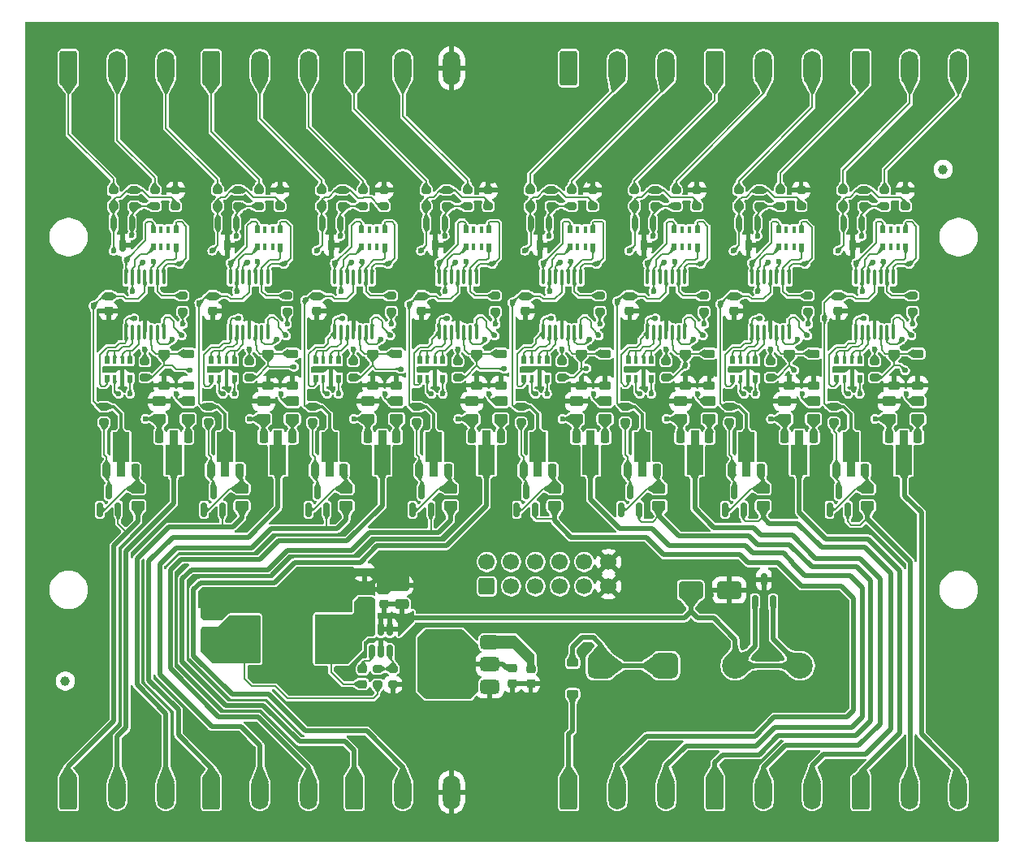
<source format=gbr>
%TF.GenerationSoftware,KiCad,Pcbnew,9.0.0*%
%TF.CreationDate,2025-03-19T14:29:06+05:00*%
%TF.ProjectId,TC_OAMP,54435f4f-414d-4502-9e6b-696361645f70,rev?*%
%TF.SameCoordinates,Original*%
%TF.FileFunction,Copper,L1,Top*%
%TF.FilePolarity,Positive*%
%FSLAX46Y46*%
G04 Gerber Fmt 4.6, Leading zero omitted, Abs format (unit mm)*
G04 Created by KiCad (PCBNEW 9.0.0) date 2025-03-19 14:29:06*
%MOMM*%
%LPD*%
G01*
G04 APERTURE LIST*
G04 Aperture macros list*
%AMRoundRect*
0 Rectangle with rounded corners*
0 $1 Rounding radius*
0 $2 $3 $4 $5 $6 $7 $8 $9 X,Y pos of 4 corners*
0 Add a 4 corners polygon primitive as box body*
4,1,4,$2,$3,$4,$5,$6,$7,$8,$9,$2,$3,0*
0 Add four circle primitives for the rounded corners*
1,1,$1+$1,$2,$3*
1,1,$1+$1,$4,$5*
1,1,$1+$1,$6,$7*
1,1,$1+$1,$8,$9*
0 Add four rect primitives between the rounded corners*
20,1,$1+$1,$2,$3,$4,$5,0*
20,1,$1+$1,$4,$5,$6,$7,0*
20,1,$1+$1,$6,$7,$8,$9,0*
20,1,$1+$1,$8,$9,$2,$3,0*%
%AMFreePoly0*
4,1,9,3.862500,-0.866500,0.737500,-0.866500,0.737500,-0.450000,-0.737500,-0.450000,-0.737500,0.450000,0.737500,0.450000,0.737500,0.866500,3.862500,0.866500,3.862500,-0.866500,3.862500,-0.866500,$1*%
G04 Aperture macros list end*
%TA.AperFunction,SMDPad,CuDef*%
%ADD10RoundRect,0.225000X0.375000X-0.225000X0.375000X0.225000X-0.375000X0.225000X-0.375000X-0.225000X0*%
%TD*%
%TA.AperFunction,SMDPad,CuDef*%
%ADD11RoundRect,0.225000X-0.375000X0.225000X-0.375000X-0.225000X0.375000X-0.225000X0.375000X0.225000X0*%
%TD*%
%TA.AperFunction,SMDPad,CuDef*%
%ADD12RoundRect,0.200000X-0.275000X0.200000X-0.275000X-0.200000X0.275000X-0.200000X0.275000X0.200000X0*%
%TD*%
%TA.AperFunction,SMDPad,CuDef*%
%ADD13RoundRect,0.250000X-0.450000X0.262500X-0.450000X-0.262500X0.450000X-0.262500X0.450000X0.262500X0*%
%TD*%
%TA.AperFunction,SMDPad,CuDef*%
%ADD14R,3.175000X4.950000*%
%TD*%
%TA.AperFunction,SMDPad,CuDef*%
%ADD15RoundRect,0.225000X0.225000X-0.425000X0.225000X0.425000X-0.225000X0.425000X-0.225000X-0.425000X0*%
%TD*%
%TA.AperFunction,SMDPad,CuDef*%
%ADD16FreePoly0,90.000000*%
%TD*%
%TA.AperFunction,SMDPad,CuDef*%
%ADD17R,0.500000X0.800000*%
%TD*%
%TA.AperFunction,SMDPad,CuDef*%
%ADD18R,0.400000X0.800000*%
%TD*%
%TA.AperFunction,SMDPad,CuDef*%
%ADD19RoundRect,0.225000X-0.250000X0.225000X-0.250000X-0.225000X0.250000X-0.225000X0.250000X0.225000X0*%
%TD*%
%TA.AperFunction,SMDPad,CuDef*%
%ADD20RoundRect,0.250000X0.475000X-0.250000X0.475000X0.250000X-0.475000X0.250000X-0.475000X-0.250000X0*%
%TD*%
%TA.AperFunction,SMDPad,CuDef*%
%ADD21RoundRect,0.150000X0.150000X-0.512500X0.150000X0.512500X-0.150000X0.512500X-0.150000X-0.512500X0*%
%TD*%
%TA.AperFunction,SMDPad,CuDef*%
%ADD22C,1.000000*%
%TD*%
%TA.AperFunction,ComponentPad*%
%ADD23RoundRect,0.250000X-0.650000X-1.550000X0.650000X-1.550000X0.650000X1.550000X-0.650000X1.550000X0*%
%TD*%
%TA.AperFunction,ComponentPad*%
%ADD24O,1.800000X3.600000*%
%TD*%
%TA.AperFunction,SMDPad,CuDef*%
%ADD25RoundRect,0.100000X-0.100000X0.637500X-0.100000X-0.637500X0.100000X-0.637500X0.100000X0.637500X0*%
%TD*%
%TA.AperFunction,SMDPad,CuDef*%
%ADD26RoundRect,0.200000X0.275000X-0.200000X0.275000X0.200000X-0.275000X0.200000X-0.275000X-0.200000X0*%
%TD*%
%TA.AperFunction,SMDPad,CuDef*%
%ADD27RoundRect,0.225000X-0.225000X0.425000X-0.225000X-0.425000X0.225000X-0.425000X0.225000X0.425000X0*%
%TD*%
%TA.AperFunction,SMDPad,CuDef*%
%ADD28FreePoly0,270.000000*%
%TD*%
%TA.AperFunction,SMDPad,CuDef*%
%ADD29RoundRect,0.150000X0.150000X-0.587500X0.150000X0.587500X-0.150000X0.587500X-0.150000X-0.587500X0*%
%TD*%
%TA.AperFunction,SMDPad,CuDef*%
%ADD30RoundRect,0.250000X0.450000X-0.262500X0.450000X0.262500X-0.450000X0.262500X-0.450000X-0.262500X0*%
%TD*%
%TA.AperFunction,SMDPad,CuDef*%
%ADD31RoundRect,0.150000X-0.150000X0.512500X-0.150000X-0.512500X0.150000X-0.512500X0.150000X0.512500X0*%
%TD*%
%TA.AperFunction,SMDPad,CuDef*%
%ADD32RoundRect,0.375000X0.625000X0.375000X-0.625000X0.375000X-0.625000X-0.375000X0.625000X-0.375000X0*%
%TD*%
%TA.AperFunction,SMDPad,CuDef*%
%ADD33RoundRect,0.500000X0.500000X1.400000X-0.500000X1.400000X-0.500000X-1.400000X0.500000X-1.400000X0*%
%TD*%
%TA.AperFunction,SMDPad,CuDef*%
%ADD34RoundRect,0.225000X0.250000X-0.225000X0.250000X0.225000X-0.250000X0.225000X-0.250000X-0.225000X0*%
%TD*%
%TA.AperFunction,SMDPad,CuDef*%
%ADD35RoundRect,0.250000X-1.000000X-0.650000X1.000000X-0.650000X1.000000X0.650000X-1.000000X0.650000X0*%
%TD*%
%TA.AperFunction,ComponentPad*%
%ADD36RoundRect,0.675000X-0.675000X-0.675000X0.675000X-0.675000X0.675000X0.675000X-0.675000X0.675000X0*%
%TD*%
%TA.AperFunction,ComponentPad*%
%ADD37C,2.700000*%
%TD*%
%TA.AperFunction,ComponentPad*%
%ADD38RoundRect,0.250000X0.600000X-0.600000X0.600000X0.600000X-0.600000X0.600000X-0.600000X-0.600000X0*%
%TD*%
%TA.AperFunction,ComponentPad*%
%ADD39C,1.700000*%
%TD*%
%TA.AperFunction,ViaPad*%
%ADD40C,0.600000*%
%TD*%
%TA.AperFunction,Conductor*%
%ADD41C,0.200000*%
%TD*%
%TA.AperFunction,Conductor*%
%ADD42C,0.500000*%
%TD*%
%TA.AperFunction,Conductor*%
%ADD43C,0.300000*%
%TD*%
G04 APERTURE END LIST*
D10*
%TO.P,D24,1,K*%
%TO.N,GND*%
X193550000Y-101917499D03*
%TO.P,D24,2,A*%
%TO.N,/ADC8*%
X193550000Y-98617499D03*
%TD*%
D11*
%TO.P,D23,1,K*%
%TO.N,/ADC8*%
X191050000Y-98617499D03*
%TO.P,D23,2,A*%
%TO.N,GND*%
X191050000Y-101917499D03*
%TD*%
D12*
%TO.P,R1,1*%
%TO.N,/single_CH1/IN+*%
X114003333Y-81579999D03*
%TO.P,R1,2*%
%TO.N,Net-(DA1A-+)*%
X114003333Y-83229999D03*
%TD*%
%TO.P,R53,1*%
%TO.N,Net-(DA6B-+)*%
X166179524Y-81579999D03*
%TO.P,R53,2*%
%TO.N,Net-(DA6A-+)*%
X166179524Y-83229999D03*
%TD*%
%TO.P,R11,1*%
%TO.N,/single_CH2/IN+*%
X124871904Y-81579999D03*
%TO.P,R11,2*%
%TO.N,Net-(DA2A-+)*%
X124871904Y-83229999D03*
%TD*%
D13*
%TO.P,R49,1*%
%TO.N,Net-(DA5-Pad14)*%
X160944286Y-103604999D03*
%TO.P,R49,2*%
%TO.N,Net-(Q15-B)*%
X160944286Y-105429999D03*
%TD*%
D14*
%TO.P,L1,1,1*%
%TO.N,Net-(D28-SW)*%
X132385000Y-128400000D03*
%TO.P,L1,2,2*%
%TO.N,/5v*%
X123370000Y-128400000D03*
%TD*%
D12*
%TO.P,R35,1*%
%TO.N,GND*%
X148775714Y-81579999D03*
%TO.P,R35,2*%
%TO.N,Net-(DA4B-+)*%
X148775714Y-83229999D03*
%TD*%
D15*
%TO.P,Q7,1,B*%
%TO.N,Net-(Q7-B)*%
X130707143Y-110767499D03*
D16*
%TO.P,Q7,2,C*%
%TO.N,/5v*%
X132207143Y-110679999D03*
D15*
%TO.P,Q7,3,E*%
%TO.N,Net-(Q7-E)*%
X133707143Y-110767499D03*
%TD*%
D11*
%TO.P,D20,1,K*%
%TO.N,/ADC7*%
X180181429Y-98617499D03*
%TO.P,D20,2,A*%
%TO.N,GND*%
X180181429Y-101917499D03*
%TD*%
D17*
%TO.P,RN13,1,R1.1*%
%TO.N,Net-(RN13A-R1.1)*%
X181431429Y-85717499D03*
D18*
%TO.P,RN13,2,R2.1*%
%TO.N,unconnected-(RN13B-R2.1-Pad2)*%
X180631429Y-85717499D03*
%TO.P,RN13,3,R3.1*%
%TO.N,unconnected-(RN13C-R3.1-Pad3)*%
X179831429Y-85717499D03*
D17*
%TO.P,RN13,4,R4.1*%
%TO.N,Net-(RN13D-R4.1)*%
X179031429Y-85717499D03*
%TO.P,RN13,5,R4.2*%
%TO.N,Net-(DA7B--)*%
X179031429Y-87517499D03*
D18*
%TO.P,RN13,6,R3.2*%
%TO.N,unconnected-(RN13C-R3.2-Pad6)*%
X179831429Y-87517499D03*
%TO.P,RN13,7,R2.2*%
%TO.N,unconnected-(RN13B-R2.2-Pad7)*%
X180631429Y-87517499D03*
D17*
%TO.P,RN13,8,R1.2*%
%TO.N,Net-(DA7A--)*%
X181431429Y-87517499D03*
%TD*%
D19*
%TO.P,C3,1*%
%TO.N,/5v*%
X130907143Y-92629999D03*
%TO.P,C3,2*%
%TO.N,GND*%
X130907143Y-94179999D03*
%TD*%
D12*
%TO.P,R21,1*%
%TO.N,/single_CH3/IN+*%
X135740476Y-81579999D03*
%TO.P,R21,2*%
%TO.N,Net-(DA3A-+)*%
X135740476Y-83229999D03*
%TD*%
D13*
%TO.P,R80,1*%
%TO.N,Net-(Q22-E)*%
X188300000Y-112692499D03*
%TO.P,R80,2*%
%TO.N,/single_CH8/out+*%
X188300000Y-114517499D03*
%TD*%
D20*
%TO.P,C12,1*%
%TO.N,/5v*%
X119675000Y-127829999D03*
%TO.P,C12,2*%
%TO.N,GND*%
X119675000Y-125930001D03*
%TD*%
D13*
%TO.P,R19,1*%
%TO.N,Net-(DA2-Pad14)*%
X128338571Y-103604999D03*
%TO.P,R19,2*%
%TO.N,Net-(Q6-B)*%
X128338571Y-105429999D03*
%TD*%
D21*
%TO.P,D26,1,K*%
%TO.N,Net-(D27-A1)*%
X176570001Y-124477500D03*
%TO.P,D26,2,K*%
X178469999Y-124477500D03*
%TO.P,D26,3,A*%
%TO.N,GND*%
X177520000Y-122202500D03*
%TD*%
D10*
%TO.P,D15,1,K*%
%TO.N,GND*%
X160944286Y-101917499D03*
%TO.P,D15,2,A*%
%TO.N,/ADC5*%
X160944286Y-98617499D03*
%TD*%
D22*
%TO.P,REF\u002A\u002A,1*%
%TO.N,N/C*%
X104670000Y-132770000D03*
%TD*%
D12*
%TO.P,R16,1*%
%TO.N,Net-(RN4D-R4.2)*%
X123838571Y-99442499D03*
%TO.P,R16,2*%
%TO.N,/ADC2*%
X123838571Y-101092499D03*
%TD*%
D23*
%TO.P,X6,1,Pin_1*%
%TO.N,/single_CH7/IN+*%
X187640000Y-68850000D03*
D24*
%TO.P,X6,2,Pin_2*%
%TO.N,/single_CH8/IN-*%
X192720000Y-68850000D03*
%TO.P,X6,3,Pin_3*%
%TO.N,/single_CH8/IN+*%
X197800000Y-68850000D03*
%TD*%
D13*
%TO.P,R79,1*%
%TO.N,Net-(DA8-Pad14)*%
X193550000Y-103604999D03*
%TO.P,R79,2*%
%TO.N,Net-(Q24-B)*%
X193550000Y-105429999D03*
%TD*%
D17*
%TO.P,RN1,1,R1.1*%
%TO.N,Net-(RN1A-R1.1)*%
X116220000Y-85717499D03*
D18*
%TO.P,RN1,2,R2.1*%
%TO.N,unconnected-(RN1B-R2.1-Pad2)*%
X115420000Y-85717499D03*
%TO.P,RN1,3,R3.1*%
%TO.N,unconnected-(RN1C-R3.1-Pad3)*%
X114620000Y-85717499D03*
D17*
%TO.P,RN1,4,R4.1*%
%TO.N,Net-(RN1D-R4.1)*%
X113820000Y-85717499D03*
%TO.P,RN1,5,R4.2*%
%TO.N,Net-(DA1B--)*%
X113820000Y-87517499D03*
D18*
%TO.P,RN1,6,R3.2*%
%TO.N,unconnected-(RN1C-R3.2-Pad6)*%
X114620000Y-87517499D03*
%TO.P,RN1,7,R2.2*%
%TO.N,unconnected-(RN1B-R2.2-Pad7)*%
X115420000Y-87517499D03*
D17*
%TO.P,RN1,8,R1.2*%
%TO.N,Net-(DA1A--)*%
X116220000Y-87517499D03*
%TD*%
D25*
%TO.P,DA6,1*%
%TO.N,Net-(RN11A-R1.1)*%
X169262857Y-90654999D03*
%TO.P,DA6,2,-*%
%TO.N,Net-(DA6A--)*%
X168612857Y-90654999D03*
%TO.P,DA6,3,+*%
%TO.N,Net-(DA6A-+)*%
X167962857Y-90654999D03*
%TO.P,DA6,4,V+*%
%TO.N,/5v*%
X167312857Y-90654999D03*
%TO.P,DA6,5,+*%
%TO.N,Net-(DA6B-+)*%
X166662857Y-90654999D03*
%TO.P,DA6,6,-*%
%TO.N,Net-(DA6B--)*%
X166012857Y-90654999D03*
%TO.P,DA6,7*%
%TO.N,Net-(RN11D-R4.1)*%
X165362857Y-90654999D03*
%TO.P,DA6,8*%
%TO.N,Net-(RN12D-R4.2)*%
X165362857Y-96379999D03*
%TO.P,DA6,9,-*%
%TO.N,Net-(DA6C--)*%
X166012857Y-96379999D03*
%TO.P,DA6,10,+*%
%TO.N,Net-(DA6C-+)*%
X166662857Y-96379999D03*
%TO.P,DA6,11,V-*%
%TO.N,GND*%
X167312857Y-96379999D03*
%TO.P,DA6,12,+*%
%TO.N,/ADC6*%
X167962857Y-96379999D03*
%TO.P,DA6,13,-*%
%TO.N,Net-(DA6D--)*%
X168612857Y-96379999D03*
%TO.P,DA6,14*%
%TO.N,Net-(DA6-Pad14)*%
X169262857Y-96379999D03*
%TD*%
D11*
%TO.P,D2,1,K*%
%TO.N,/ADC1*%
X114970000Y-98617499D03*
%TO.P,D2,2,A*%
%TO.N,GND*%
X114970000Y-101917499D03*
%TD*%
D17*
%TO.P,RN4,1,R1.1*%
%TO.N,Net-(DA2C-+)*%
X122288571Y-99367499D03*
D18*
%TO.P,RN4,2,R2.1*%
X121488571Y-99367499D03*
%TO.P,RN4,3,R3.1*%
%TO.N,Net-(DA2C--)*%
X120688571Y-99367499D03*
D17*
%TO.P,RN4,4,R4.1*%
X119888571Y-99367499D03*
%TO.P,RN4,5,R4.2*%
%TO.N,Net-(RN4D-R4.2)*%
X119888571Y-101167499D03*
D18*
%TO.P,RN4,6,R3.2*%
%TO.N,Net-(RN3D-R4.1)*%
X120688571Y-101167499D03*
%TO.P,RN4,7,R2.2*%
%TO.N,GND*%
X121488571Y-101167499D03*
D17*
%TO.P,RN4,8,R1.2*%
%TO.N,Net-(RN3A-R1.1)*%
X122288571Y-101167499D03*
%TD*%
D23*
%TO.P,X3,1,Pin_1*%
%TO.N,/single_CH4/IN-*%
X134780000Y-68850000D03*
D24*
%TO.P,X3,2,Pin_2*%
%TO.N,/single_CH4/IN+*%
X139860000Y-68850000D03*
%TO.P,X3,3,Pin_3*%
%TO.N,GND*%
X144940000Y-68850000D03*
%TD*%
D12*
%TO.P,R42,1*%
%TO.N,/single_CH5/IN-*%
X153144286Y-81579999D03*
%TO.P,R42,2*%
%TO.N,Net-(DA5B-+)*%
X153144286Y-83229999D03*
%TD*%
D26*
%TO.P,R14,1*%
%TO.N,Net-(DA2B--)*%
X127788571Y-94229999D03*
%TO.P,R14,2*%
%TO.N,Net-(DA2A--)*%
X127788571Y-92579999D03*
%TD*%
D12*
%TO.P,R45,1*%
%TO.N,GND*%
X159644286Y-81579999D03*
%TO.P,R45,2*%
%TO.N,Net-(DA5B-+)*%
X159644286Y-83229999D03*
%TD*%
D23*
%TO.P,X10,1,Pin_1*%
%TO.N,/24v*%
X157160000Y-144350000D03*
D24*
%TO.P,X10,2,Pin_2*%
%TO.N,/single_CH5/out+*%
X162240000Y-144350000D03*
%TO.P,X10,3,Pin_3*%
%TO.N,/single_CH5/out-*%
X167320000Y-144350000D03*
%TD*%
D19*
%TO.P,C4,1*%
%TO.N,/5v*%
X141775714Y-92629999D03*
%TO.P,C4,2*%
%TO.N,GND*%
X141775714Y-94179999D03*
%TD*%
D10*
%TO.P,D12,1,K*%
%TO.N,GND*%
X150075714Y-101917499D03*
%TO.P,D12,2,A*%
%TO.N,/ADC4*%
X150075714Y-98617499D03*
%TD*%
D13*
%TO.P,R50,1*%
%TO.N,Net-(Q13-E)*%
X155694286Y-112692499D03*
%TO.P,R50,2*%
%TO.N,/single_CH5/out+*%
X155694286Y-114517499D03*
%TD*%
D12*
%TO.P,R17,1*%
%TO.N,/5v*%
X119578571Y-104152499D03*
%TO.P,R17,2*%
%TO.N,Net-(Q4-B)*%
X119578571Y-105802499D03*
%TD*%
D27*
%TO.P,Q3,1,B*%
%TO.N,Net-(Q3-B)*%
X117470000Y-107317499D03*
D28*
%TO.P,Q3,2,C*%
%TO.N,/single_CH1/out-*%
X115970000Y-107405000D03*
D27*
%TO.P,Q3,3,E*%
%TO.N,Net-(DA1D--)*%
X114470000Y-107317499D03*
%TD*%
D26*
%TO.P,R4,1*%
%TO.N,Net-(DA1B--)*%
X116920000Y-94229999D03*
%TO.P,R4,2*%
%TO.N,Net-(DA1A--)*%
X116920000Y-92579999D03*
%TD*%
D12*
%TO.P,R2,1*%
%TO.N,/single_CH1/IN-*%
X109670000Y-81579999D03*
%TO.P,R2,2*%
%TO.N,Net-(DA1B-+)*%
X109670000Y-83229999D03*
%TD*%
D29*
%TO.P,Q2,1,B*%
%TO.N,Net-(Q1-E)*%
X108270000Y-114892500D03*
%TO.P,Q2,2,E*%
%TO.N,/single_CH1/out+*%
X110170000Y-114892500D03*
%TO.P,Q2,3,C*%
%TO.N,Net-(Q1-B)*%
X109220000Y-113017499D03*
%TD*%
D23*
%TO.P,X1,1,Pin_1*%
%TO.N,/single_CH1/IN-*%
X105000000Y-68850000D03*
D24*
%TO.P,X1,2,Pin_2*%
%TO.N,/single_CH1/IN+*%
X110080000Y-68850000D03*
%TO.P,X1,3,Pin_3*%
%TO.N,/single_CH2/IN-*%
X115160000Y-68850000D03*
%TD*%
D30*
%TO.P,R48,1*%
%TO.N,Net-(DA5D--)*%
X157944286Y-105429999D03*
%TO.P,R48,2*%
%TO.N,GND*%
X157944286Y-103604999D03*
%TD*%
D17*
%TO.P,RN8,1,R1.1*%
%TO.N,Net-(DA4C-+)*%
X144025714Y-99367499D03*
D18*
%TO.P,RN8,2,R2.1*%
X143225714Y-99367499D03*
%TO.P,RN8,3,R3.1*%
%TO.N,Net-(DA4C--)*%
X142425714Y-99367499D03*
D17*
%TO.P,RN8,4,R4.1*%
X141625714Y-99367499D03*
%TO.P,RN8,5,R4.2*%
%TO.N,Net-(RN8D-R4.2)*%
X141625714Y-101167499D03*
D18*
%TO.P,RN8,6,R3.2*%
%TO.N,Net-(RN7D-R4.1)*%
X142425714Y-101167499D03*
%TO.P,RN8,7,R2.2*%
%TO.N,GND*%
X143225714Y-101167499D03*
D17*
%TO.P,RN8,8,R1.2*%
%TO.N,Net-(RN7A-R1.1)*%
X144025714Y-101167499D03*
%TD*%
D13*
%TO.P,R20,1*%
%TO.N,Net-(Q4-E)*%
X123088571Y-112692499D03*
%TO.P,R20,2*%
%TO.N,/single_CH2/out+*%
X123088571Y-114517499D03*
%TD*%
D31*
%TO.P,D1,1,K*%
%TO.N,Net-(DA1A-+)*%
X111619998Y-85017499D03*
%TO.P,D1,2,K*%
%TO.N,Net-(DA1B-+)*%
X109720000Y-85017499D03*
%TO.P,D1,3,A*%
%TO.N,GND*%
X110669999Y-87292499D03*
%TD*%
%TO.P,D19,1,K*%
%TO.N,Net-(DA7A-+)*%
X176831428Y-85017499D03*
%TO.P,D19,2,K*%
%TO.N,Net-(DA7B-+)*%
X174931428Y-85017499D03*
%TO.P,D19,3,A*%
%TO.N,GND*%
X175881428Y-87292499D03*
%TD*%
D12*
%TO.P,R13,1*%
%TO.N,Net-(DA2B-+)*%
X122705238Y-81579999D03*
%TO.P,R13,2*%
%TO.N,Net-(DA2A-+)*%
X122705238Y-83229999D03*
%TD*%
%TO.P,R15,1*%
%TO.N,GND*%
X127038571Y-81579999D03*
%TO.P,R15,2*%
%TO.N,Net-(DA2B-+)*%
X127038571Y-83229999D03*
%TD*%
D29*
%TO.P,Q5,1,B*%
%TO.N,Net-(Q4-E)*%
X119138571Y-114892500D03*
%TO.P,Q5,2,E*%
%TO.N,/single_CH2/out+*%
X121038571Y-114892500D03*
%TO.P,Q5,3,C*%
%TO.N,Net-(Q4-B)*%
X120088571Y-113017500D03*
%TD*%
D13*
%TO.P,R69,1*%
%TO.N,Net-(DA7-Pad14)*%
X182681429Y-103604999D03*
%TO.P,R69,2*%
%TO.N,Net-(Q21-B)*%
X182681429Y-105429999D03*
%TD*%
D11*
%TO.P,D8,1,K*%
%TO.N,/ADC3*%
X136707143Y-98617499D03*
%TO.P,D8,2,A*%
%TO.N,GND*%
X136707143Y-101917499D03*
%TD*%
D12*
%TO.P,R22,1*%
%TO.N,/single_CH3/IN-*%
X131407143Y-81579999D03*
%TO.P,R22,2*%
%TO.N,Net-(DA3B-+)*%
X131407143Y-83229999D03*
%TD*%
D19*
%TO.P,C2,1*%
%TO.N,/5v*%
X120038571Y-92629999D03*
%TO.P,C2,2*%
%TO.N,GND*%
X120038571Y-94179999D03*
%TD*%
D12*
%TO.P,R23,1*%
%TO.N,Net-(DA3B-+)*%
X133573810Y-81579999D03*
%TO.P,R23,2*%
%TO.N,Net-(DA3A-+)*%
X133573810Y-83229999D03*
%TD*%
D25*
%TO.P,DA8,1*%
%TO.N,Net-(RN15A-R1.1)*%
X191000000Y-90654999D03*
%TO.P,DA8,2,-*%
%TO.N,Net-(DA8A--)*%
X190350000Y-90654999D03*
%TO.P,DA8,3,+*%
%TO.N,Net-(DA8A-+)*%
X189700000Y-90654999D03*
%TO.P,DA8,4,V+*%
%TO.N,/5v*%
X189050000Y-90654999D03*
%TO.P,DA8,5,+*%
%TO.N,Net-(DA8B-+)*%
X188400000Y-90654999D03*
%TO.P,DA8,6,-*%
%TO.N,Net-(DA8B--)*%
X187750000Y-90654999D03*
%TO.P,DA8,7*%
%TO.N,Net-(RN15D-R4.1)*%
X187100000Y-90654999D03*
%TO.P,DA8,8*%
%TO.N,Net-(RN16D-R4.2)*%
X187100000Y-96379999D03*
%TO.P,DA8,9,-*%
%TO.N,Net-(DA8C--)*%
X187750000Y-96379999D03*
%TO.P,DA8,10,+*%
%TO.N,Net-(DA8C-+)*%
X188400000Y-96379999D03*
%TO.P,DA8,11,V-*%
%TO.N,GND*%
X189050000Y-96379999D03*
%TO.P,DA8,12,+*%
%TO.N,/ADC8*%
X189700000Y-96379999D03*
%TO.P,DA8,13,-*%
%TO.N,Net-(DA8D--)*%
X190350000Y-96379999D03*
%TO.P,DA8,14*%
%TO.N,Net-(DA8-Pad14)*%
X191000000Y-96379999D03*
%TD*%
D17*
%TO.P,RN2,1,R1.1*%
%TO.N,Net-(DA1C-+)*%
X111420000Y-99367499D03*
D18*
%TO.P,RN2,2,R2.1*%
X110620000Y-99367499D03*
%TO.P,RN2,3,R3.1*%
%TO.N,Net-(DA1C--)*%
X109820000Y-99367499D03*
D17*
%TO.P,RN2,4,R4.1*%
X109020000Y-99367499D03*
%TO.P,RN2,5,R4.2*%
%TO.N,Net-(RN2D-R4.2)*%
X109020000Y-101167499D03*
D18*
%TO.P,RN2,6,R3.2*%
%TO.N,Net-(RN1D-R4.1)*%
X109820000Y-101167499D03*
%TO.P,RN2,7,R2.2*%
%TO.N,GND*%
X110620000Y-101167499D03*
D17*
%TO.P,RN2,8,R1.2*%
%TO.N,Net-(RN1A-R1.1)*%
X111420000Y-101167499D03*
%TD*%
D27*
%TO.P,Q6,1,B*%
%TO.N,Net-(Q6-B)*%
X128338571Y-107317499D03*
D28*
%TO.P,Q6,2,C*%
%TO.N,/single_CH2/out-*%
X126838571Y-107404999D03*
D27*
%TO.P,Q6,3,E*%
%TO.N,Net-(DA2D--)*%
X125338571Y-107317499D03*
%TD*%
D12*
%TO.P,R62,1*%
%TO.N,/single_CH7/IN-*%
X174881429Y-81579999D03*
%TO.P,R62,2*%
%TO.N,Net-(DA7B-+)*%
X174881429Y-83229999D03*
%TD*%
D19*
%TO.P,C5,1*%
%TO.N,/5v*%
X152644286Y-92629999D03*
%TO.P,C5,2*%
%TO.N,GND*%
X152644286Y-94179999D03*
%TD*%
D12*
%TO.P,R26,1*%
%TO.N,Net-(RN6D-R4.2)*%
X134707143Y-99442499D03*
%TO.P,R26,2*%
%TO.N,/ADC3*%
X134707143Y-101092499D03*
%TD*%
%TO.P,R47,1*%
%TO.N,/5v*%
X152184286Y-104152499D03*
%TO.P,R47,2*%
%TO.N,Net-(Q13-B)*%
X152184286Y-105802499D03*
%TD*%
%TO.P,R6,1*%
%TO.N,Net-(RN2D-R4.2)*%
X112970000Y-99442499D03*
%TO.P,R6,2*%
%TO.N,/ADC1*%
X112970000Y-101092499D03*
%TD*%
D15*
%TO.P,Q4,1,B*%
%TO.N,Net-(Q4-B)*%
X119838571Y-110767499D03*
D16*
%TO.P,Q4,2,C*%
%TO.N,/5v*%
X121338571Y-110679999D03*
D15*
%TO.P,Q4,3,E*%
%TO.N,Net-(Q4-E)*%
X122838571Y-110767499D03*
%TD*%
D19*
%TO.P,C6,1*%
%TO.N,/5v*%
X163512857Y-92629999D03*
%TO.P,C6,2*%
%TO.N,GND*%
X163512857Y-94179999D03*
%TD*%
D27*
%TO.P,Q18,1,B*%
%TO.N,Net-(Q18-B)*%
X171812857Y-107317499D03*
D28*
%TO.P,Q18,2,C*%
%TO.N,/single_CH6/out-*%
X170312857Y-107404999D03*
D27*
%TO.P,Q18,3,E*%
%TO.N,Net-(DA6D--)*%
X168812857Y-107317499D03*
%TD*%
D13*
%TO.P,R39,1*%
%TO.N,Net-(DA4-Pad14)*%
X150075714Y-103604999D03*
%TO.P,R39,2*%
%TO.N,Net-(Q12-B)*%
X150075714Y-105429999D03*
%TD*%
D12*
%TO.P,R3,1*%
%TO.N,Net-(DA1B-+)*%
X111836667Y-81579999D03*
%TO.P,R3,2*%
%TO.N,Net-(DA1A-+)*%
X111836667Y-83229999D03*
%TD*%
D17*
%TO.P,RN16,1,R1.1*%
%TO.N,Net-(DA8C-+)*%
X187500000Y-99367499D03*
D18*
%TO.P,RN16,2,R2.1*%
X186700000Y-99367499D03*
%TO.P,RN16,3,R3.1*%
%TO.N,Net-(DA8C--)*%
X185900000Y-99367499D03*
D17*
%TO.P,RN16,4,R4.1*%
X185100000Y-99367499D03*
%TO.P,RN16,5,R4.2*%
%TO.N,Net-(RN16D-R4.2)*%
X185100000Y-101167499D03*
D18*
%TO.P,RN16,6,R3.2*%
%TO.N,Net-(RN15D-R4.1)*%
X185900000Y-101167499D03*
%TO.P,RN16,7,R2.2*%
%TO.N,GND*%
X186700000Y-101167499D03*
D17*
%TO.P,RN16,8,R1.2*%
%TO.N,Net-(RN15A-R1.1)*%
X187500000Y-101167499D03*
%TD*%
D11*
%TO.P,D14,1,K*%
%TO.N,/ADC5*%
X158444286Y-98617499D03*
%TO.P,D14,2,A*%
%TO.N,GND*%
X158444286Y-101917499D03*
%TD*%
D30*
%TO.P,R78,1*%
%TO.N,Net-(DA8D--)*%
X190550000Y-105429999D03*
%TO.P,R78,2*%
%TO.N,GND*%
X190550000Y-103604999D03*
%TD*%
D13*
%TO.P,R59,1*%
%TO.N,Net-(DA6-Pad14)*%
X171812857Y-103604999D03*
%TO.P,R59,2*%
%TO.N,Net-(Q18-B)*%
X171812857Y-105429999D03*
%TD*%
D12*
%TO.P,R37,1*%
%TO.N,/5v*%
X141315714Y-104152499D03*
%TO.P,R37,2*%
%TO.N,Net-(Q10-B)*%
X141315714Y-105802499D03*
%TD*%
D31*
%TO.P,D7,1,K*%
%TO.N,Net-(DA3A-+)*%
X133357142Y-85017499D03*
%TO.P,D7,2,K*%
%TO.N,Net-(DA3B-+)*%
X131457142Y-85017499D03*
%TO.P,D7,3,A*%
%TO.N,GND*%
X132407142Y-87292499D03*
%TD*%
D25*
%TO.P,DA5,1*%
%TO.N,Net-(RN10A-R1.2)*%
X158394286Y-90654999D03*
%TO.P,DA5,2,-*%
%TO.N,Net-(DA5A--)*%
X157744286Y-90654999D03*
%TO.P,DA5,3,+*%
%TO.N,Net-(DA5A-+)*%
X157094286Y-90654999D03*
%TO.P,DA5,4,V+*%
%TO.N,/5v*%
X156444286Y-90654999D03*
%TO.P,DA5,5,+*%
%TO.N,Net-(DA5B-+)*%
X155794286Y-90654999D03*
%TO.P,DA5,6,-*%
%TO.N,Net-(DA5B--)*%
X155144286Y-90654999D03*
%TO.P,DA5,7*%
%TO.N,Net-(RN10C-R3.2)*%
X154494286Y-90654999D03*
%TO.P,DA5,8*%
%TO.N,Net-(RN10D-R4.2)*%
X154494286Y-96379999D03*
%TO.P,DA5,9,-*%
%TO.N,Net-(DA5C--)*%
X155144286Y-96379999D03*
%TO.P,DA5,10,+*%
%TO.N,Net-(DA5C-+)*%
X155794286Y-96379999D03*
%TO.P,DA5,11,V-*%
%TO.N,GND*%
X156444286Y-96379999D03*
%TO.P,DA5,12,+*%
%TO.N,/ADC5*%
X157094286Y-96379999D03*
%TO.P,DA5,13,-*%
%TO.N,Net-(DA5D--)*%
X157744286Y-96379999D03*
%TO.P,DA5,14*%
%TO.N,Net-(DA5-Pad14)*%
X158394286Y-96379999D03*
%TD*%
D26*
%TO.P,R24,1*%
%TO.N,Net-(DA3B--)*%
X138657143Y-94229999D03*
%TO.P,R24,2*%
%TO.N,Net-(DA3A--)*%
X138657143Y-92579999D03*
%TD*%
D23*
%TO.P,X7,1,Pin_1*%
%TO.N,/single_CH1/out+*%
X105000000Y-144350000D03*
D24*
%TO.P,X7,2,Pin_2*%
%TO.N,/single_CH1/out-*%
X110080000Y-144350000D03*
%TO.P,X7,3,Pin_3*%
%TO.N,/single_CH2/out+*%
X115160000Y-144350000D03*
%TD*%
D17*
%TO.P,RN5,1,R1.1*%
%TO.N,Net-(RN5A-R1.1)*%
X137957143Y-85717499D03*
D18*
%TO.P,RN5,2,R2.1*%
%TO.N,unconnected-(RN5B-R2.1-Pad2)*%
X137157143Y-85717499D03*
%TO.P,RN5,3,R3.1*%
%TO.N,unconnected-(RN5C-R3.1-Pad3)*%
X136357143Y-85717499D03*
D17*
%TO.P,RN5,4,R4.1*%
%TO.N,Net-(RN5D-R4.1)*%
X135557143Y-85717499D03*
%TO.P,RN5,5,R4.2*%
%TO.N,Net-(DA3B--)*%
X135557143Y-87517499D03*
D18*
%TO.P,RN5,6,R3.2*%
%TO.N,unconnected-(RN5C-R3.2-Pad6)*%
X136357143Y-87517499D03*
%TO.P,RN5,7,R2.2*%
%TO.N,unconnected-(RN5B-R2.2-Pad7)*%
X137157143Y-87517499D03*
D17*
%TO.P,RN5,8,R1.2*%
%TO.N,Net-(DA3A--)*%
X137957143Y-87517499D03*
%TD*%
D12*
%TO.P,R56,1*%
%TO.N,Net-(RN12D-R4.2)*%
X167312857Y-99442499D03*
%TO.P,R56,2*%
%TO.N,/ADC6*%
X167312857Y-101092499D03*
%TD*%
D23*
%TO.P,X8,1,Pin_1*%
%TO.N,/single_CH2/out-*%
X119890000Y-144350000D03*
D24*
%TO.P,X8,2,Pin_2*%
%TO.N,/single_CH3/out+*%
X124970000Y-144350000D03*
%TO.P,X8,3,Pin_3*%
%TO.N,/single_CH3/out-*%
X130050000Y-144350000D03*
%TD*%
D10*
%TO.P,D3,1,K*%
%TO.N,GND*%
X117470000Y-101917499D03*
%TO.P,D3,2,A*%
%TO.N,/ADC1*%
X117470000Y-98617499D03*
%TD*%
D32*
%TO.P,U1,1,GND*%
%TO.N,GND*%
X148930000Y-133332499D03*
%TO.P,U1,2,VO*%
%TO.N,/3.3v*%
X148929999Y-131032499D03*
D33*
X142630001Y-131032499D03*
D32*
%TO.P,U1,3,VI*%
%TO.N,/5v*%
X148930000Y-128732499D03*
%TD*%
D25*
%TO.P,DA3,1*%
%TO.N,Net-(RN5A-R1.1)*%
X136657143Y-90654999D03*
%TO.P,DA3,2,-*%
%TO.N,Net-(DA3A--)*%
X136007143Y-90654999D03*
%TO.P,DA3,3,+*%
%TO.N,Net-(DA3A-+)*%
X135357143Y-90654999D03*
%TO.P,DA3,4,V+*%
%TO.N,/5v*%
X134707143Y-90654999D03*
%TO.P,DA3,5,+*%
%TO.N,Net-(DA3B-+)*%
X134057143Y-90654999D03*
%TO.P,DA3,6,-*%
%TO.N,Net-(DA3B--)*%
X133407143Y-90654999D03*
%TO.P,DA3,7*%
%TO.N,Net-(RN5D-R4.1)*%
X132757143Y-90654999D03*
%TO.P,DA3,8*%
%TO.N,Net-(RN6D-R4.2)*%
X132757143Y-96379999D03*
%TO.P,DA3,9,-*%
%TO.N,Net-(DA3C--)*%
X133407143Y-96379999D03*
%TO.P,DA3,10,+*%
%TO.N,Net-(DA3C-+)*%
X134057143Y-96379999D03*
%TO.P,DA3,11,V-*%
%TO.N,GND*%
X134707143Y-96379999D03*
%TO.P,DA3,12,+*%
%TO.N,/ADC3*%
X135357143Y-96379999D03*
%TO.P,DA3,13,-*%
%TO.N,Net-(DA3D--)*%
X136007143Y-96379999D03*
%TO.P,DA3,14*%
%TO.N,Net-(DA3-Pad14)*%
X136657143Y-96379999D03*
%TD*%
D12*
%TO.P,R31,1*%
%TO.N,/single_CH4/IN+*%
X146609047Y-81579999D03*
%TO.P,R31,2*%
%TO.N,Net-(DA4A-+)*%
X146609047Y-83229999D03*
%TD*%
D20*
%TO.P,C9,1*%
%TO.N,Net-(D27-A1)*%
X139747500Y-124712499D03*
%TO.P,C9,2*%
%TO.N,GND*%
X139747500Y-122812501D03*
%TD*%
D27*
%TO.P,Q24,1,B*%
%TO.N,Net-(Q24-B)*%
X193550000Y-107317499D03*
D28*
%TO.P,Q24,2,C*%
%TO.N,/single_CH8/out-*%
X192050000Y-107404999D03*
D27*
%TO.P,Q24,3,E*%
%TO.N,Net-(DA8D--)*%
X190550000Y-107317499D03*
%TD*%
D13*
%TO.P,R40,1*%
%TO.N,Net-(Q10-E)*%
X144825714Y-112692499D03*
%TO.P,R40,2*%
%TO.N,/single_CH4/out+*%
X144825714Y-114517499D03*
%TD*%
D31*
%TO.P,D13,1,K*%
%TO.N,Net-(DA5A-+)*%
X155094285Y-85017499D03*
%TO.P,D13,2,K*%
%TO.N,Net-(DA5B-+)*%
X153194285Y-85017499D03*
%TO.P,D13,3,A*%
%TO.N,GND*%
X154144285Y-87292499D03*
%TD*%
D12*
%TO.P,R61,1*%
%TO.N,/single_CH7/IN+*%
X179214762Y-81579999D03*
%TO.P,R61,2*%
%TO.N,Net-(DA7A-+)*%
X179214762Y-83229999D03*
%TD*%
D23*
%TO.P,X4,1,Pin_1*%
%TO.N,/24v*%
X157160000Y-68850000D03*
D24*
%TO.P,X4,2,Pin_2*%
%TO.N,/single_CH5/IN-*%
X162240000Y-68850000D03*
%TO.P,X4,3,Pin_3*%
%TO.N,/single_CH5/IN+*%
X167320000Y-68850000D03*
%TD*%
D19*
%TO.P,C8,1*%
%TO.N,/5v*%
X185250000Y-92629999D03*
%TO.P,C8,2*%
%TO.N,GND*%
X185250000Y-94179999D03*
%TD*%
D30*
%TO.P,R58,1*%
%TO.N,Net-(DA6D--)*%
X168812857Y-105429999D03*
%TO.P,R58,2*%
%TO.N,GND*%
X168812857Y-103604999D03*
%TD*%
D11*
%TO.P,D11,1,K*%
%TO.N,/ADC4*%
X147575714Y-98617499D03*
%TO.P,D11,2,A*%
%TO.N,GND*%
X147575714Y-101917499D03*
%TD*%
D15*
%TO.P,Q19,1,B*%
%TO.N,Net-(Q19-B)*%
X174181429Y-110767499D03*
D16*
%TO.P,Q19,2,C*%
%TO.N,/5v*%
X175681429Y-110679999D03*
D15*
%TO.P,Q19,3,E*%
%TO.N,Net-(Q19-E)*%
X177181429Y-110767499D03*
%TD*%
D27*
%TO.P,Q15,1,B*%
%TO.N,Net-(Q15-B)*%
X160944286Y-107317499D03*
D28*
%TO.P,Q15,2,C*%
%TO.N,/single_CH5/out-*%
X159444286Y-107404999D03*
D27*
%TO.P,Q15,3,E*%
%TO.N,Net-(DA5D--)*%
X157944286Y-107317499D03*
%TD*%
%TO.P,Q21,1,B*%
%TO.N,Net-(Q21-B)*%
X182681429Y-107317499D03*
D28*
%TO.P,Q21,2,C*%
%TO.N,/single_CH7/out-*%
X181181429Y-107404999D03*
D27*
%TO.P,Q21,3,E*%
%TO.N,Net-(DA7D--)*%
X179681429Y-107317499D03*
%TD*%
D12*
%TO.P,R63,1*%
%TO.N,Net-(DA7B-+)*%
X177048096Y-81579999D03*
%TO.P,R63,2*%
%TO.N,Net-(DA7A-+)*%
X177048096Y-83229999D03*
%TD*%
D29*
%TO.P,Q14,1,B*%
%TO.N,Net-(Q13-E)*%
X151744286Y-114892500D03*
%TO.P,Q14,2,E*%
%TO.N,/single_CH5/out+*%
X153644286Y-114892500D03*
%TO.P,Q14,3,C*%
%TO.N,Net-(Q13-B)*%
X152694286Y-113017500D03*
%TD*%
D23*
%TO.P,X11,1,Pin_1*%
%TO.N,/single_CH6/out+*%
X172400000Y-144350000D03*
D24*
%TO.P,X11,2,Pin_2*%
%TO.N,/single_CH6/out-*%
X177480000Y-144350000D03*
%TO.P,X11,3,Pin_3*%
%TO.N,/single_CH7/out+*%
X182560000Y-144350000D03*
%TD*%
D12*
%TO.P,R12,1*%
%TO.N,/single_CH2/IN-*%
X120538571Y-81579999D03*
%TO.P,R12,2*%
%TO.N,Net-(DA2B-+)*%
X120538571Y-83229999D03*
%TD*%
D15*
%TO.P,Q22,1,B*%
%TO.N,Net-(Q22-B)*%
X185050000Y-110767499D03*
D16*
%TO.P,Q22,2,C*%
%TO.N,/5v*%
X186550000Y-110679999D03*
D15*
%TO.P,Q22,3,E*%
%TO.N,Net-(Q22-E)*%
X188050000Y-110767499D03*
%TD*%
D11*
%TO.P,D25,1,K*%
%TO.N,Net-(D25-K)*%
X157560000Y-130832500D03*
%TO.P,D25,2,A*%
%TO.N,/24v*%
X157560000Y-134132500D03*
%TD*%
D31*
%TO.P,D16,1,K*%
%TO.N,Net-(DA6A-+)*%
X165962856Y-85017499D03*
%TO.P,D16,2,K*%
%TO.N,Net-(DA6B-+)*%
X164062856Y-85017499D03*
%TO.P,D16,3,A*%
%TO.N,GND*%
X165012856Y-87292499D03*
%TD*%
D12*
%TO.P,R46,1*%
%TO.N,Net-(RN10D-R4.2)*%
X156444286Y-99442499D03*
%TO.P,R46,2*%
%TO.N,/ADC5*%
X156444286Y-101092499D03*
%TD*%
D10*
%TO.P,D18,1,K*%
%TO.N,GND*%
X171812857Y-101917499D03*
%TO.P,D18,2,A*%
%TO.N,/ADC6*%
X171812857Y-98617499D03*
%TD*%
D12*
%TO.P,R25,1*%
%TO.N,GND*%
X137907143Y-81579999D03*
%TO.P,R25,2*%
%TO.N,Net-(DA3B-+)*%
X137907143Y-83229999D03*
%TD*%
D19*
%TO.P,C11,1*%
%TO.N,Net-(D28-CB)*%
X135657500Y-131535000D03*
%TO.P,C11,2*%
%TO.N,Net-(D28-SW)*%
X135657500Y-133085000D03*
%TD*%
D17*
%TO.P,RN15,1,R1.1*%
%TO.N,Net-(RN15A-R1.1)*%
X192300000Y-85717499D03*
D18*
%TO.P,RN15,2,R2.1*%
%TO.N,unconnected-(RN15B-R2.1-Pad2)*%
X191500000Y-85717499D03*
%TO.P,RN15,3,R3.1*%
%TO.N,unconnected-(RN15C-R3.1-Pad3)*%
X190700000Y-85717499D03*
D17*
%TO.P,RN15,4,R4.1*%
%TO.N,Net-(RN15D-R4.1)*%
X189900000Y-85717499D03*
%TO.P,RN15,5,R4.2*%
%TO.N,Net-(DA8B--)*%
X189900000Y-87517499D03*
D18*
%TO.P,RN15,6,R3.2*%
%TO.N,unconnected-(RN15C-R3.2-Pad6)*%
X190700000Y-87517499D03*
%TO.P,RN15,7,R2.2*%
%TO.N,unconnected-(RN15B-R2.2-Pad7)*%
X191500000Y-87517499D03*
D17*
%TO.P,RN15,8,R1.2*%
%TO.N,Net-(DA8A--)*%
X192300000Y-87517499D03*
%TD*%
D15*
%TO.P,Q1,1,B*%
%TO.N,Net-(Q1-B)*%
X108970000Y-110767499D03*
D16*
%TO.P,Q1,2,C*%
%TO.N,/5v*%
X110470000Y-110679998D03*
D15*
%TO.P,Q1,3,E*%
%TO.N,Net-(Q1-E)*%
X111970000Y-110767499D03*
%TD*%
D31*
%TO.P,D4,1,K*%
%TO.N,Net-(DA2A-+)*%
X122488570Y-85017499D03*
%TO.P,D4,2,K*%
%TO.N,Net-(DA2B-+)*%
X120588570Y-85017499D03*
%TO.P,D4,3,A*%
%TO.N,GND*%
X121538570Y-87292499D03*
%TD*%
D15*
%TO.P,Q10,1,B*%
%TO.N,Net-(Q10-B)*%
X141575714Y-110767499D03*
D16*
%TO.P,Q10,2,C*%
%TO.N,/5v*%
X143075714Y-110679999D03*
D15*
%TO.P,Q10,3,E*%
%TO.N,Net-(Q10-E)*%
X144575714Y-110767499D03*
%TD*%
D11*
%TO.P,D17,1,K*%
%TO.N,/ADC6*%
X169312857Y-98617499D03*
%TO.P,D17,2,A*%
%TO.N,GND*%
X169312857Y-101917499D03*
%TD*%
D17*
%TO.P,RN12,1,R1.1*%
%TO.N,Net-(DA6C-+)*%
X165762857Y-99367499D03*
D18*
%TO.P,RN12,2,R2.1*%
X164962857Y-99367499D03*
%TO.P,RN12,3,R3.1*%
%TO.N,Net-(DA6C--)*%
X164162857Y-99367499D03*
D17*
%TO.P,RN12,4,R4.1*%
X163362857Y-99367499D03*
%TO.P,RN12,5,R4.2*%
%TO.N,Net-(RN12D-R4.2)*%
X163362857Y-101167499D03*
D18*
%TO.P,RN12,6,R3.2*%
%TO.N,Net-(RN11D-R4.1)*%
X164162857Y-101167499D03*
%TO.P,RN12,7,R2.2*%
%TO.N,GND*%
X164962857Y-101167499D03*
D17*
%TO.P,RN12,8,R1.2*%
%TO.N,Net-(RN11A-R1.1)*%
X165762857Y-101167499D03*
%TD*%
D30*
%TO.P,R18,1*%
%TO.N,Net-(DA2D--)*%
X125338571Y-105429999D03*
%TO.P,R18,2*%
%TO.N,GND*%
X125338571Y-103604999D03*
%TD*%
D29*
%TO.P,Q23,1,B*%
%TO.N,Net-(Q22-E)*%
X184350000Y-114892500D03*
%TO.P,Q23,2,E*%
%TO.N,/single_CH8/out+*%
X186250000Y-114892500D03*
%TO.P,Q23,3,C*%
%TO.N,Net-(Q22-B)*%
X185300000Y-113017500D03*
%TD*%
D12*
%TO.P,R27,1*%
%TO.N,/5v*%
X130447143Y-104152499D03*
%TO.P,R27,2*%
%TO.N,Net-(Q7-B)*%
X130447143Y-105802499D03*
%TD*%
D31*
%TO.P,D22,1,K*%
%TO.N,Net-(DA8A-+)*%
X187699999Y-85017499D03*
%TO.P,D22,2,K*%
%TO.N,Net-(DA8B-+)*%
X185799999Y-85017499D03*
%TO.P,D22,3,A*%
%TO.N,GND*%
X186749999Y-87292499D03*
%TD*%
D25*
%TO.P,DA7,1*%
%TO.N,Net-(RN13A-R1.1)*%
X180131429Y-90654999D03*
%TO.P,DA7,2,-*%
%TO.N,Net-(DA7A--)*%
X179481429Y-90654999D03*
%TO.P,DA7,3,+*%
%TO.N,Net-(DA7A-+)*%
X178831429Y-90654999D03*
%TO.P,DA7,4,V+*%
%TO.N,/5v*%
X178181429Y-90654999D03*
%TO.P,DA7,5,+*%
%TO.N,Net-(DA7B-+)*%
X177531429Y-90654999D03*
%TO.P,DA7,6,-*%
%TO.N,Net-(DA7B--)*%
X176881429Y-90654999D03*
%TO.P,DA7,7*%
%TO.N,Net-(RN13D-R4.1)*%
X176231429Y-90654999D03*
%TO.P,DA7,8*%
%TO.N,Net-(RN14D-R4.2)*%
X176231429Y-96379999D03*
%TO.P,DA7,9,-*%
%TO.N,Net-(DA7C--)*%
X176881429Y-96379999D03*
%TO.P,DA7,10,+*%
%TO.N,Net-(DA7C-+)*%
X177531429Y-96379999D03*
%TO.P,DA7,11,V-*%
%TO.N,GND*%
X178181429Y-96379999D03*
%TO.P,DA7,12,+*%
%TO.N,/ADC7*%
X178831429Y-96379999D03*
%TO.P,DA7,13,-*%
%TO.N,Net-(DA7D--)*%
X179481429Y-96379999D03*
%TO.P,DA7,14*%
%TO.N,Net-(DA7-Pad14)*%
X180131429Y-96379999D03*
%TD*%
D12*
%TO.P,R32,1*%
%TO.N,/single_CH4/IN-*%
X142275714Y-81579999D03*
%TO.P,R32,2*%
%TO.N,Net-(DA4B-+)*%
X142275714Y-83229999D03*
%TD*%
D17*
%TO.P,RN3,1,R1.1*%
%TO.N,Net-(RN3A-R1.1)*%
X127088571Y-85717499D03*
D18*
%TO.P,RN3,2,R2.1*%
%TO.N,unconnected-(RN3B-R2.1-Pad2)*%
X126288571Y-85717499D03*
%TO.P,RN3,3,R3.1*%
%TO.N,unconnected-(RN3C-R3.1-Pad3)*%
X125488571Y-85717499D03*
D17*
%TO.P,RN3,4,R4.1*%
%TO.N,Net-(RN3D-R4.1)*%
X124688571Y-85717499D03*
%TO.P,RN3,5,R4.2*%
%TO.N,Net-(DA2B--)*%
X124688571Y-87517499D03*
D18*
%TO.P,RN3,6,R3.2*%
%TO.N,unconnected-(RN3C-R3.2-Pad6)*%
X125488571Y-87517499D03*
%TO.P,RN3,7,R2.2*%
%TO.N,unconnected-(RN3B-R2.2-Pad7)*%
X126288571Y-87517499D03*
D17*
%TO.P,RN3,8,R1.2*%
%TO.N,Net-(DA2A--)*%
X127088571Y-87517499D03*
%TD*%
%TO.P,RN10,1,R1.1*%
%TO.N,Net-(DA5C-+)*%
X154894286Y-99367499D03*
D18*
%TO.P,RN10,2,R2.1*%
X154094286Y-99367499D03*
%TO.P,RN10,3,R3.1*%
%TO.N,Net-(DA5C--)*%
X153294286Y-99367499D03*
D17*
%TO.P,RN10,4,R4.1*%
X152494286Y-99367499D03*
%TO.P,RN10,5,R4.2*%
%TO.N,Net-(RN10D-R4.2)*%
X152494286Y-101167499D03*
D18*
%TO.P,RN10,6,R3.2*%
%TO.N,Net-(RN10C-R3.2)*%
X153294286Y-101167499D03*
%TO.P,RN10,7,R2.2*%
%TO.N,GND*%
X154094286Y-101167499D03*
D17*
%TO.P,RN10,8,R1.2*%
%TO.N,Net-(RN10A-R1.2)*%
X154894286Y-101167499D03*
%TD*%
D10*
%TO.P,D6,1,K*%
%TO.N,GND*%
X128338571Y-101917499D03*
%TO.P,D6,2,A*%
%TO.N,/ADC2*%
X128338571Y-98617499D03*
%TD*%
D13*
%TO.P,R10,1*%
%TO.N,Net-(Q1-E)*%
X112220000Y-112692499D03*
%TO.P,R10,2*%
%TO.N,/single_CH1/out+*%
X112220000Y-114517499D03*
%TD*%
%TO.P,R70,1*%
%TO.N,Net-(Q19-E)*%
X177431429Y-112692499D03*
%TO.P,R70,2*%
%TO.N,/single_CH7/out+*%
X177431429Y-114517499D03*
%TD*%
D12*
%TO.P,R65,1*%
%TO.N,GND*%
X181381429Y-81579999D03*
%TO.P,R65,2*%
%TO.N,Net-(DA7B-+)*%
X181381429Y-83229999D03*
%TD*%
D25*
%TO.P,DA2,1*%
%TO.N,Net-(RN3A-R1.1)*%
X125788571Y-90654999D03*
%TO.P,DA2,2,-*%
%TO.N,Net-(DA2A--)*%
X125138571Y-90654999D03*
%TO.P,DA2,3,+*%
%TO.N,Net-(DA2A-+)*%
X124488571Y-90654999D03*
%TO.P,DA2,4,V+*%
%TO.N,/5v*%
X123838571Y-90654999D03*
%TO.P,DA2,5,+*%
%TO.N,Net-(DA2B-+)*%
X123188571Y-90654999D03*
%TO.P,DA2,6,-*%
%TO.N,Net-(DA2B--)*%
X122538571Y-90654999D03*
%TO.P,DA2,7*%
%TO.N,Net-(RN3D-R4.1)*%
X121888571Y-90654999D03*
%TO.P,DA2,8*%
%TO.N,Net-(RN4D-R4.2)*%
X121888571Y-96379999D03*
%TO.P,DA2,9,-*%
%TO.N,Net-(DA2C--)*%
X122538571Y-96379999D03*
%TO.P,DA2,10,+*%
%TO.N,Net-(DA2C-+)*%
X123188571Y-96379999D03*
%TO.P,DA2,11,V-*%
%TO.N,GND*%
X123838571Y-96379999D03*
%TO.P,DA2,12,+*%
%TO.N,/ADC2*%
X124488571Y-96379999D03*
%TO.P,DA2,13,-*%
%TO.N,Net-(DA2D--)*%
X125138571Y-96379999D03*
%TO.P,DA2,14*%
%TO.N,Net-(DA2-Pad14)*%
X125788571Y-96379999D03*
%TD*%
D17*
%TO.P,RN7,1,R1.1*%
%TO.N,Net-(RN7A-R1.1)*%
X148825714Y-85717499D03*
D18*
%TO.P,RN7,2,R2.1*%
%TO.N,unconnected-(RN7B-R2.1-Pad2)*%
X148025714Y-85717499D03*
%TO.P,RN7,3,R3.1*%
%TO.N,unconnected-(RN7C-R3.1-Pad3)*%
X147225714Y-85717499D03*
D17*
%TO.P,RN7,4,R4.1*%
%TO.N,Net-(RN7D-R4.1)*%
X146425714Y-85717499D03*
%TO.P,RN7,5,R4.2*%
%TO.N,Net-(DA4B--)*%
X146425714Y-87517499D03*
D18*
%TO.P,RN7,6,R3.2*%
%TO.N,unconnected-(RN7C-R3.2-Pad6)*%
X147225714Y-87517499D03*
%TO.P,RN7,7,R2.2*%
%TO.N,unconnected-(RN7B-R2.2-Pad7)*%
X148025714Y-87517499D03*
D17*
%TO.P,RN7,8,R1.2*%
%TO.N,Net-(DA4A--)*%
X148825714Y-87517499D03*
%TD*%
D27*
%TO.P,Q9,1,B*%
%TO.N,Net-(Q9-B)*%
X139207143Y-107317499D03*
D28*
%TO.P,Q9,2,C*%
%TO.N,/single_CH3/out-*%
X137707143Y-107404999D03*
D27*
%TO.P,Q9,3,E*%
%TO.N,Net-(DA3D--)*%
X136207143Y-107317499D03*
%TD*%
D12*
%TO.P,R55,1*%
%TO.N,GND*%
X170512857Y-81579999D03*
%TO.P,R55,2*%
%TO.N,Net-(DA6B-+)*%
X170512857Y-83229999D03*
%TD*%
D26*
%TO.P,R34,1*%
%TO.N,Net-(DA4B--)*%
X149525714Y-94229999D03*
%TO.P,R34,2*%
%TO.N,Net-(DA4A--)*%
X149525714Y-92579999D03*
%TD*%
D34*
%TO.P,C10,1*%
%TO.N,Net-(D27-A1)*%
X137917500Y-124757500D03*
%TO.P,C10,2*%
%TO.N,GND*%
X137917500Y-123207500D03*
%TD*%
D26*
%TO.P,R82,1*%
%TO.N,GND*%
X138817500Y-133135000D03*
%TO.P,R82,2*%
%TO.N,Net-(D28-FB)*%
X138817500Y-131485000D03*
%TD*%
D12*
%TO.P,R66,1*%
%TO.N,Net-(RN14D-R4.2)*%
X178181429Y-99442499D03*
%TO.P,R66,2*%
%TO.N,/ADC7*%
X178181429Y-101092499D03*
%TD*%
%TO.P,R57,1*%
%TO.N,/5v*%
X163052857Y-104152499D03*
%TO.P,R57,2*%
%TO.N,Net-(Q16-B)*%
X163052857Y-105802499D03*
%TD*%
%TO.P,R7,1*%
%TO.N,/5v*%
X108710000Y-104152499D03*
%TO.P,R7,2*%
%TO.N,Net-(Q1-B)*%
X108710000Y-105802499D03*
%TD*%
D23*
%TO.P,X2,1,Pin_1*%
%TO.N,/single_CH2/IN+*%
X119890000Y-68850000D03*
D24*
%TO.P,X2,2,Pin_2*%
%TO.N,/single_CH3/IN-*%
X124970000Y-68850000D03*
%TO.P,X2,3,Pin_3*%
%TO.N,/single_CH3/IN+*%
X130050000Y-68850000D03*
%TD*%
D31*
%TO.P,D10,1,K*%
%TO.N,Net-(DA4A-+)*%
X144225713Y-85017499D03*
%TO.P,D10,2,K*%
%TO.N,Net-(DA4B-+)*%
X142325713Y-85017499D03*
%TO.P,D10,3,A*%
%TO.N,GND*%
X143275713Y-87292499D03*
%TD*%
D12*
%TO.P,R77,1*%
%TO.N,/5v*%
X184790000Y-104152499D03*
%TO.P,R77,2*%
%TO.N,Net-(Q22-B)*%
X184790000Y-105802499D03*
%TD*%
%TO.P,R76,1*%
%TO.N,Net-(RN16D-R4.2)*%
X189050000Y-99442499D03*
%TO.P,R76,2*%
%TO.N,/ADC8*%
X189050000Y-101092499D03*
%TD*%
D23*
%TO.P,X5,1,Pin_1*%
%TO.N,/single_CH6/IN-*%
X172400000Y-68850000D03*
D24*
%TO.P,X5,2,Pin_2*%
%TO.N,/single_CH6/IN+*%
X177480000Y-68850000D03*
%TO.P,X5,3,Pin_3*%
%TO.N,/single_CH7/IN-*%
X182560000Y-68850000D03*
%TD*%
D13*
%TO.P,R30,1*%
%TO.N,Net-(Q7-E)*%
X133957143Y-112692499D03*
%TO.P,R30,2*%
%TO.N,/single_CH3/out+*%
X133957143Y-114517499D03*
%TD*%
D26*
%TO.P,R54,1*%
%TO.N,Net-(DA6B--)*%
X171262857Y-94229999D03*
%TO.P,R54,2*%
%TO.N,Net-(DA6A--)*%
X171262857Y-92579999D03*
%TD*%
D35*
%TO.P,D27,1,A1*%
%TO.N,Net-(D27-A1)*%
X169889999Y-123290000D03*
%TO.P,D27,2,A2*%
%TO.N,GND*%
X173890001Y-123290000D03*
%TD*%
D12*
%TO.P,R36,1*%
%TO.N,Net-(RN8D-R4.2)*%
X145575714Y-99442499D03*
%TO.P,R36,2*%
%TO.N,/ADC4*%
X145575714Y-101092499D03*
%TD*%
D36*
%TO.P,F1,1*%
%TO.N,Net-(D25-K)*%
X160479999Y-131170000D03*
X167239999Y-131170000D03*
D37*
%TO.P,F1,2*%
%TO.N,Net-(D27-A1)*%
X174519999Y-131170000D03*
X181279999Y-131170000D03*
%TD*%
D30*
%TO.P,R38,1*%
%TO.N,Net-(DA4D--)*%
X147075714Y-105429999D03*
%TO.P,R38,2*%
%TO.N,GND*%
X147075714Y-103604999D03*
%TD*%
%TO.P,R68,1*%
%TO.N,Net-(DA7D--)*%
X179681429Y-105429999D03*
%TO.P,R68,2*%
%TO.N,GND*%
X179681429Y-103604999D03*
%TD*%
D11*
%TO.P,D5,1,K*%
%TO.N,/ADC2*%
X125838571Y-98617499D03*
%TO.P,D5,2,A*%
%TO.N,GND*%
X125838571Y-101917499D03*
%TD*%
D19*
%TO.P,C7,1*%
%TO.N,/5v*%
X174381429Y-92629999D03*
%TO.P,C7,2*%
%TO.N,GND*%
X174381429Y-94179999D03*
%TD*%
D12*
%TO.P,R73,1*%
%TO.N,Net-(DA8B-+)*%
X187916667Y-81579999D03*
%TO.P,R73,2*%
%TO.N,Net-(DA8A-+)*%
X187916667Y-83229999D03*
%TD*%
D30*
%TO.P,R28,1*%
%TO.N,Net-(DA3D--)*%
X136207143Y-105429999D03*
%TO.P,R28,2*%
%TO.N,GND*%
X136207143Y-103604999D03*
%TD*%
D10*
%TO.P,D9,1,K*%
%TO.N,GND*%
X139207143Y-101917499D03*
%TO.P,D9,2,A*%
%TO.N,/ADC3*%
X139207143Y-98617499D03*
%TD*%
D30*
%TO.P,R8,1*%
%TO.N,Net-(DA1D--)*%
X114470000Y-105429999D03*
%TO.P,R8,2*%
%TO.N,GND*%
X114470000Y-103604999D03*
%TD*%
D27*
%TO.P,Q12,1,B*%
%TO.N,Net-(Q12-B)*%
X150075714Y-107317499D03*
D28*
%TO.P,Q12,2,C*%
%TO.N,/single_CH4/out-*%
X148575714Y-107404999D03*
D27*
%TO.P,Q12,3,E*%
%TO.N,Net-(DA4D--)*%
X147075714Y-107317499D03*
%TD*%
D13*
%TO.P,R9,1*%
%TO.N,Net-(DA1-Pad14)*%
X117470000Y-103604999D03*
%TO.P,R9,2*%
%TO.N,Net-(Q3-B)*%
X117470000Y-105429999D03*
%TD*%
D23*
%TO.P,X12,1,Pin_1*%
%TO.N,/single_CH7/out-*%
X187640000Y-144350000D03*
D24*
%TO.P,X12,2,Pin_2*%
%TO.N,/single_CH8/out+*%
X192720000Y-144350000D03*
%TO.P,X12,3,Pin_3*%
%TO.N,/single_CH8/out-*%
X197800000Y-144350000D03*
%TD*%
D12*
%TO.P,R67,1*%
%TO.N,/5v*%
X173921429Y-104152499D03*
%TO.P,R67,2*%
%TO.N,Net-(Q19-B)*%
X173921429Y-105802499D03*
%TD*%
D29*
%TO.P,Q11,1,B*%
%TO.N,Net-(Q10-E)*%
X140875714Y-114892500D03*
%TO.P,Q11,2,E*%
%TO.N,/single_CH4/out+*%
X142775714Y-114892500D03*
%TO.P,Q11,3,C*%
%TO.N,Net-(Q10-B)*%
X141825714Y-113017500D03*
%TD*%
D26*
%TO.P,R64,1*%
%TO.N,Net-(DA7B--)*%
X182131429Y-94229999D03*
%TO.P,R64,2*%
%TO.N,Net-(DA7A--)*%
X182131429Y-92579999D03*
%TD*%
%TO.P,R44,1*%
%TO.N,Net-(DA5B--)*%
X160394286Y-94229999D03*
%TO.P,R44,2*%
%TO.N,Net-(DA5A--)*%
X160394286Y-92579999D03*
%TD*%
D12*
%TO.P,R5,1*%
%TO.N,GND*%
X116170000Y-81579999D03*
%TO.P,R5,2*%
%TO.N,Net-(DA1B-+)*%
X116170000Y-83229999D03*
%TD*%
D13*
%TO.P,R29,1*%
%TO.N,Net-(DA3-Pad14)*%
X139207143Y-103604999D03*
%TO.P,R29,2*%
%TO.N,Net-(Q9-B)*%
X139207143Y-105429999D03*
%TD*%
D19*
%TO.P,C1,1*%
%TO.N,/5v*%
X109170000Y-92629999D03*
%TO.P,C1,2*%
%TO.N,GND*%
X109170000Y-94179999D03*
%TD*%
D29*
%TO.P,Q20,1,B*%
%TO.N,Net-(Q19-E)*%
X173481429Y-114892500D03*
%TO.P,Q20,2,E*%
%TO.N,/single_CH7/out+*%
X175381429Y-114892500D03*
%TO.P,Q20,3,C*%
%TO.N,Net-(Q19-B)*%
X174431429Y-113017500D03*
%TD*%
D19*
%TO.P,C14,1*%
%TO.N,/3.3v*%
X151280001Y-131457502D03*
%TO.P,C14,2*%
%TO.N,GND*%
X151280001Y-133007502D03*
%TD*%
%TO.P,C13,1*%
%TO.N,/5v*%
X153190000Y-131485000D03*
%TO.P,C13,2*%
%TO.N,GND*%
X153190000Y-133035000D03*
%TD*%
D15*
%TO.P,Q16,1,B*%
%TO.N,Net-(Q16-B)*%
X163312857Y-110767499D03*
D16*
%TO.P,Q16,2,C*%
%TO.N,/5v*%
X164812857Y-110679999D03*
D15*
%TO.P,Q16,3,E*%
%TO.N,Net-(Q16-E)*%
X166312857Y-110767499D03*
%TD*%
D12*
%TO.P,R52,1*%
%TO.N,/single_CH6/IN-*%
X164012857Y-81579999D03*
%TO.P,R52,2*%
%TO.N,Net-(DA6B-+)*%
X164012857Y-83229999D03*
%TD*%
D21*
%TO.P,D28,1,CB*%
%TO.N,Net-(D28-CB)*%
X136605001Y-129667500D03*
%TO.P,D28,2,GND*%
%TO.N,GND*%
X137555000Y-129667500D03*
%TO.P,D28,3,FB*%
%TO.N,Net-(D28-FB)*%
X138504999Y-129667500D03*
%TO.P,D28,4,EN*%
%TO.N,Net-(D27-A1)*%
X138504999Y-127392500D03*
%TO.P,D28,5,VIN*%
X137555000Y-127392500D03*
%TO.P,D28,6,SW*%
%TO.N,Net-(D28-SW)*%
X136605001Y-127392500D03*
%TD*%
D12*
%TO.P,R72,1*%
%TO.N,/single_CH8/IN-*%
X185750000Y-81579999D03*
%TO.P,R72,2*%
%TO.N,Net-(DA8B-+)*%
X185750000Y-83229999D03*
%TD*%
%TO.P,R81,1*%
%TO.N,Net-(D28-FB)*%
X137217500Y-131485000D03*
%TO.P,R81,2*%
%TO.N,/5v*%
X137217500Y-133135000D03*
%TD*%
%TO.P,R75,1*%
%TO.N,GND*%
X192250000Y-81579999D03*
%TO.P,R75,2*%
%TO.N,Net-(DA8B-+)*%
X192250000Y-83229999D03*
%TD*%
%TO.P,R33,1*%
%TO.N,Net-(DA4B-+)*%
X144442381Y-81579999D03*
%TO.P,R33,2*%
%TO.N,Net-(DA4A-+)*%
X144442381Y-83229999D03*
%TD*%
%TO.P,R43,1*%
%TO.N,Net-(DA5B-+)*%
X155310953Y-81579999D03*
%TO.P,R43,2*%
%TO.N,Net-(DA5A-+)*%
X155310953Y-83229999D03*
%TD*%
D15*
%TO.P,Q13,1,B*%
%TO.N,Net-(Q13-B)*%
X152444286Y-110767499D03*
D16*
%TO.P,Q13,2,C*%
%TO.N,/5v*%
X153944286Y-110679999D03*
D15*
%TO.P,Q13,3,E*%
%TO.N,Net-(Q13-E)*%
X155444286Y-110767499D03*
%TD*%
D17*
%TO.P,RN11,1,R1.1*%
%TO.N,Net-(RN11A-R1.1)*%
X170562857Y-85717499D03*
D18*
%TO.P,RN11,2,R2.1*%
%TO.N,unconnected-(RN11B-R2.1-Pad2)*%
X169762857Y-85717499D03*
%TO.P,RN11,3,R3.1*%
%TO.N,unconnected-(RN11C-R3.1-Pad3)*%
X168962857Y-85717499D03*
D17*
%TO.P,RN11,4,R4.1*%
%TO.N,Net-(RN11D-R4.1)*%
X168162857Y-85717499D03*
%TO.P,RN11,5,R4.2*%
%TO.N,Net-(DA6B--)*%
X168162857Y-87517499D03*
D18*
%TO.P,RN11,6,R3.2*%
%TO.N,unconnected-(RN11C-R3.2-Pad6)*%
X168962857Y-87517499D03*
%TO.P,RN11,7,R2.2*%
%TO.N,unconnected-(RN11B-R2.2-Pad7)*%
X169762857Y-87517499D03*
D17*
%TO.P,RN11,8,R1.2*%
%TO.N,Net-(DA6A--)*%
X170562857Y-87517499D03*
%TD*%
D23*
%TO.P,X9,1,Pin_1*%
%TO.N,/single_CH4/out+*%
X134780000Y-144350000D03*
D24*
%TO.P,X9,2,Pin_2*%
%TO.N,/single_CH4/out-*%
X139860000Y-144350000D03*
%TO.P,X9,3,Pin_3*%
%TO.N,GND*%
X144940000Y-144350000D03*
%TD*%
D10*
%TO.P,D29,1,K*%
%TO.N,Net-(D28-SW)*%
X135847500Y-124717500D03*
%TO.P,D29,2,A*%
%TO.N,GND*%
X135847500Y-121417500D03*
%TD*%
%TO.P,D21,1,K*%
%TO.N,GND*%
X182681429Y-101917499D03*
%TO.P,D21,2,A*%
%TO.N,/ADC7*%
X182681429Y-98617499D03*
%TD*%
D25*
%TO.P,DA4,1*%
%TO.N,Net-(RN7A-R1.1)*%
X147525714Y-90654999D03*
%TO.P,DA4,2,-*%
%TO.N,Net-(DA4A--)*%
X146875714Y-90654999D03*
%TO.P,DA4,3,+*%
%TO.N,Net-(DA4A-+)*%
X146225714Y-90654999D03*
%TO.P,DA4,4,V+*%
%TO.N,/5v*%
X145575714Y-90654999D03*
%TO.P,DA4,5,+*%
%TO.N,Net-(DA4B-+)*%
X144925714Y-90654999D03*
%TO.P,DA4,6,-*%
%TO.N,Net-(DA4B--)*%
X144275714Y-90654999D03*
%TO.P,DA4,7*%
%TO.N,Net-(RN7D-R4.1)*%
X143625714Y-90654999D03*
%TO.P,DA4,8*%
%TO.N,Net-(RN8D-R4.2)*%
X143625714Y-96379999D03*
%TO.P,DA4,9,-*%
%TO.N,Net-(DA4C--)*%
X144275714Y-96379999D03*
%TO.P,DA4,10,+*%
%TO.N,Net-(DA4C-+)*%
X144925714Y-96379999D03*
%TO.P,DA4,11,V-*%
%TO.N,GND*%
X145575714Y-96379999D03*
%TO.P,DA4,12,+*%
%TO.N,/ADC4*%
X146225714Y-96379999D03*
%TO.P,DA4,13,-*%
%TO.N,Net-(DA4D--)*%
X146875714Y-96379999D03*
%TO.P,DA4,14*%
%TO.N,Net-(DA4-Pad14)*%
X147525714Y-96379999D03*
%TD*%
D17*
%TO.P,RN9,1,R1.1*%
%TO.N,Net-(RN10A-R1.2)*%
X159694286Y-85717499D03*
D18*
%TO.P,RN9,2,R2.1*%
%TO.N,unconnected-(RN9B-R2.1-Pad2)*%
X158894286Y-85717499D03*
%TO.P,RN9,3,R3.1*%
%TO.N,unconnected-(RN9C-R3.1-Pad3)*%
X158094286Y-85717499D03*
D17*
%TO.P,RN9,4,R4.1*%
%TO.N,Net-(RN10C-R3.2)*%
X157294286Y-85717499D03*
%TO.P,RN9,5,R4.2*%
%TO.N,Net-(DA5B--)*%
X157294286Y-87517499D03*
D18*
%TO.P,RN9,6,R3.2*%
%TO.N,unconnected-(RN9C-R3.2-Pad6)*%
X158094286Y-87517499D03*
%TO.P,RN9,7,R2.2*%
%TO.N,unconnected-(RN9B-R2.2-Pad7)*%
X158894286Y-87517499D03*
D17*
%TO.P,RN9,8,R1.2*%
%TO.N,Net-(DA5A--)*%
X159694286Y-87517499D03*
%TD*%
D22*
%TO.P,REF\u002A\u002A,1*%
%TO.N,N/C*%
X196190000Y-79410000D03*
%TD*%
D12*
%TO.P,R71,1*%
%TO.N,/single_CH8/IN+*%
X190083333Y-81579999D03*
%TO.P,R71,2*%
%TO.N,Net-(DA8A-+)*%
X190083333Y-83229999D03*
%TD*%
D17*
%TO.P,RN6,1,R1.1*%
%TO.N,Net-(DA3C-+)*%
X133157143Y-99367499D03*
D18*
%TO.P,RN6,2,R2.1*%
X132357143Y-99367499D03*
%TO.P,RN6,3,R3.1*%
%TO.N,Net-(DA3C--)*%
X131557143Y-99367499D03*
D17*
%TO.P,RN6,4,R4.1*%
X130757143Y-99367499D03*
%TO.P,RN6,5,R4.2*%
%TO.N,Net-(RN6D-R4.2)*%
X130757143Y-101167499D03*
D18*
%TO.P,RN6,6,R3.2*%
%TO.N,Net-(RN5D-R4.1)*%
X131557143Y-101167499D03*
%TO.P,RN6,7,R2.2*%
%TO.N,GND*%
X132357143Y-101167499D03*
D17*
%TO.P,RN6,8,R1.2*%
%TO.N,Net-(RN5A-R1.1)*%
X133157143Y-101167499D03*
%TD*%
D12*
%TO.P,R51,1*%
%TO.N,/single_CH6/IN+*%
X168346190Y-81579999D03*
%TO.P,R51,2*%
%TO.N,Net-(DA6A-+)*%
X168346190Y-83229999D03*
%TD*%
D25*
%TO.P,DA1,1*%
%TO.N,Net-(RN1A-R1.1)*%
X114920000Y-90654999D03*
%TO.P,DA1,2,-*%
%TO.N,Net-(DA1A--)*%
X114270000Y-90654999D03*
%TO.P,DA1,3,+*%
%TO.N,Net-(DA1A-+)*%
X113620000Y-90654999D03*
%TO.P,DA1,4,V+*%
%TO.N,/5v*%
X112970000Y-90654999D03*
%TO.P,DA1,5,+*%
%TO.N,Net-(DA1B-+)*%
X112320000Y-90654999D03*
%TO.P,DA1,6,-*%
%TO.N,Net-(DA1B--)*%
X111670000Y-90654999D03*
%TO.P,DA1,7*%
%TO.N,Net-(RN1D-R4.1)*%
X111020000Y-90654999D03*
%TO.P,DA1,8*%
%TO.N,Net-(RN2D-R4.2)*%
X111020000Y-96379999D03*
%TO.P,DA1,9,-*%
%TO.N,Net-(DA1C--)*%
X111670000Y-96379999D03*
%TO.P,DA1,10,+*%
%TO.N,Net-(DA1C-+)*%
X112320000Y-96379999D03*
%TO.P,DA1,11,V-*%
%TO.N,GND*%
X112970000Y-96379999D03*
%TO.P,DA1,12,+*%
%TO.N,/ADC1*%
X113620000Y-96379999D03*
%TO.P,DA1,13,-*%
%TO.N,Net-(DA1D--)*%
X114270000Y-96379999D03*
%TO.P,DA1,14*%
%TO.N,Net-(DA1-Pad14)*%
X114920000Y-96379999D03*
%TD*%
D13*
%TO.P,R60,1*%
%TO.N,Net-(Q16-E)*%
X166562857Y-112692499D03*
%TO.P,R60,2*%
%TO.N,/single_CH6/out+*%
X166562857Y-114517499D03*
%TD*%
D38*
%TO.P,X13,1,Pin_1*%
%TO.N,/3.3v*%
X148610000Y-122880000D03*
D39*
%TO.P,X13,2,Pin_2*%
%TO.N,/5v*%
X148610000Y-120340000D03*
%TO.P,X13,3,Pin_3*%
%TO.N,/ADC1*%
X151150000Y-122880000D03*
%TO.P,X13,4,Pin_4*%
%TO.N,/ADC2*%
X151150000Y-120340000D03*
%TO.P,X13,5,Pin_5*%
%TO.N,/ADC3*%
X153689999Y-122880000D03*
%TO.P,X13,6,Pin_6*%
%TO.N,/ADC4*%
X153690000Y-120340000D03*
%TO.P,X13,7,Pin_7*%
%TO.N,/ADC5*%
X156230000Y-122880000D03*
%TO.P,X13,8,Pin_8*%
%TO.N,/ADC6*%
X156230000Y-120340000D03*
%TO.P,X13,9,Pin_9*%
%TO.N,/ADC7*%
X158770000Y-122880000D03*
%TO.P,X13,10,Pin_10*%
%TO.N,/ADC8*%
X158770000Y-120340000D03*
%TO.P,X13,11,Pin_11*%
%TO.N,GND*%
X161310000Y-122880000D03*
%TO.P,X13,12,Pin_12*%
X161310000Y-120340000D03*
%TD*%
D29*
%TO.P,Q17,1,B*%
%TO.N,Net-(Q16-E)*%
X162612857Y-114892500D03*
%TO.P,Q17,2,E*%
%TO.N,/single_CH6/out+*%
X164512857Y-114892500D03*
%TO.P,Q17,3,C*%
%TO.N,Net-(Q16-B)*%
X163562857Y-113017500D03*
%TD*%
D26*
%TO.P,R74,1*%
%TO.N,Net-(DA8B--)*%
X193000000Y-94229999D03*
%TO.P,R74,2*%
%TO.N,Net-(DA8A--)*%
X193000000Y-92579999D03*
%TD*%
D17*
%TO.P,RN14,1,R1.1*%
%TO.N,Net-(DA7C-+)*%
X176631429Y-99367499D03*
D18*
%TO.P,RN14,2,R2.1*%
X175831429Y-99367499D03*
%TO.P,RN14,3,R3.1*%
%TO.N,Net-(DA7C--)*%
X175031429Y-99367499D03*
D17*
%TO.P,RN14,4,R4.1*%
X174231429Y-99367499D03*
%TO.P,RN14,5,R4.2*%
%TO.N,Net-(RN14D-R4.2)*%
X174231429Y-101167499D03*
D18*
%TO.P,RN14,6,R3.2*%
%TO.N,Net-(RN13D-R4.1)*%
X175031429Y-101167499D03*
%TO.P,RN14,7,R2.2*%
%TO.N,GND*%
X175831429Y-101167499D03*
D17*
%TO.P,RN14,8,R1.2*%
%TO.N,Net-(RN13A-R1.1)*%
X176631429Y-101167499D03*
%TD*%
D12*
%TO.P,R41,1*%
%TO.N,/single_CH5/IN+*%
X157477619Y-81579999D03*
%TO.P,R41,2*%
%TO.N,Net-(DA5A-+)*%
X157477619Y-83229999D03*
%TD*%
D29*
%TO.P,Q8,1,B*%
%TO.N,Net-(Q7-E)*%
X130007143Y-114892500D03*
%TO.P,Q8,2,E*%
%TO.N,/single_CH3/out+*%
X131907143Y-114892500D03*
%TO.P,Q8,3,C*%
%TO.N,Net-(Q7-B)*%
X130957143Y-113017500D03*
%TD*%
D40*
%TO.N,GND*%
X200007381Y-136492000D03*
X184767381Y-67912000D03*
X128790000Y-86070000D03*
X146667381Y-75532000D03*
X184767381Y-75532000D03*
X156827381Y-80612000D03*
X141587381Y-72992000D03*
X184767381Y-72992000D03*
X118727381Y-80612000D03*
X139047381Y-139032000D03*
X172067381Y-133952000D03*
X166987381Y-133952000D03*
X103487381Y-78072000D03*
X118727381Y-111092000D03*
X106027381Y-78072000D03*
X200007381Y-70452000D03*
X156827381Y-78072000D03*
X184767381Y-141572000D03*
X113647381Y-113632000D03*
X200007381Y-80612000D03*
X124620000Y-92660000D03*
X179687381Y-72992000D03*
X194927381Y-131412000D03*
X106500000Y-98500000D03*
X141587381Y-78072000D03*
X126347381Y-80612000D03*
X121267381Y-123792000D03*
X197467381Y-93312000D03*
X118727381Y-113632000D03*
X141587381Y-123792000D03*
X189820000Y-93010000D03*
X113647381Y-146652000D03*
X197467381Y-75532000D03*
X113647381Y-70452000D03*
X179687381Y-113632000D03*
X121267381Y-141572000D03*
X186760000Y-85460000D03*
X131427381Y-133952000D03*
X136507381Y-141572000D03*
X184740000Y-97180000D03*
X187307381Y-75532000D03*
X149207381Y-65372000D03*
X169527381Y-146652000D03*
X126347381Y-100932000D03*
X139047381Y-65372000D03*
X189847381Y-113632000D03*
X200007381Y-103472000D03*
X184767381Y-78072000D03*
X174607381Y-144112000D03*
X106500000Y-101500000D03*
X103487381Y-141572000D03*
X192387381Y-75532000D03*
X136507381Y-70452000D03*
X128887381Y-133952000D03*
X174607381Y-146652000D03*
X128420000Y-97580000D03*
X128887381Y-88232000D03*
X108567381Y-83152000D03*
X146667381Y-144112000D03*
X154287381Y-80612000D03*
X103487381Y-65372000D03*
X113647381Y-78072000D03*
X161060000Y-100100000D03*
X154287381Y-72992000D03*
X159367381Y-80612000D03*
X184767381Y-131412000D03*
X121267381Y-75532000D03*
X151747381Y-144112000D03*
X154287381Y-146652000D03*
X144380000Y-93730000D03*
X154287381Y-136492000D03*
X131427381Y-78072000D03*
X174607381Y-72992000D03*
X139047381Y-90772000D03*
X146667381Y-70452000D03*
X144127381Y-65372000D03*
X151747381Y-146652000D03*
X197467381Y-100932000D03*
X113647381Y-108552000D03*
X146667381Y-118712000D03*
X151747381Y-139032000D03*
X149207381Y-146652000D03*
X187307381Y-65372000D03*
X139500000Y-128750000D03*
X174607381Y-65372000D03*
X133967381Y-75532000D03*
X130310000Y-97320000D03*
X108567381Y-80612000D03*
X177147381Y-75532000D03*
X106027381Y-80612000D03*
X149207381Y-78072000D03*
X192387381Y-146652000D03*
X123807381Y-103472000D03*
X121267381Y-65372000D03*
X200007381Y-116172000D03*
X126347381Y-65372000D03*
X106027381Y-118712000D03*
X172067381Y-108552000D03*
X108567381Y-72992000D03*
X108567381Y-95852000D03*
X197467381Y-128872000D03*
X179687381Y-67912000D03*
X194927381Y-108552000D03*
X197467381Y-131412000D03*
X110640000Y-85700000D03*
X146667381Y-121252000D03*
X151747381Y-141572000D03*
X103487381Y-103472000D03*
X116187381Y-100932000D03*
X152640000Y-102520000D03*
X106500000Y-103000000D03*
X159367381Y-75532000D03*
X200007381Y-65372000D03*
X159367381Y-139032000D03*
X151747381Y-72992000D03*
X154287381Y-83152000D03*
X118727381Y-139032000D03*
X103487381Y-100932000D03*
X116187381Y-80612000D03*
X113647381Y-67912000D03*
X174607381Y-95852000D03*
X139047381Y-72992000D03*
X136507381Y-93312000D03*
X166987381Y-121252000D03*
X184767381Y-85692000D03*
X131427381Y-146652000D03*
X182227381Y-78072000D03*
X116187381Y-65372000D03*
X164447381Y-128872000D03*
X161907381Y-139032000D03*
X194927381Y-146652000D03*
X116187381Y-146652000D03*
X174607381Y-136492000D03*
X128887381Y-90772000D03*
X172067381Y-136492000D03*
X146667381Y-108552000D03*
X197467381Y-95852000D03*
X136507381Y-144112000D03*
X172067381Y-128872000D03*
X139047381Y-75532000D03*
X123807381Y-78072000D03*
X116187381Y-106012000D03*
X159367381Y-141572000D03*
X134460000Y-82510000D03*
X144127381Y-141572000D03*
X197467381Y-139032000D03*
X177147381Y-146652000D03*
X172067381Y-75532000D03*
X194927381Y-113632000D03*
X103487381Y-106012000D03*
X111107381Y-146652000D03*
X165040000Y-84220000D03*
X146667381Y-146652000D03*
X192387381Y-80612000D03*
X144127381Y-146652000D03*
X197467381Y-118712000D03*
X123807381Y-146652000D03*
X113647381Y-141572000D03*
X192387381Y-90772000D03*
X123807381Y-80612000D03*
X159367381Y-65372000D03*
X159367381Y-136492000D03*
X144127381Y-75532000D03*
X187230000Y-82440000D03*
X172067381Y-146652000D03*
X192387381Y-65372000D03*
X159367381Y-146652000D03*
X197467381Y-136492000D03*
X136410000Y-133910000D03*
X111107381Y-75532000D03*
X123807381Y-75532000D03*
X118727381Y-72992000D03*
X194927381Y-141572000D03*
X146667381Y-139032000D03*
X123807381Y-111092000D03*
X169527381Y-78072000D03*
X144127381Y-72992000D03*
X194927381Y-116172000D03*
X121520000Y-85510000D03*
X103487381Y-133952000D03*
X169527381Y-113632000D03*
X197467381Y-106012000D03*
X103487381Y-95852000D03*
X187307381Y-72992000D03*
X111107381Y-65372000D03*
X136507381Y-65372000D03*
X108567381Y-123792000D03*
X106027381Y-139032000D03*
X118727381Y-90772000D03*
X161907381Y-83152000D03*
X106027381Y-75532000D03*
X172067381Y-100932000D03*
X103487381Y-80612000D03*
X123807381Y-108552000D03*
X145200000Y-82450000D03*
X164447381Y-146652000D03*
X140500000Y-128500000D03*
X197467381Y-78072000D03*
X136507381Y-78072000D03*
X149207381Y-67912000D03*
X197467381Y-108552000D03*
X118727381Y-108552000D03*
X179687381Y-126332000D03*
X154287381Y-75532000D03*
X108567381Y-78072000D03*
X197467381Y-65372000D03*
X194927381Y-80612000D03*
X161907381Y-111092000D03*
X130950000Y-91150000D03*
X141587381Y-67912000D03*
X166987381Y-75532000D03*
X139047381Y-113632000D03*
X189847381Y-78072000D03*
X123807381Y-65372000D03*
X106027381Y-146652000D03*
X103487381Y-131412000D03*
X106027381Y-116172000D03*
X154287381Y-128872000D03*
X179687381Y-133952000D03*
X189847381Y-72992000D03*
X182227381Y-128872000D03*
X159367381Y-70452000D03*
X108567381Y-75532000D03*
X126347381Y-78072000D03*
X127050000Y-91630000D03*
X182227381Y-123792000D03*
X194927381Y-65372000D03*
X169527381Y-65372000D03*
X146670000Y-99630000D03*
X200007381Y-67912000D03*
X197467381Y-116172000D03*
X172067381Y-113632000D03*
X106500000Y-94000000D03*
X145180000Y-84270000D03*
X144127381Y-106012000D03*
X154287381Y-70452000D03*
X146667381Y-67912000D03*
X164447381Y-123792000D03*
X133967381Y-146652000D03*
X123807381Y-72992000D03*
X194927381Y-136492000D03*
X159367381Y-67912000D03*
X189847381Y-141572000D03*
X189847381Y-65372000D03*
X128887381Y-108552000D03*
X103487381Y-118712000D03*
X103487381Y-67912000D03*
X118727381Y-65372000D03*
X169527381Y-67912000D03*
X136910000Y-84180000D03*
X166987381Y-146652000D03*
X141587381Y-146652000D03*
X156827381Y-108552000D03*
X184767381Y-83152000D03*
X103487381Y-116172000D03*
X164447381Y-70452000D03*
X118727381Y-83152000D03*
X194927381Y-70452000D03*
X133967381Y-123792000D03*
X121267381Y-146652000D03*
X197467381Y-103472000D03*
X106500000Y-97000000D03*
X113647381Y-111092000D03*
X194927381Y-111092000D03*
X150500000Y-97000000D03*
X149207381Y-80612000D03*
X200007381Y-118712000D03*
X200007381Y-108552000D03*
X149207381Y-90772000D03*
X141587381Y-95852000D03*
X194927381Y-133952000D03*
X103487381Y-70452000D03*
X169527381Y-141572000D03*
X116187381Y-141572000D03*
X200007381Y-131412000D03*
X194927381Y-93312000D03*
X108567381Y-144112000D03*
X156190000Y-84210000D03*
X179687381Y-65372000D03*
X161907381Y-65372000D03*
X103487381Y-113632000D03*
X128887381Y-65372000D03*
X146667381Y-111092000D03*
X166987381Y-123792000D03*
X103487381Y-72992000D03*
X194927381Y-128872000D03*
X154287381Y-139032000D03*
X200007381Y-72992000D03*
X118727381Y-85692000D03*
X194927381Y-72992000D03*
X200007381Y-141572000D03*
X169527381Y-72992000D03*
X169527381Y-128872000D03*
X133967381Y-80612000D03*
X142350000Y-88950000D03*
X148540000Y-105350000D03*
X121267381Y-80612000D03*
X172100000Y-97480000D03*
X184767381Y-70452000D03*
X164447381Y-78072000D03*
X146667381Y-72992000D03*
X149207381Y-139032000D03*
X116187381Y-72992000D03*
X182227381Y-75532000D03*
X174607381Y-121252000D03*
X124470000Y-94990000D03*
X126347381Y-141572000D03*
X166987381Y-108552000D03*
X177147381Y-133952000D03*
X172067381Y-111092000D03*
X166987381Y-128872000D03*
X154287381Y-65372000D03*
X106027381Y-136492000D03*
X200007381Y-144112000D03*
X141587381Y-144112000D03*
X189847381Y-146652000D03*
X179687381Y-93312000D03*
X108567381Y-128872000D03*
X146667381Y-141572000D03*
X151747381Y-83152000D03*
X169527381Y-121252000D03*
X194927381Y-98392000D03*
X194927381Y-118712000D03*
X197467381Y-113632000D03*
X126347381Y-70452000D03*
X194927381Y-95852000D03*
X134540000Y-102480000D03*
X189847381Y-108552000D03*
X141770000Y-103100000D03*
X174607381Y-67912000D03*
X159367381Y-93312000D03*
X136507381Y-146652000D03*
X109720000Y-88990000D03*
X187307381Y-146652000D03*
X188560000Y-85710000D03*
X141587381Y-65372000D03*
X103487381Y-146652000D03*
X184767381Y-144112000D03*
X113647381Y-144112000D03*
X189847381Y-70452000D03*
X194927381Y-144112000D03*
X103487381Y-128872000D03*
X179687381Y-141572000D03*
X197467381Y-111092000D03*
X135760000Y-99700000D03*
X108567381Y-131412000D03*
X141587381Y-70452000D03*
X123560000Y-82520000D03*
X131430000Y-88990000D03*
X151747381Y-78072000D03*
X144127381Y-80612000D03*
X126347381Y-72992000D03*
X151747381Y-113632000D03*
X128887381Y-83152000D03*
X118727381Y-75532000D03*
X179687381Y-108552000D03*
X174607381Y-141572000D03*
X139047381Y-146652000D03*
X197467381Y-133952000D03*
X161907381Y-108552000D03*
X164447381Y-144112000D03*
X108590000Y-103020000D03*
X151747381Y-67912000D03*
X139047381Y-80612000D03*
X133967381Y-72992000D03*
X154287381Y-131412000D03*
X154287381Y-67912000D03*
X103487381Y-98392000D03*
X166987381Y-136492000D03*
X106027381Y-128872000D03*
X136507381Y-67912000D03*
X119990000Y-102960000D03*
X161907381Y-133952000D03*
X108567381Y-136492000D03*
X156070000Y-82430000D03*
X128887381Y-146652000D03*
X184767381Y-128872000D03*
X111107381Y-72992000D03*
X113647381Y-75532000D03*
X123807381Y-123792000D03*
X184767381Y-65372000D03*
X200007381Y-146652000D03*
X192387381Y-116172000D03*
X174607381Y-90772000D03*
X169527381Y-93312000D03*
X200007381Y-78072000D03*
X106027381Y-90772000D03*
X103487381Y-144112000D03*
X112680000Y-82560000D03*
X166987381Y-65372000D03*
X128887381Y-80612000D03*
X164447381Y-133952000D03*
X121267381Y-139032000D03*
X126347381Y-146652000D03*
X103487381Y-108552000D03*
X197467381Y-98392000D03*
X164447381Y-121252000D03*
X136460000Y-132310000D03*
X136507381Y-113632000D03*
X194927381Y-78072000D03*
X113647381Y-72992000D03*
X182227381Y-90772000D03*
X113647381Y-139032000D03*
X111107381Y-80612000D03*
X187307381Y-106012000D03*
X141587381Y-141572000D03*
X174607381Y-133952000D03*
X103487381Y-75532000D03*
X108567381Y-67912000D03*
X151747381Y-80612000D03*
X134000000Y-132000000D03*
X163250000Y-97260000D03*
X156827381Y-146652000D03*
X179687381Y-78072000D03*
X140250000Y-130250000D03*
X108567381Y-141572000D03*
X108567381Y-65372000D03*
X163100000Y-102820000D03*
X131427381Y-70452000D03*
X184850000Y-103010000D03*
X200007381Y-90772000D03*
X197467381Y-90772000D03*
X144127381Y-139032000D03*
X133967381Y-141572000D03*
X200007381Y-100932000D03*
X190190000Y-99600000D03*
X174607381Y-78072000D03*
X159367381Y-144112000D03*
X182227381Y-126332000D03*
X169527381Y-83152000D03*
X141587381Y-116172000D03*
X154287381Y-144112000D03*
X172067381Y-123792000D03*
X128887381Y-131412000D03*
X200007381Y-128872000D03*
X166910000Y-82430000D03*
X200007381Y-111092000D03*
X159367381Y-133952000D03*
X108567381Y-70452000D03*
X121267381Y-72992000D03*
X140500000Y-134250000D03*
X200007381Y-98392000D03*
X161907381Y-118712000D03*
X177690000Y-85930000D03*
X184767381Y-146652000D03*
X108567381Y-133952000D03*
X151747381Y-65372000D03*
X128887381Y-72992000D03*
X106027381Y-133952000D03*
X161907381Y-72992000D03*
X166987381Y-72992000D03*
X189847381Y-67912000D03*
X164447381Y-75532000D03*
X194927381Y-103472000D03*
X136507381Y-80612000D03*
X177800000Y-82430000D03*
X116187381Y-90772000D03*
X173960000Y-103010000D03*
X141587381Y-121252000D03*
X161907381Y-128872000D03*
X141587381Y-139032000D03*
X106027381Y-72992000D03*
X152500000Y-96500000D03*
X164447381Y-141572000D03*
X144127381Y-121252000D03*
X174607381Y-70452000D03*
X161907381Y-78072000D03*
X156827381Y-65372000D03*
X169527381Y-133952000D03*
X184767381Y-126332000D03*
X179687381Y-146652000D03*
X184767381Y-90772000D03*
X106500000Y-100000000D03*
X139047381Y-121252000D03*
X172067381Y-83152000D03*
X170550000Y-97850000D03*
X106027381Y-131412000D03*
X179687381Y-123792000D03*
X197467381Y-80612000D03*
X133967381Y-133952000D03*
X117650000Y-97570000D03*
X118727381Y-146652000D03*
X172067381Y-121252000D03*
X183030000Y-97550000D03*
X126347381Y-131412000D03*
X189847381Y-144112000D03*
X172067381Y-65372000D03*
X133967381Y-108552000D03*
X200007381Y-133952000D03*
X169527381Y-136492000D03*
X149207381Y-144112000D03*
X200007381Y-75532000D03*
X184767381Y-133952000D03*
X194927381Y-106012000D03*
X131427381Y-72992000D03*
X139047381Y-116172000D03*
X172067381Y-90772000D03*
X112560000Y-84250000D03*
X164447381Y-136492000D03*
X126347381Y-93312000D03*
X128887381Y-128872000D03*
X103487381Y-136492000D03*
X133967381Y-65372000D03*
X132460000Y-83920000D03*
X179687381Y-144112000D03*
X151747381Y-75532000D03*
X164447381Y-65372000D03*
X161907381Y-136492000D03*
X108567381Y-121252000D03*
X182227381Y-146652000D03*
X113647381Y-65372000D03*
X138000000Y-134500000D03*
X139400000Y-97460000D03*
X119270000Y-97350000D03*
X118727381Y-88232000D03*
X197467381Y-146652000D03*
X177147381Y-108552000D03*
X194927381Y-67912000D03*
X140940000Y-86420000D03*
X154287381Y-133952000D03*
X116187381Y-78072000D03*
X177147381Y-65372000D03*
X151747381Y-70452000D03*
X182227381Y-133952000D03*
X123807381Y-141572000D03*
X141587381Y-90772000D03*
X128887381Y-75532000D03*
X131427381Y-141572000D03*
X128887381Y-113632000D03*
X200007381Y-139032000D03*
X121267381Y-78072000D03*
X108567381Y-146652000D03*
X164447381Y-67912000D03*
X149207381Y-141572000D03*
X103487381Y-139032000D03*
X161907381Y-146652000D03*
X188160000Y-100310000D03*
X149207381Y-70452000D03*
X130420000Y-102940000D03*
X149207381Y-72992000D03*
X154287381Y-141572000D03*
X172067381Y-131412000D03*
X126347381Y-123792000D03*
X113647381Y-136492000D03*
X156827381Y-111092000D03*
X151747381Y-116172000D03*
X169527381Y-144112000D03*
X179687381Y-70452000D03*
X164447381Y-118712000D03*
X146667381Y-65372000D03*
X200007381Y-113632000D03*
X103487381Y-93312000D03*
X146667381Y-78072000D03*
X151747381Y-136492000D03*
X149207381Y-75532000D03*
X200007381Y-93312000D03*
X106027381Y-65372000D03*
X106500000Y-95500000D03*
X200007381Y-106012000D03*
X182227381Y-65372000D03*
X139047381Y-83152000D03*
X128887381Y-111092000D03*
X200007381Y-95852000D03*
X194927381Y-90772000D03*
X191700000Y-93620000D03*
X111107381Y-141572000D03*
X169527381Y-70452000D03*
X108567381Y-118712000D03*
X103487381Y-90772000D03*
X140250000Y-132000000D03*
X184767381Y-123792000D03*
X143250000Y-85980000D03*
X131427381Y-65372000D03*
X103487381Y-111092000D03*
X194927381Y-100932000D03*
X169527381Y-131412000D03*
X161907381Y-113632000D03*
X136507381Y-72992000D03*
X108567381Y-126332000D03*
%TO.N,Net-(DA2A-+)*%
X122488569Y-86367499D03*
X124738571Y-88977499D03*
%TO.N,Net-(DA2B-+)*%
X119988571Y-87897499D03*
X123638571Y-89067499D03*
%TO.N,Net-(DA3A-+)*%
X133357141Y-86367499D03*
X135607143Y-88977499D03*
%TO.N,Net-(DA3B-+)*%
X134507143Y-89067499D03*
X130857143Y-87897499D03*
%TO.N,Net-(DA4B-+)*%
X145375714Y-89067499D03*
X141725714Y-87897499D03*
%TO.N,Net-(DA4A-+)*%
X146475714Y-88977499D03*
X144225712Y-86367499D03*
%TO.N,/3.3v*%
X145600000Y-133800000D03*
X144600000Y-133800000D03*
X146600000Y-133800000D03*
X146000000Y-128200000D03*
X143800000Y-133800000D03*
X143000000Y-133800000D03*
X143600000Y-128200000D03*
X144400000Y-128200000D03*
X142200000Y-133800000D03*
X142800000Y-128200000D03*
X145200000Y-128200000D03*
X142000000Y-128200000D03*
%TO.N,Net-(DA5A-+)*%
X157344286Y-88977499D03*
X155094284Y-86367499D03*
%TO.N,Net-(DA5B-+)*%
X156244286Y-89067499D03*
X152594286Y-87897499D03*
%TO.N,/ADC1*%
X117690000Y-100380000D03*
%TO.N,Net-(DA6A-+)*%
X168212857Y-88977499D03*
X165962855Y-86367499D03*
%TO.N,Net-(DA6B-+)*%
X163462857Y-87897499D03*
X167112857Y-89067499D03*
%TO.N,Net-(DA7B-+)*%
X177981429Y-89067499D03*
X174331429Y-87897499D03*
%TO.N,Net-(DA7A-+)*%
X176831427Y-86367499D03*
X179081429Y-88977499D03*
%TO.N,Net-(DA8A-+)*%
X187699998Y-86367499D03*
X189950000Y-88977499D03*
%TO.N,Net-(DA8B-+)*%
X188850000Y-89067499D03*
X185200000Y-87897499D03*
%TO.N,/ADC2*%
X128540000Y-99990000D03*
%TO.N,Net-(DA2D--)*%
X123888571Y-105429999D03*
X126698571Y-97107499D03*
%TO.N,Net-(RN3D-R4.1)*%
X121098571Y-102837499D03*
X121888571Y-89177499D03*
%TO.N,Net-(DA2B--)*%
X127788572Y-95547498D03*
X122538571Y-92107499D03*
%TO.N,Net-(RN4D-R4.2)*%
X123838571Y-98107499D03*
X122738571Y-94937499D03*
%TO.N,Net-(DA2-Pad14)*%
X127688571Y-96737499D03*
X127128571Y-102767499D03*
%TO.N,Net-(RN6D-R4.2)*%
X134707143Y-98107499D03*
X133607143Y-94937499D03*
%TO.N,Net-(DA3-Pad14)*%
X138557143Y-96737499D03*
X137997143Y-102767499D03*
%TO.N,Net-(DA3D--)*%
X134757143Y-105429999D03*
X137567143Y-97107499D03*
%TO.N,Net-(RN5A-R1.1)*%
X138327143Y-89277499D03*
X133157143Y-102817499D03*
%TO.N,/ADC3*%
X139710000Y-100230000D03*
%TO.N,Net-(DA3B--)*%
X138657144Y-95547498D03*
X133407143Y-92107499D03*
%TO.N,Net-(DA4B--)*%
X144275714Y-92107499D03*
X149525715Y-95547498D03*
%TO.N,/ADC4*%
X150460000Y-100200000D03*
%TO.N,Net-(DA4-Pad14)*%
X149425714Y-96737499D03*
X148865714Y-102767499D03*
%TO.N,Net-(RN8D-R4.2)*%
X144475714Y-94937499D03*
X145575714Y-98107499D03*
%TO.N,/ADC5*%
X159000000Y-100160000D03*
%TO.N,Net-(DA4D--)*%
X145625714Y-105429999D03*
X148435714Y-97107499D03*
%TO.N,Net-(RN10A-R1.2)*%
X160064286Y-89277499D03*
X154894286Y-102817499D03*
%TO.N,/ADC6*%
X169312857Y-99847499D03*
%TO.N,Net-(DA5-Pad14)*%
X160294286Y-96737499D03*
X159734286Y-102767499D03*
%TO.N,Net-(DA5B--)*%
X155144286Y-92107499D03*
X160394287Y-95547498D03*
%TO.N,Net-(DA5D--)*%
X159304286Y-97107499D03*
X156494286Y-105429999D03*
%TO.N,Net-(DA6B--)*%
X171262858Y-95547498D03*
X166012857Y-92107499D03*
%TO.N,Net-(RN3A-R1.1)*%
X122288571Y-102817499D03*
X127458571Y-89277499D03*
%TO.N,Net-(DA6D--)*%
X167362857Y-105429999D03*
X170172857Y-97107499D03*
%TO.N,/ADC7*%
X180669998Y-100340000D03*
%TO.N,Net-(DA6-Pad14)*%
X171162857Y-96737499D03*
X170602857Y-102767499D03*
%TO.N,/ADC8*%
X192240000Y-100390000D03*
%TO.N,Net-(RN5D-R4.1)*%
X132757143Y-89177499D03*
X131967143Y-102837499D03*
%TO.N,Net-(RN13A-R1.1)*%
X181801429Y-89277499D03*
X176631429Y-102817499D03*
%TO.N,Net-(DA7-Pad14)*%
X182031429Y-96737499D03*
X181471429Y-102767499D03*
%TO.N,Net-(DA7B--)*%
X182131430Y-95547498D03*
X176881429Y-92107499D03*
%TO.N,Net-(DA7D--)*%
X178231429Y-105429999D03*
X181041429Y-97107499D03*
%TO.N,Net-(RN7D-R4.1)*%
X142835714Y-102837499D03*
X143625714Y-89177499D03*
%TO.N,Net-(DA8D--)*%
X191910000Y-97107499D03*
X189100000Y-105429999D03*
%TO.N,Net-(RN7A-R1.1)*%
X149195714Y-89277499D03*
X144025714Y-102817499D03*
%TO.N,Net-(DA8B--)*%
X187750000Y-92107499D03*
X193000001Y-95547498D03*
%TO.N,Net-(DA8-Pad14)*%
X192340000Y-102767499D03*
X192900000Y-96737499D03*
%TO.N,Net-(DA1B-+)*%
X112770000Y-89067499D03*
X109690000Y-87897499D03*
%TO.N,Net-(DA1A-+)*%
X113870000Y-88977499D03*
X111610000Y-86280000D03*
%TO.N,Net-(RN1A-R1.1)*%
X116590000Y-89277499D03*
X111420000Y-102817499D03*
%TO.N,Net-(DA1-Pad14)*%
X116260000Y-102767499D03*
X116820000Y-96737499D03*
%TO.N,Net-(DA1B--)*%
X116920001Y-95547498D03*
X111670000Y-92107499D03*
%TO.N,Net-(DA1D--)*%
X115830000Y-97107499D03*
X113020000Y-105429999D03*
%TO.N,Net-(RN10D-R4.2)*%
X155344286Y-94937499D03*
X156444286Y-98107499D03*
%TO.N,Net-(RN10C-R3.2)*%
X154494286Y-89177499D03*
X153704286Y-102837499D03*
%TO.N,Net-(RN12D-R4.2)*%
X167312857Y-98107499D03*
X166212857Y-94937499D03*
%TO.N,/5v*%
X119800000Y-129000000D03*
X120400000Y-130400000D03*
X152800000Y-130000000D03*
X151280002Y-93270000D03*
X151600000Y-128800000D03*
X152200000Y-129400000D03*
X118630000Y-93330000D03*
X150800000Y-128600000D03*
X119800000Y-129800000D03*
X162200000Y-93170000D03*
X140520000Y-93480000D03*
X107600000Y-93600000D03*
X129650000Y-93050000D03*
X172940000Y-93430000D03*
X183830000Y-94920000D03*
X120620000Y-129000000D03*
%TO.N,Net-(RN2D-R4.2)*%
X112970000Y-98107499D03*
X111870000Y-94937499D03*
%TO.N,Net-(RN1D-R4.1)*%
X110230000Y-102837499D03*
X111050000Y-88800000D03*
%TO.N,Net-(RN11D-R4.1)*%
X164572857Y-102837499D03*
X165362857Y-89177499D03*
%TO.N,Net-(RN11A-R1.1)*%
X165762857Y-102817499D03*
X170932857Y-89277499D03*
%TO.N,Net-(RN14D-R4.2)*%
X177081429Y-94937499D03*
X178181429Y-98107499D03*
%TO.N,Net-(RN13D-R4.1)*%
X176231429Y-89177499D03*
X175441429Y-102837499D03*
%TO.N,Net-(RN15A-R1.1)*%
X192670000Y-89277499D03*
X187500000Y-102817499D03*
%TO.N,Net-(RN16D-R4.2)*%
X189050000Y-98107499D03*
X187950000Y-94937499D03*
%TO.N,Net-(RN15D-R4.1)*%
X187100000Y-89177499D03*
X186310000Y-102837499D03*
%TD*%
D41*
%TO.N,GND*%
X109170000Y-94179999D02*
X112362500Y-94179999D01*
X189050000Y-94787499D02*
X189050000Y-96379999D01*
X167312857Y-94787499D02*
X167312857Y-96379999D01*
X163512857Y-94179999D02*
X166705357Y-94179999D01*
X130907143Y-94179999D02*
X134099643Y-94179999D01*
X123231071Y-94179999D02*
X123838571Y-94787499D01*
X152644286Y-94179999D02*
X155836786Y-94179999D01*
X144968214Y-94179999D02*
X145575714Y-94787499D01*
X134707143Y-94787499D02*
X134707143Y-96379999D01*
X134099643Y-94179999D02*
X134707143Y-94787499D01*
X112970000Y-94787499D02*
X112970000Y-96379999D01*
X120038571Y-94179999D02*
X123231071Y-94179999D01*
X112362500Y-94179999D02*
X112970000Y-94787499D01*
X141775714Y-94179999D02*
X144968214Y-94179999D01*
X155836786Y-94179999D02*
X156444286Y-94787499D01*
X156444286Y-94787499D02*
X156444286Y-96379999D01*
X178181429Y-94787499D02*
X178181429Y-96379999D01*
X174381429Y-94179999D02*
X177573929Y-94179999D01*
X123838571Y-94787499D02*
X123838571Y-96379999D01*
X185250000Y-94179999D02*
X188442500Y-94179999D01*
X166705357Y-94179999D02*
X167312857Y-94787499D01*
X177573929Y-94179999D02*
X178181429Y-94787499D01*
X145575714Y-94787499D02*
X145575714Y-96379999D01*
X188442500Y-94179999D02*
X189050000Y-94787499D01*
D42*
%TO.N,Net-(D27-A1)*%
X139747500Y-125987500D02*
X139747500Y-124712499D01*
X174519999Y-131170000D02*
X174519999Y-128429999D01*
X169189998Y-126200000D02*
X139960000Y-126200000D01*
X169889999Y-125499999D02*
X169189998Y-126200000D01*
X174519999Y-131170000D02*
X181279999Y-131170000D01*
X178469999Y-124477500D02*
X178479999Y-124487500D01*
X172290000Y-126200000D02*
X170590000Y-126200000D01*
X139960000Y-126200000D02*
X139747500Y-125987500D01*
X169889999Y-125499999D02*
X169889999Y-123290000D01*
X174519999Y-128429999D02*
X172290000Y-126200000D01*
X176580001Y-129109998D02*
X174519999Y-131170000D01*
X170590000Y-126200000D02*
X169889999Y-125499999D01*
X178479999Y-128370000D02*
X181279999Y-131170000D01*
X176570001Y-124477500D02*
X176580001Y-124487500D01*
X176580001Y-124487500D02*
X176580001Y-129109998D01*
X178479999Y-124487500D02*
X178479999Y-128370000D01*
D41*
%TO.N,Net-(DA2A-+)*%
X124738571Y-88977499D02*
X124738571Y-89457499D01*
X122488569Y-84087501D02*
X122705238Y-83870832D01*
X122488569Y-85017499D02*
X122488569Y-84087501D01*
X124488571Y-89707499D02*
X124488571Y-90654999D01*
X122488569Y-85017499D02*
X122488569Y-86367499D01*
X124738571Y-89457499D02*
X124488571Y-89707499D01*
X124871904Y-83229999D02*
X122705238Y-83229999D01*
X122705238Y-83870832D02*
X122705238Y-83229999D01*
%TO.N,Net-(DA2B-+)*%
X127038571Y-82817499D02*
X127038571Y-83229999D01*
X122705238Y-81579999D02*
X121996071Y-81579999D01*
X123521071Y-81579999D02*
X124288571Y-82347499D01*
X126578571Y-82357499D02*
X127038571Y-82817499D01*
X123188571Y-89517499D02*
X123638571Y-89067499D01*
X121996071Y-81579999D02*
X121295071Y-82280999D01*
X123188571Y-90654999D02*
X123188571Y-89517499D01*
X124288571Y-82357499D02*
X126578571Y-82357499D01*
X124288571Y-82347499D02*
X124288571Y-82357499D01*
X120588571Y-85017499D02*
X120588571Y-87297499D01*
X122705238Y-81579999D02*
X123521071Y-81579999D01*
X120588571Y-87297499D02*
X119988571Y-87897499D01*
X120538571Y-82607499D02*
X120538571Y-83229999D01*
X120538571Y-84967499D02*
X120588571Y-85017499D01*
X120865071Y-82280999D02*
X120538571Y-82607499D01*
X120538571Y-83229999D02*
X120538571Y-84967499D01*
X121295071Y-82280999D02*
X120865071Y-82280999D01*
%TO.N,Net-(D28-SW)*%
X132385000Y-131835000D02*
X132385000Y-128400000D01*
X133635000Y-133085000D02*
X132385000Y-131835000D01*
X135657500Y-133085000D02*
X133635000Y-133085000D01*
%TO.N,Net-(DA3A-+)*%
X135607143Y-89457499D02*
X135357143Y-89707499D01*
X135357143Y-89707499D02*
X135357143Y-90654999D01*
X133573810Y-83870832D02*
X133573810Y-83229999D01*
X135740476Y-83229999D02*
X133573810Y-83229999D01*
X133357141Y-85017499D02*
X133357141Y-86367499D01*
X135607143Y-88977499D02*
X135607143Y-89457499D01*
X133357141Y-85017499D02*
X133357141Y-84087501D01*
X133357141Y-84087501D02*
X133573810Y-83870832D01*
%TO.N,Net-(DA3B-+)*%
X136559643Y-82357499D02*
X137432143Y-83229999D01*
X131407143Y-84967499D02*
X131457143Y-85017499D01*
X133573810Y-81579999D02*
X134389643Y-81579999D01*
X135708187Y-82357499D02*
X136559643Y-82357499D01*
X134389643Y-81579999D02*
X135209644Y-82400000D01*
X135665686Y-82400000D02*
X135708187Y-82357499D01*
X134057143Y-90654999D02*
X134057143Y-89517499D01*
X132163643Y-82280999D02*
X131733643Y-82280999D01*
X133573810Y-81579999D02*
X132864643Y-81579999D01*
X135209644Y-82400000D02*
X135665686Y-82400000D01*
X131407143Y-83229999D02*
X131407143Y-84967499D01*
X131457143Y-85017499D02*
X131457143Y-87297499D01*
X137432143Y-83229999D02*
X137907143Y-83229999D01*
X131733643Y-82280999D02*
X131407143Y-82607499D01*
X132864643Y-81579999D02*
X132163643Y-82280999D01*
X131407143Y-82607499D02*
X131407143Y-83229999D01*
X131457143Y-87297499D02*
X130857143Y-87897499D01*
X134057143Y-89517499D02*
X134507143Y-89067499D01*
%TO.N,Net-(D28-CB)*%
X136380000Y-130670000D02*
X135790000Y-130670000D01*
X136605001Y-130444999D02*
X136380000Y-130670000D01*
X135790000Y-130670000D02*
X135657500Y-130802500D01*
X136605001Y-129667500D02*
X136605001Y-130444999D01*
X135657500Y-130802500D02*
X135657500Y-131535000D01*
%TO.N,Net-(DA4B-+)*%
X146025714Y-82347499D02*
X146025714Y-82357499D01*
X144442381Y-81579999D02*
X143733214Y-81579999D01*
X142325714Y-87297499D02*
X141725714Y-87897499D01*
X143032214Y-82280999D02*
X142602214Y-82280999D01*
X148315714Y-82357499D02*
X148775714Y-82817499D01*
X142275714Y-84967499D02*
X142325714Y-85017499D01*
X144442381Y-81579999D02*
X145258214Y-81579999D01*
X142275714Y-83229999D02*
X142275714Y-84967499D01*
X142275714Y-82607499D02*
X142275714Y-83229999D01*
X146025714Y-82357499D02*
X148315714Y-82357499D01*
X148775714Y-82817499D02*
X148775714Y-83229999D01*
X144925714Y-90654999D02*
X144925714Y-89517499D01*
X145258214Y-81579999D02*
X146025714Y-82347499D01*
X143733214Y-81579999D02*
X143032214Y-82280999D01*
X144925714Y-89517499D02*
X145375714Y-89067499D01*
X142325714Y-85017499D02*
X142325714Y-87297499D01*
X142602214Y-82280999D02*
X142275714Y-82607499D01*
%TO.N,Net-(DA4A-+)*%
X144225712Y-84087501D02*
X144442381Y-83870832D01*
X144225712Y-85017499D02*
X144225712Y-86367499D01*
X146475714Y-88977499D02*
X146475714Y-89457499D01*
X146475714Y-89457499D02*
X146225714Y-89707499D01*
X144225712Y-85017499D02*
X144225712Y-84087501D01*
X146609047Y-83229999D02*
X144442381Y-83229999D01*
X146225714Y-89707499D02*
X146225714Y-90654999D01*
X144442381Y-83870832D02*
X144442381Y-83229999D01*
D42*
%TO.N,/3.3v*%
X150707502Y-131457502D02*
X150282499Y-131032499D01*
X151280001Y-131457502D02*
X150707502Y-131457502D01*
X142630001Y-131032499D02*
X148929999Y-131032499D01*
X150282499Y-131032499D02*
X148929999Y-131032499D01*
D41*
%TO.N,Net-(DA5A-+)*%
X157344286Y-88977499D02*
X157344286Y-89457499D01*
X157344286Y-89457499D02*
X157094286Y-89707499D01*
X155094284Y-85017499D02*
X155094284Y-84087501D01*
X157094286Y-89707499D02*
X157094286Y-90654999D01*
X155094284Y-85017499D02*
X155094284Y-86367499D01*
X155094284Y-84087501D02*
X155310953Y-83870832D01*
X155310953Y-83870832D02*
X155310953Y-83229999D01*
X157477619Y-83229999D02*
X155310953Y-83229999D01*
%TO.N,Net-(DA5B-+)*%
X153194286Y-87297499D02*
X152594286Y-87897499D01*
X153194286Y-85017499D02*
X153194286Y-87297499D01*
X153144286Y-84967499D02*
X153194286Y-85017499D01*
X153470786Y-82280999D02*
X153144286Y-82607499D01*
X153144286Y-82607499D02*
X153144286Y-83229999D01*
X155794286Y-90654999D02*
X155794286Y-89517499D01*
X153144286Y-83229999D02*
X153144286Y-84967499D01*
X153900786Y-82280999D02*
X153470786Y-82280999D01*
X156126786Y-81579999D02*
X156894286Y-82347499D01*
X159184286Y-82357499D02*
X159644286Y-82817499D01*
X155310953Y-81579999D02*
X156126786Y-81579999D01*
X156894286Y-82357499D02*
X159184286Y-82357499D01*
X159644286Y-82817499D02*
X159644286Y-83229999D01*
X155310953Y-81579999D02*
X154601786Y-81579999D01*
X155794286Y-89517499D02*
X156244286Y-89067499D01*
X156894286Y-82347499D02*
X156894286Y-82357499D01*
X154601786Y-81579999D02*
X153900786Y-82280999D01*
%TO.N,/ADC1*%
X114970000Y-99847499D02*
X115777499Y-99847499D01*
X113725000Y-101092499D02*
X114970000Y-99847499D01*
X113620000Y-96379999D02*
X113620000Y-97695424D01*
X117570000Y-100260000D02*
X117690000Y-100380000D01*
X112970000Y-101092499D02*
X113725000Y-101092499D01*
X113721000Y-98238499D02*
X114100000Y-98617499D01*
X115777499Y-99847499D02*
X116190000Y-100260000D01*
X114970000Y-99847499D02*
X114970000Y-98617499D01*
X113721000Y-97796424D02*
X113721000Y-98238499D01*
X114100000Y-98617499D02*
X117470000Y-98617499D01*
X116190000Y-100260000D02*
X117570000Y-100260000D01*
X113620000Y-97695424D02*
X113721000Y-97796424D01*
%TO.N,Net-(DA6A-+)*%
X165962855Y-84087501D02*
X166179524Y-83870832D01*
X168212857Y-89457499D02*
X167962857Y-89707499D01*
X165962855Y-85017499D02*
X165962855Y-86367499D01*
X166179524Y-83870832D02*
X166179524Y-83229999D01*
X167962857Y-89707499D02*
X167962857Y-90654999D01*
X165962855Y-85017499D02*
X165962855Y-84087501D01*
X168346190Y-83229999D02*
X166179524Y-83229999D01*
X168212857Y-88977499D02*
X168212857Y-89457499D01*
%TO.N,Net-(DA6B-+)*%
X167762857Y-82347499D02*
X167762857Y-82357499D01*
X165470357Y-81579999D02*
X164769357Y-82280999D01*
X164062857Y-85017499D02*
X164062857Y-87297499D01*
X166995357Y-81579999D02*
X167762857Y-82347499D01*
X166179524Y-81579999D02*
X166995357Y-81579999D01*
X164012857Y-84967499D02*
X164062857Y-85017499D01*
X166662857Y-90654999D02*
X166662857Y-89517499D01*
X167762857Y-82357499D02*
X170052857Y-82357499D01*
X164012857Y-82607499D02*
X164012857Y-83229999D01*
X170512857Y-82817499D02*
X170512857Y-83229999D01*
X166179524Y-81579999D02*
X165470357Y-81579999D01*
X170052857Y-82357499D02*
X170512857Y-82817499D01*
X164339357Y-82280999D02*
X164012857Y-82607499D01*
X164769357Y-82280999D02*
X164339357Y-82280999D01*
X164012857Y-83229999D02*
X164012857Y-84967499D01*
X166662857Y-89517499D02*
X167112857Y-89067499D01*
X164062857Y-87297499D02*
X163462857Y-87897499D01*
%TO.N,Net-(DA7B-+)*%
X174931429Y-85017499D02*
X174931429Y-87297499D01*
X177048096Y-81579999D02*
X176338929Y-81579999D01*
X176338929Y-81579999D02*
X175637929Y-82280999D01*
X181381429Y-82817499D02*
X181381429Y-83229999D01*
X178631429Y-82357499D02*
X180921429Y-82357499D01*
X178631429Y-82347499D02*
X178631429Y-82357499D01*
X177531429Y-90654999D02*
X177531429Y-89517499D01*
X174881429Y-83229999D02*
X174881429Y-84967499D01*
X177531429Y-89517499D02*
X177981429Y-89067499D01*
X175637929Y-82280999D02*
X175207929Y-82280999D01*
X175207929Y-82280999D02*
X174881429Y-82607499D01*
X174881429Y-82607499D02*
X174881429Y-83229999D01*
X174881429Y-84967499D02*
X174931429Y-85017499D01*
X174931429Y-87297499D02*
X174331429Y-87897499D01*
X177863929Y-81579999D02*
X178631429Y-82347499D01*
X177048096Y-81579999D02*
X177863929Y-81579999D01*
X180921429Y-82357499D02*
X181381429Y-82817499D01*
%TO.N,Net-(DA7A-+)*%
X176831427Y-84087501D02*
X177048096Y-83870832D01*
X176831427Y-85017499D02*
X176831427Y-84087501D01*
X179081429Y-89457499D02*
X178831429Y-89707499D01*
X176831427Y-85017499D02*
X176831427Y-86367499D01*
X179081429Y-88977499D02*
X179081429Y-89457499D01*
X178831429Y-89707499D02*
X178831429Y-90654999D01*
X179214762Y-83229999D02*
X177048096Y-83229999D01*
X177048096Y-83870832D02*
X177048096Y-83229999D01*
%TO.N,Net-(DA8A-+)*%
X187699998Y-85017499D02*
X187699998Y-84087501D01*
X187699998Y-84087501D02*
X187916667Y-83870832D01*
X187699998Y-85017499D02*
X187699998Y-86367499D01*
X189700000Y-89707499D02*
X189700000Y-90654999D01*
X187916667Y-83870832D02*
X187916667Y-83229999D01*
X189950000Y-88977499D02*
X189950000Y-89457499D01*
X190083333Y-83229999D02*
X187916667Y-83229999D01*
X189950000Y-89457499D02*
X189700000Y-89707499D01*
%TO.N,Net-(DA8B-+)*%
X191790000Y-82357499D02*
X192250000Y-82817499D01*
X186506500Y-82280999D02*
X186076500Y-82280999D01*
X188400000Y-90654999D02*
X188400000Y-89517499D01*
X185750000Y-82607499D02*
X185750000Y-83229999D01*
X185800000Y-87297499D02*
X185200000Y-87897499D01*
X185800000Y-85017499D02*
X185800000Y-87297499D01*
X188732500Y-81579999D02*
X189500000Y-82347499D01*
X186076500Y-82280999D02*
X185750000Y-82607499D01*
X189500000Y-82347499D02*
X189500000Y-82357499D01*
X185750000Y-83229999D02*
X185750000Y-84967499D01*
X192250000Y-82817499D02*
X192250000Y-83229999D01*
X187916667Y-81579999D02*
X187207500Y-81579999D01*
X187916667Y-81579999D02*
X188732500Y-81579999D01*
X187207500Y-81579999D02*
X186506500Y-82280999D01*
X189500000Y-82357499D02*
X191790000Y-82357499D01*
X188400000Y-89517499D02*
X188850000Y-89067499D01*
X185750000Y-84967499D02*
X185800000Y-85017499D01*
%TO.N,Net-(DA2A--)*%
X126858571Y-88877499D02*
X127088571Y-88647499D01*
X125611071Y-92579999D02*
X127788571Y-92579999D01*
X125138571Y-90654999D02*
X125138571Y-92107499D01*
X125138571Y-89701814D02*
X125962886Y-88877499D01*
X125138571Y-90654999D02*
X125138571Y-89701814D01*
X127088571Y-88647499D02*
X127088571Y-87517499D01*
X125138571Y-92107499D02*
X125611071Y-92579999D01*
X125962886Y-88877499D02*
X126858571Y-88877499D01*
%TO.N,/ADC2*%
X124488571Y-96379999D02*
X124488571Y-97695424D01*
X125981072Y-99990000D02*
X125838571Y-99847499D01*
X124593571Y-101092499D02*
X125838571Y-99847499D01*
X123838571Y-101092499D02*
X124593571Y-101092499D01*
X128540000Y-99990000D02*
X125981072Y-99990000D01*
X124488571Y-97695424D02*
X124589571Y-97796424D01*
X124589571Y-97796424D02*
X124589571Y-98238499D01*
X125838571Y-99847499D02*
X125838571Y-98617499D01*
X124968571Y-98617499D02*
X128338571Y-98617499D01*
X124589571Y-98238499D02*
X124968571Y-98617499D01*
%TO.N,Net-(DA2D--)*%
X125138571Y-96379999D02*
X125138571Y-97377499D01*
X125138571Y-97377499D02*
X125418571Y-97657499D01*
X125418571Y-97657499D02*
X126238571Y-97657499D01*
X125338571Y-105429999D02*
X123888571Y-105429999D01*
X126238571Y-97657499D02*
X126698571Y-97197499D01*
D43*
X125338571Y-107317499D02*
X125338571Y-105429999D01*
D41*
X126698571Y-97197499D02*
X126698571Y-97107499D01*
%TO.N,Net-(RN3D-R4.1)*%
X121888571Y-90654999D02*
X121888571Y-89177499D01*
X121888571Y-89177499D02*
X123608571Y-87457499D01*
X123608571Y-87457499D02*
X123628571Y-87457499D01*
X120688571Y-102427499D02*
X121098571Y-102837499D01*
X120688571Y-101167499D02*
X120688571Y-102427499D01*
X123628571Y-85287499D02*
X124098571Y-84817499D01*
X123628571Y-87457499D02*
X123628571Y-85287499D01*
X124488571Y-84817499D02*
X124688571Y-85017499D01*
X124688571Y-85017499D02*
X124688571Y-85717499D01*
X124098571Y-84817499D02*
X124488571Y-84817499D01*
%TO.N,Net-(DA2B--)*%
X122788571Y-89550292D02*
X122538571Y-89800292D01*
X124688571Y-87667499D02*
X124078571Y-88277499D01*
X122538571Y-91947499D02*
X122538571Y-92107499D01*
X122538571Y-90654999D02*
X122538571Y-91907499D01*
X122558571Y-91927499D02*
X122538571Y-91947499D01*
X123358571Y-88277499D02*
X122788571Y-88847499D01*
X124688571Y-87517499D02*
X124688571Y-87667499D01*
X122788571Y-88847499D02*
X122788571Y-89550292D01*
X122538571Y-89800292D02*
X122538571Y-90654999D01*
X127788571Y-94229999D02*
X127788572Y-95547498D01*
X124078571Y-88277499D02*
X123358571Y-88277499D01*
X122538571Y-91907499D02*
X122558571Y-91927499D01*
%TO.N,Net-(RN4D-R4.2)*%
X121888571Y-96379999D02*
X121888571Y-97397499D01*
X120748571Y-97937499D02*
X119888571Y-97937499D01*
X121158571Y-97527499D02*
X120748571Y-97937499D01*
X122738571Y-94937499D02*
X122108571Y-94937499D01*
X119108571Y-98717499D02*
X119108571Y-101817499D01*
X123838571Y-99442499D02*
X123838571Y-98107499D01*
X119638571Y-102017499D02*
X119888571Y-101767499D01*
X119308571Y-102017499D02*
X119638571Y-102017499D01*
X122108571Y-94937499D02*
X121888571Y-95157499D01*
X119888571Y-97937499D02*
X119108571Y-98717499D01*
X121758571Y-97527499D02*
X121158571Y-97527499D01*
X119108571Y-101817499D02*
X119308571Y-102017499D01*
X121888571Y-97397499D02*
X121758571Y-97527499D01*
X119888571Y-101767499D02*
X119888571Y-101167499D01*
X121888571Y-95157499D02*
X121888571Y-96379999D01*
%TO.N,Net-(DA2C--)*%
X119888571Y-98547499D02*
X120088571Y-98347499D01*
X122538571Y-96379999D02*
X122538571Y-97537499D01*
X120688571Y-98357499D02*
X120698571Y-98347499D01*
X122538571Y-97537499D02*
X122148571Y-97927499D01*
X120698571Y-98347499D02*
X120088571Y-98347499D01*
X122148571Y-97927499D02*
X121478571Y-97927499D01*
X121058571Y-98347499D02*
X120698571Y-98347499D01*
X120688571Y-99367499D02*
X120688571Y-98357499D01*
X119888571Y-99367499D02*
X119888571Y-98547499D01*
X121478571Y-97927499D02*
X121058571Y-98347499D01*
%TO.N,Net-(DA2C-+)*%
X122288571Y-98357499D02*
X122258571Y-98327499D01*
X122288571Y-99367499D02*
X122288571Y-98357499D01*
X123188571Y-96379999D02*
X123188571Y-97677499D01*
X123188571Y-97677499D02*
X122538571Y-98327499D01*
X121488571Y-98647499D02*
X121488571Y-99367499D01*
X121808571Y-98327499D02*
X121488571Y-98647499D01*
X122538571Y-98327499D02*
X122258571Y-98327499D01*
X122258571Y-98327499D02*
X121808571Y-98327499D01*
%TO.N,Net-(DA2-Pad14)*%
X125788571Y-96379999D02*
X125788571Y-95077499D01*
X126038571Y-94827499D02*
X126398571Y-94827499D01*
X126858571Y-95877499D02*
X127688571Y-96707499D01*
X127688571Y-96707499D02*
X127688571Y-96737499D01*
X125788571Y-95077499D02*
X126038571Y-94827499D01*
X126858571Y-95287499D02*
X126858571Y-95877499D01*
X126398571Y-94827499D02*
X126858571Y-95287499D01*
X127128571Y-103242499D02*
X127128571Y-102767499D01*
X128338571Y-103604999D02*
X127491071Y-103604999D01*
X127491071Y-103604999D02*
X127128571Y-103242499D01*
%TO.N,Net-(RN6D-R4.2)*%
X130177143Y-102017499D02*
X130507143Y-102017499D01*
X132977143Y-94937499D02*
X132757143Y-95157499D01*
X130757143Y-101767499D02*
X130757143Y-101167499D01*
X132027143Y-97527499D02*
X131617143Y-97937499D01*
X130000000Y-98694642D02*
X130000000Y-101840356D01*
X134707143Y-99442499D02*
X134707143Y-98107499D01*
X132027143Y-97109999D02*
X132027143Y-97527499D01*
X130757143Y-97937499D02*
X130000000Y-98694642D01*
X132757143Y-95157499D02*
X132757143Y-96379999D01*
X131617143Y-97937499D02*
X130757143Y-97937499D01*
X130000000Y-101840356D02*
X130177143Y-102017499D01*
X132757143Y-96379999D02*
X132027143Y-97109999D01*
X133607143Y-94937499D02*
X132977143Y-94937499D01*
X130507143Y-102017499D02*
X130757143Y-101767499D01*
%TO.N,Net-(DA3C--)*%
X133407143Y-97537499D02*
X133017143Y-97927499D01*
X130757143Y-98547499D02*
X130957143Y-98347499D01*
X133407143Y-96379999D02*
X133407143Y-97537499D01*
X130757143Y-99367499D02*
X130757143Y-98547499D01*
X131557143Y-98357499D02*
X131567143Y-98347499D01*
X131927143Y-98347499D02*
X131567143Y-98347499D01*
X131567143Y-98347499D02*
X130957143Y-98347499D01*
X133017143Y-97927499D02*
X132347143Y-97927499D01*
X132347143Y-97927499D02*
X131927143Y-98347499D01*
X131557143Y-99367499D02*
X131557143Y-98357499D01*
%TO.N,Net-(DA3-Pad14)*%
X136657143Y-96379999D02*
X136657143Y-95077499D01*
X139207143Y-103604999D02*
X138359643Y-103604999D01*
X136907143Y-94827499D02*
X137267143Y-94827499D01*
X137727143Y-95877499D02*
X138557143Y-96707499D01*
X137267143Y-94827499D02*
X137727143Y-95287499D01*
X137727143Y-95287499D02*
X137727143Y-95877499D01*
X137997143Y-103242499D02*
X137997143Y-102767499D01*
X138359643Y-103604999D02*
X137997143Y-103242499D01*
X136657143Y-95077499D02*
X136907143Y-94827499D01*
X138557143Y-96707499D02*
X138557143Y-96737499D01*
D43*
%TO.N,Net-(DA3D--)*%
X136207143Y-107317499D02*
X136207143Y-105429999D01*
D41*
X136007143Y-96379999D02*
X136007143Y-97377499D01*
X136007143Y-97377499D02*
X136287143Y-97657499D01*
X137567143Y-97197499D02*
X137567143Y-97107499D01*
X136207143Y-105429999D02*
X134757143Y-105429999D01*
X137107143Y-97657499D02*
X137567143Y-97197499D01*
X136287143Y-97657499D02*
X137107143Y-97657499D01*
%TO.N,Net-(DA3A--)*%
X136831458Y-88877499D02*
X137727143Y-88877499D01*
X136007143Y-90654999D02*
X136007143Y-89701814D01*
X136007143Y-92107499D02*
X136479643Y-92579999D01*
X137957143Y-88647499D02*
X137957143Y-87517499D01*
X136479643Y-92579999D02*
X138657143Y-92579999D01*
X136007143Y-89701814D02*
X136831458Y-88877499D01*
X137727143Y-88877499D02*
X137957143Y-88647499D01*
X136007143Y-90654999D02*
X136007143Y-92107499D01*
%TO.N,Net-(RN5A-R1.1)*%
X139017143Y-88657499D02*
X139017143Y-85154642D01*
X139017143Y-85154642D02*
X138750000Y-84887499D01*
X137957143Y-84977499D02*
X137957143Y-85717499D01*
X136997143Y-89277499D02*
X138327143Y-89277499D01*
X133157143Y-101167499D02*
X133157143Y-102817499D01*
X138397143Y-89277499D02*
X139017143Y-88657499D01*
X136657143Y-89617499D02*
X136997143Y-89277499D01*
X138750000Y-84887499D02*
X138047143Y-84887499D01*
X138327143Y-89277499D02*
X138397143Y-89277499D01*
X136657143Y-90654999D02*
X136657143Y-89617499D01*
X138047143Y-84887499D02*
X137957143Y-84977499D01*
%TO.N,/ADC3*%
X135458143Y-98238499D02*
X135837143Y-98617499D01*
X135837143Y-98617499D02*
X139207143Y-98617499D01*
X134707143Y-101092499D02*
X135462143Y-101092499D01*
X136707143Y-99847499D02*
X136707143Y-98617499D01*
X135357143Y-96379999D02*
X135357143Y-97695424D01*
X135458143Y-97796424D02*
X135458143Y-98238499D01*
X139710000Y-100230000D02*
X137089644Y-100230000D01*
X135357143Y-97695424D02*
X135458143Y-97796424D01*
X135462143Y-101092499D02*
X136707143Y-99847499D01*
X137089644Y-100230000D02*
X136707143Y-99847499D01*
%TO.N,Net-(DA3B--)*%
X138657143Y-94229999D02*
X138657144Y-95547498D01*
X135557143Y-87667499D02*
X134947143Y-88277499D01*
X133657143Y-88847499D02*
X133657143Y-89550292D01*
X133407143Y-91947499D02*
X133407143Y-92107499D01*
X133657143Y-89550292D02*
X133407143Y-89800292D01*
X135557143Y-87517499D02*
X135557143Y-87667499D01*
X133407143Y-90654999D02*
X133407143Y-91907499D01*
X134227143Y-88277499D02*
X133657143Y-88847499D01*
X133407143Y-89800292D02*
X133407143Y-90654999D01*
X133407143Y-91907499D02*
X133427143Y-91927499D01*
X133427143Y-91927499D02*
X133407143Y-91947499D01*
X134947143Y-88277499D02*
X134227143Y-88277499D01*
%TO.N,Net-(DA3C-+)*%
X133157143Y-98357499D02*
X133127143Y-98327499D01*
X134057143Y-96379999D02*
X134057143Y-97677499D01*
X132677143Y-98327499D02*
X132357143Y-98647499D01*
X133127143Y-98327499D02*
X132677143Y-98327499D01*
X132357143Y-98647499D02*
X132357143Y-99367499D01*
X134057143Y-97677499D02*
X133407143Y-98327499D01*
X133157143Y-99367499D02*
X133157143Y-98357499D01*
X133407143Y-98327499D02*
X133127143Y-98327499D01*
%TO.N,Net-(DA4B--)*%
X144275714Y-90654999D02*
X144275714Y-91907499D01*
X144275714Y-91907499D02*
X144295714Y-91927499D01*
X146425714Y-87517499D02*
X146425714Y-87667499D01*
X144275714Y-89800292D02*
X144275714Y-90654999D01*
X144295714Y-91927499D02*
X144275714Y-91947499D01*
X149525714Y-94229999D02*
X149525715Y-95547498D01*
X144525714Y-89550292D02*
X144275714Y-89800292D01*
X144525714Y-88847499D02*
X144525714Y-89550292D01*
X144275714Y-91947499D02*
X144275714Y-92107499D01*
X146425714Y-87667499D02*
X145815714Y-88277499D01*
X145095714Y-88277499D02*
X144525714Y-88847499D01*
X145815714Y-88277499D02*
X145095714Y-88277499D01*
%TO.N,/ADC4*%
X147928215Y-100200000D02*
X147575714Y-99847499D01*
X146326714Y-97796424D02*
X146326714Y-98238499D01*
X146330714Y-101092499D02*
X147575714Y-99847499D01*
X147575714Y-99847499D02*
X147575714Y-98617499D01*
X146225714Y-97695424D02*
X146326714Y-97796424D01*
X146326714Y-98238499D02*
X146705714Y-98617499D01*
X150460000Y-100200000D02*
X147928215Y-100200000D01*
X146705714Y-98617499D02*
X150075714Y-98617499D01*
X145575714Y-101092499D02*
X146330714Y-101092499D01*
X146225714Y-96379999D02*
X146225714Y-97695424D01*
%TO.N,Net-(DA4-Pad14)*%
X147775714Y-94827499D02*
X148135714Y-94827499D01*
X147525714Y-95077499D02*
X147775714Y-94827499D01*
X149425714Y-96707499D02*
X149425714Y-96737499D01*
X148135714Y-94827499D02*
X148595714Y-95287499D01*
X148865714Y-103242499D02*
X148865714Y-102767499D01*
X149228214Y-103604999D02*
X148865714Y-103242499D01*
X148595714Y-95877499D02*
X149425714Y-96707499D01*
X148595714Y-95287499D02*
X148595714Y-95877499D01*
X147525714Y-96379999D02*
X147525714Y-95077499D01*
X150075714Y-103604999D02*
X149228214Y-103604999D01*
%TO.N,Net-(DA4C--)*%
X141625714Y-98547499D02*
X141825714Y-98347499D01*
X142425714Y-99367499D02*
X142425714Y-98357499D01*
X142425714Y-98357499D02*
X142435714Y-98347499D01*
X142435714Y-98347499D02*
X141825714Y-98347499D01*
X144275714Y-96379999D02*
X144275714Y-97537499D01*
X143215714Y-97927499D02*
X142795714Y-98347499D01*
X143885714Y-97927499D02*
X143215714Y-97927499D01*
X144275714Y-97537499D02*
X143885714Y-97927499D01*
X141625714Y-99367499D02*
X141625714Y-98547499D01*
X142795714Y-98347499D02*
X142435714Y-98347499D01*
%TO.N,Net-(DA4C-+)*%
X143995714Y-98327499D02*
X143545714Y-98327499D01*
X144025714Y-98357499D02*
X143995714Y-98327499D01*
X144925714Y-97677499D02*
X144275714Y-98327499D01*
X143225714Y-98647499D02*
X143225714Y-99367499D01*
X143545714Y-98327499D02*
X143225714Y-98647499D01*
X144925714Y-96379999D02*
X144925714Y-97677499D01*
X144025714Y-99367499D02*
X144025714Y-98357499D01*
X144275714Y-98327499D02*
X143995714Y-98327499D01*
%TO.N,Net-(DA4A--)*%
X148825714Y-88647499D02*
X148825714Y-87517499D01*
X146875714Y-92107499D02*
X147348214Y-92579999D01*
X146875714Y-89701814D02*
X147700029Y-88877499D01*
X147700029Y-88877499D02*
X148595714Y-88877499D01*
X146875714Y-90654999D02*
X146875714Y-92107499D01*
X148595714Y-88877499D02*
X148825714Y-88647499D01*
X147348214Y-92579999D02*
X149525714Y-92579999D01*
X146875714Y-90654999D02*
X146875714Y-89701814D01*
%TO.N,Net-(RN8D-R4.2)*%
X143625714Y-95157499D02*
X143625714Y-96379999D01*
X141625714Y-101767499D02*
X141625714Y-101167499D01*
X141000000Y-101771785D02*
X141138215Y-101910000D01*
X144475714Y-94937499D02*
X143845714Y-94937499D01*
X142485714Y-97937499D02*
X141625714Y-97937499D01*
X141483213Y-101910000D02*
X141625714Y-101767499D01*
X145575714Y-99442499D02*
X145575714Y-98107499D01*
X141625714Y-97937499D02*
X141000000Y-98563213D01*
X143625714Y-96379999D02*
X142895714Y-97109999D01*
X143845714Y-94937499D02*
X143625714Y-95157499D01*
X141000000Y-98563213D02*
X141000000Y-101771785D01*
X142895714Y-97109999D02*
X142895714Y-97527499D01*
X141138215Y-101910000D02*
X141483213Y-101910000D01*
X142895714Y-97527499D02*
X142485714Y-97937499D01*
%TO.N,/ADC5*%
X156444286Y-101092499D02*
X157727501Y-101092499D01*
X157094286Y-96379999D02*
X157094286Y-97695424D01*
X157094286Y-97695424D02*
X157195286Y-97796424D01*
X158444286Y-100160000D02*
X158444286Y-98617499D01*
X157727501Y-101092499D02*
X158444286Y-100375714D01*
X157574286Y-98617499D02*
X160944286Y-98617499D01*
X157195286Y-98238499D02*
X157574286Y-98617499D01*
X157195286Y-97796424D02*
X157195286Y-98238499D01*
X159000000Y-100160000D02*
X158444286Y-100160000D01*
X158444286Y-100375714D02*
X158444286Y-100160000D01*
%TO.N,Net-(DA4D--)*%
X147075714Y-105429999D02*
X145625714Y-105429999D01*
X146875714Y-96379999D02*
X146875714Y-97377499D01*
X146875714Y-97377499D02*
X147155714Y-97657499D01*
X147975714Y-97657499D02*
X148435714Y-97197499D01*
D43*
X147075714Y-107317499D02*
X147075714Y-105429999D01*
D41*
X147155714Y-97657499D02*
X147975714Y-97657499D01*
X148435714Y-97197499D02*
X148435714Y-97107499D01*
%TO.N,Net-(RN10A-R1.2)*%
X158394286Y-89617499D02*
X158734286Y-89277499D01*
X160064286Y-89277499D02*
X160134286Y-89277499D01*
X154894286Y-101167499D02*
X154894286Y-102817499D01*
X159694286Y-84977499D02*
X159694286Y-85717499D01*
X160644286Y-84887499D02*
X159784286Y-84887499D01*
X160754286Y-88657499D02*
X160754286Y-84997499D01*
X159784286Y-84887499D02*
X159694286Y-84977499D01*
X158734286Y-89277499D02*
X160064286Y-89277499D01*
X160754286Y-84997499D02*
X160644286Y-84887499D01*
X160134286Y-89277499D02*
X160754286Y-88657499D01*
X158394286Y-90654999D02*
X158394286Y-89617499D01*
%TO.N,/ADC6*%
X167962857Y-97695424D02*
X168063857Y-97796424D01*
X168063857Y-97796424D02*
X168063857Y-98238499D01*
X167312857Y-101092499D02*
X168067857Y-101092499D01*
X169312857Y-99847499D02*
X169312857Y-98617499D01*
X168063857Y-98238499D02*
X168442857Y-98617499D01*
X168067857Y-101092499D02*
X169312857Y-99847499D01*
X167962857Y-96379999D02*
X167962857Y-97695424D01*
X168442857Y-98617499D02*
X171812857Y-98617499D01*
%TO.N,Net-(DA5-Pad14)*%
X158394286Y-96379999D02*
X158394286Y-95077499D01*
X160294286Y-96707499D02*
X160294286Y-96737499D01*
X158394286Y-95077499D02*
X158644286Y-94827499D01*
X159464286Y-95287499D02*
X159464286Y-95877499D01*
X159734286Y-103242499D02*
X159734286Y-102767499D01*
X160944286Y-103604999D02*
X160096786Y-103604999D01*
X159004286Y-94827499D02*
X159464286Y-95287499D01*
X158644286Y-94827499D02*
X159004286Y-94827499D01*
X159464286Y-95877499D02*
X160294286Y-96707499D01*
X160096786Y-103604999D02*
X159734286Y-103242499D01*
%TO.N,Net-(DA5C--)*%
X153294286Y-99367499D02*
X153294286Y-98357499D01*
X153294286Y-98357499D02*
X153304286Y-98347499D01*
X153304286Y-98347499D02*
X152694286Y-98347499D01*
X155144286Y-97537499D02*
X154754286Y-97927499D01*
X154084286Y-97927499D02*
X153664286Y-98347499D01*
X154754286Y-97927499D02*
X154084286Y-97927499D01*
X155144286Y-96379999D02*
X155144286Y-97537499D01*
X153664286Y-98347499D02*
X153304286Y-98347499D01*
X152494286Y-98547499D02*
X152694286Y-98347499D01*
X152494286Y-99367499D02*
X152494286Y-98547499D01*
%TO.N,Net-(DA5B--)*%
X156684286Y-88277499D02*
X155964286Y-88277499D01*
X157294286Y-87517499D02*
X157294286Y-87667499D01*
X155164286Y-91927499D02*
X155144286Y-91947499D01*
X155144286Y-90654999D02*
X155144286Y-91907499D01*
X155394286Y-88847499D02*
X155394286Y-89550292D01*
X155394286Y-89550292D02*
X155144286Y-89800292D01*
X155144286Y-91947499D02*
X155144286Y-92107499D01*
X155144286Y-89800292D02*
X155144286Y-90654999D01*
X155144286Y-91907499D02*
X155164286Y-91927499D01*
X157294286Y-87667499D02*
X156684286Y-88277499D01*
X160394286Y-94229999D02*
X160394287Y-95547498D01*
X155964286Y-88277499D02*
X155394286Y-88847499D01*
%TO.N,Net-(DA5A--)*%
X158216786Y-92579999D02*
X160394286Y-92579999D01*
X157744286Y-89701814D02*
X158568601Y-88877499D01*
X158568601Y-88877499D02*
X159464286Y-88877499D01*
X159464286Y-88877499D02*
X159694286Y-88647499D01*
X159694286Y-88647499D02*
X159694286Y-87517499D01*
X157744286Y-90654999D02*
X157744286Y-89701814D01*
X157744286Y-92107499D02*
X158216786Y-92579999D01*
X157744286Y-90654999D02*
X157744286Y-92107499D01*
%TO.N,Net-(DA5D--)*%
X157744286Y-96379999D02*
X157744286Y-97377499D01*
X158844286Y-97657499D02*
X159304286Y-97197499D01*
X159304286Y-97197499D02*
X159304286Y-97107499D01*
X157744286Y-97377499D02*
X158024286Y-97657499D01*
D43*
X157944286Y-107317499D02*
X157944286Y-105429999D01*
D41*
X158024286Y-97657499D02*
X158844286Y-97657499D01*
X157944286Y-105429999D02*
X156494286Y-105429999D01*
%TO.N,Net-(DA5C-+)*%
X154864286Y-98327499D02*
X154414286Y-98327499D01*
X154094286Y-98647499D02*
X154094286Y-99367499D01*
X155794286Y-96379999D02*
X155794286Y-97677499D01*
X155794286Y-97677499D02*
X155144286Y-98327499D01*
X154414286Y-98327499D02*
X154094286Y-98647499D01*
X155144286Y-98327499D02*
X154864286Y-98327499D01*
X154894286Y-99367499D02*
X154894286Y-98357499D01*
X154894286Y-98357499D02*
X154864286Y-98327499D01*
%TO.N,Net-(DA6C--)*%
X166012857Y-96379999D02*
X166012857Y-97537499D01*
X166012857Y-97537499D02*
X165622857Y-97927499D01*
X163362857Y-99367499D02*
X163362857Y-98547499D01*
X164532857Y-98347499D02*
X164172857Y-98347499D01*
X164162857Y-98357499D02*
X164172857Y-98347499D01*
X164162857Y-99367499D02*
X164162857Y-98357499D01*
X165622857Y-97927499D02*
X164952857Y-97927499D01*
X164952857Y-97927499D02*
X164532857Y-98347499D01*
X164172857Y-98347499D02*
X163562857Y-98347499D01*
X163362857Y-98547499D02*
X163562857Y-98347499D01*
%TO.N,Net-(DA6C-+)*%
X166012857Y-98327499D02*
X165732857Y-98327499D01*
X165762857Y-99367499D02*
X165762857Y-98357499D01*
X165732857Y-98327499D02*
X165282857Y-98327499D01*
X166662857Y-97677499D02*
X166012857Y-98327499D01*
X165762857Y-98357499D02*
X165732857Y-98327499D01*
X165282857Y-98327499D02*
X164962857Y-98647499D01*
X166662857Y-96379999D02*
X166662857Y-97677499D01*
X164962857Y-98647499D02*
X164962857Y-99367499D01*
%TO.N,Net-(DA6B--)*%
X168162857Y-87667499D02*
X167552857Y-88277499D01*
X166012857Y-91907499D02*
X166032857Y-91927499D01*
X166262857Y-88847499D02*
X166262857Y-89550292D01*
X166012857Y-89800292D02*
X166012857Y-90654999D01*
X166032857Y-91927499D02*
X166012857Y-91947499D01*
X166012857Y-90654999D02*
X166012857Y-91907499D01*
X168162857Y-87517499D02*
X168162857Y-87667499D01*
X171262857Y-94229999D02*
X171262858Y-95547498D01*
X167552857Y-88277499D02*
X166832857Y-88277499D01*
X166262857Y-89550292D02*
X166012857Y-89800292D01*
X166012857Y-91947499D02*
X166012857Y-92107499D01*
X166832857Y-88277499D02*
X166262857Y-88847499D01*
%TO.N,Net-(DA6A--)*%
X169085357Y-92579999D02*
X171262857Y-92579999D01*
X168612857Y-89701814D02*
X169437172Y-88877499D01*
X170562857Y-88647499D02*
X170562857Y-87517499D01*
X170332857Y-88877499D02*
X170562857Y-88647499D01*
X168612857Y-90654999D02*
X168612857Y-92107499D01*
X168612857Y-92107499D02*
X169085357Y-92579999D01*
X168612857Y-90654999D02*
X168612857Y-89701814D01*
X169437172Y-88877499D02*
X170332857Y-88877499D01*
%TO.N,Net-(RN3A-R1.1)*%
X126128571Y-89277499D02*
X127458571Y-89277499D01*
X127088571Y-84977499D02*
X127088571Y-85717499D01*
X127528571Y-89277499D02*
X128148571Y-88657499D01*
X128148571Y-85398571D02*
X127637499Y-84887499D01*
X127458571Y-89277499D02*
X127528571Y-89277499D01*
X125788571Y-90654999D02*
X125788571Y-89617499D01*
X125788571Y-89617499D02*
X126128571Y-89277499D01*
X128148571Y-88657499D02*
X128148571Y-85398571D01*
X127178571Y-84887499D02*
X127088571Y-84977499D01*
X122288571Y-101167499D02*
X122288571Y-102817499D01*
X127637499Y-84887499D02*
X127178571Y-84887499D01*
%TO.N,Net-(DA6D--)*%
X168612857Y-96379999D02*
X168612857Y-97377499D01*
X169712857Y-97657499D02*
X170172857Y-97197499D01*
X168612857Y-97377499D02*
X168892857Y-97657499D01*
X168812857Y-105429999D02*
X167362857Y-105429999D01*
D43*
X168812857Y-107317499D02*
X168812857Y-105429999D01*
D41*
X168892857Y-97657499D02*
X169712857Y-97657499D01*
X170172857Y-97197499D02*
X170172857Y-97107499D01*
%TO.N,/ADC7*%
X180181429Y-99847499D02*
X180181429Y-99851429D01*
X180181429Y-99851429D02*
X180669998Y-100340000D01*
X178932429Y-98238499D02*
X179311429Y-98617499D01*
X180181429Y-99847499D02*
X180181429Y-98617499D01*
X178831429Y-96379999D02*
X178831429Y-97695424D01*
X178181429Y-101092499D02*
X178936429Y-101092499D01*
X179311429Y-98617499D02*
X182681429Y-98617499D01*
X178831429Y-97695424D02*
X178932429Y-97796424D01*
X178932429Y-97796424D02*
X178932429Y-98238499D01*
X178936429Y-101092499D02*
X180181429Y-99847499D01*
%TO.N,Net-(DA6-Pad14)*%
X170332857Y-95287499D02*
X170332857Y-95877499D01*
X169512857Y-94827499D02*
X169872857Y-94827499D01*
X171812857Y-103604999D02*
X170965357Y-103604999D01*
X170602857Y-103242499D02*
X170602857Y-102767499D01*
X170965357Y-103604999D02*
X170602857Y-103242499D01*
X171162857Y-96707499D02*
X171162857Y-96737499D01*
X169872857Y-94827499D02*
X170332857Y-95287499D01*
X170332857Y-95877499D02*
X171162857Y-96707499D01*
X169262857Y-96379999D02*
X169262857Y-95077499D01*
X169262857Y-95077499D02*
X169512857Y-94827499D01*
%TO.N,/ADC8*%
X189050000Y-101092499D02*
X189805000Y-101092499D01*
X189700000Y-96379999D02*
X189700000Y-97695424D01*
X189805000Y-101092499D02*
X191050000Y-99847499D01*
X189801000Y-98238499D02*
X190180000Y-98617499D01*
X191697499Y-99847499D02*
X192240000Y-100390000D01*
X189700000Y-97695424D02*
X189801000Y-97796424D01*
X191050000Y-99847499D02*
X191050000Y-98617499D01*
X191050000Y-99847499D02*
X191697499Y-99847499D01*
X190180000Y-98617499D02*
X193550000Y-98617499D01*
X189801000Y-97796424D02*
X189801000Y-98238499D01*
%TO.N,Net-(RN5D-R4.1)*%
X134477143Y-87457499D02*
X134497143Y-87457499D01*
X134497143Y-85287499D02*
X134967143Y-84817499D01*
X132757143Y-89177499D02*
X134477143Y-87457499D01*
X135357143Y-84817499D02*
X135557143Y-85017499D01*
X135557143Y-85017499D02*
X135557143Y-85717499D01*
X134497143Y-87457499D02*
X134497143Y-85287499D01*
X134967143Y-84817499D02*
X135357143Y-84817499D01*
X131557143Y-102427499D02*
X131967143Y-102837499D01*
X132757143Y-90654999D02*
X132757143Y-89177499D01*
X131557143Y-101167499D02*
X131557143Y-102427499D01*
%TO.N,Net-(DA7A--)*%
X179481429Y-92107499D02*
X179953929Y-92579999D01*
X179481429Y-90654999D02*
X179481429Y-89701814D01*
X179481429Y-89701814D02*
X180305744Y-88877499D01*
X181201429Y-88877499D02*
X181431429Y-88647499D01*
X179953929Y-92579999D02*
X182131429Y-92579999D01*
X181431429Y-88647499D02*
X181431429Y-87517499D01*
X180305744Y-88877499D02*
X181201429Y-88877499D01*
X179481429Y-90654999D02*
X179481429Y-92107499D01*
%TO.N,Net-(RN13A-R1.1)*%
X180131429Y-90654999D02*
X180131429Y-89617499D01*
X181431429Y-84977499D02*
X181431429Y-85717499D01*
X182491429Y-85431429D02*
X181947499Y-84887499D01*
X181947499Y-84887499D02*
X181521429Y-84887499D01*
X181521429Y-84887499D02*
X181431429Y-84977499D01*
X180131429Y-89617499D02*
X180471429Y-89277499D01*
X182491429Y-88657499D02*
X182491429Y-85431429D01*
X181801429Y-89277499D02*
X181871429Y-89277499D01*
X181871429Y-89277499D02*
X182491429Y-88657499D01*
X180471429Y-89277499D02*
X181801429Y-89277499D01*
X176631429Y-101167499D02*
X176631429Y-102817499D01*
%TO.N,Net-(DA7-Pad14)*%
X180381429Y-94827499D02*
X180741429Y-94827499D01*
X182031429Y-96707499D02*
X182031429Y-96737499D01*
X181201429Y-95287499D02*
X181201429Y-95877499D01*
X180131429Y-95077499D02*
X180381429Y-94827499D01*
X181201429Y-95877499D02*
X182031429Y-96707499D01*
X182681429Y-103604999D02*
X181833929Y-103604999D01*
X180131429Y-96379999D02*
X180131429Y-95077499D01*
X181471429Y-103242499D02*
X181471429Y-102767499D01*
X181833929Y-103604999D02*
X181471429Y-103242499D01*
X180741429Y-94827499D02*
X181201429Y-95287499D01*
%TO.N,Net-(DA7B--)*%
X176881429Y-91947499D02*
X176881429Y-92107499D01*
X177131429Y-88847499D02*
X177131429Y-89550292D01*
X182131429Y-94229999D02*
X182131430Y-95547498D01*
X177131429Y-89550292D02*
X176881429Y-89800292D01*
X176881429Y-89800292D02*
X176881429Y-90654999D01*
X178421429Y-88277499D02*
X177701429Y-88277499D01*
X177701429Y-88277499D02*
X177131429Y-88847499D01*
X176881429Y-91907499D02*
X176901429Y-91927499D01*
X179031429Y-87667499D02*
X178421429Y-88277499D01*
X179031429Y-87517499D02*
X179031429Y-87667499D01*
X176901429Y-91927499D02*
X176881429Y-91947499D01*
X176881429Y-90654999D02*
X176881429Y-91907499D01*
D42*
%TO.N,Net-(D25-K)*%
X167239999Y-131170000D02*
X160479999Y-131170000D01*
X158530000Y-128240000D02*
X159710000Y-128240000D01*
X159710000Y-128240000D02*
X160479999Y-129009999D01*
X160479999Y-129009999D02*
X160479999Y-131170000D01*
X157560000Y-129210000D02*
X158530000Y-128240000D01*
X157560000Y-130832500D02*
X157560000Y-129210000D01*
D41*
%TO.N,Net-(DA7C--)*%
X176881429Y-96379999D02*
X176881429Y-97537499D01*
X175821429Y-97927499D02*
X175401429Y-98347499D01*
X175401429Y-98347499D02*
X175041429Y-98347499D01*
X176491429Y-97927499D02*
X175821429Y-97927499D01*
X174231429Y-98547499D02*
X174431429Y-98347499D01*
X174231429Y-99367499D02*
X174231429Y-98547499D01*
X175031429Y-98357499D02*
X175041429Y-98347499D01*
X175041429Y-98347499D02*
X174431429Y-98347499D01*
X175031429Y-99367499D02*
X175031429Y-98357499D01*
X176881429Y-97537499D02*
X176491429Y-97927499D01*
%TO.N,Net-(DA7D--)*%
X179481429Y-97377499D02*
X179761429Y-97657499D01*
X179681429Y-105429999D02*
X178231429Y-105429999D01*
X179481429Y-96379999D02*
X179481429Y-97377499D01*
X179761429Y-97657499D02*
X180581429Y-97657499D01*
X180581429Y-97657499D02*
X181041429Y-97197499D01*
D43*
X179681429Y-107317499D02*
X179681429Y-105429999D01*
D41*
X181041429Y-97197499D02*
X181041429Y-97107499D01*
%TO.N,Net-(DA7C-+)*%
X176601429Y-98327499D02*
X176151429Y-98327499D01*
X177531429Y-96379999D02*
X177531429Y-97677499D01*
X176631429Y-99367499D02*
X176631429Y-98357499D01*
X176151429Y-98327499D02*
X175831429Y-98647499D01*
X175831429Y-98647499D02*
X175831429Y-99367499D01*
X176881429Y-98327499D02*
X176601429Y-98327499D01*
X176631429Y-98357499D02*
X176601429Y-98327499D01*
X177531429Y-97677499D02*
X176881429Y-98327499D01*
%TO.N,Net-(DA8A--)*%
X190822500Y-92579999D02*
X193000000Y-92579999D01*
X191174315Y-88877499D02*
X192070000Y-88877499D01*
X190350000Y-90654999D02*
X190350000Y-92107499D01*
X190350000Y-92107499D02*
X190822500Y-92579999D01*
X190350000Y-89701814D02*
X191174315Y-88877499D01*
X190350000Y-90654999D02*
X190350000Y-89701814D01*
X192070000Y-88877499D02*
X192300000Y-88647499D01*
X192300000Y-88647499D02*
X192300000Y-87517499D01*
%TO.N,Net-(D28-FB)*%
X138504999Y-129667500D02*
X138504999Y-130424999D01*
X137217500Y-131485000D02*
X138817500Y-131485000D01*
X138504999Y-130424999D02*
X138817500Y-130737500D01*
X138817500Y-130737500D02*
X138817500Y-131485000D01*
%TO.N,Net-(DA8C-+)*%
X187020000Y-98327499D02*
X186700000Y-98647499D01*
X188400000Y-96379999D02*
X188400000Y-97677499D01*
X188400000Y-97677499D02*
X187750000Y-98327499D01*
X187500000Y-98357499D02*
X187470000Y-98327499D01*
X186700000Y-98647499D02*
X186700000Y-99367499D01*
X187470000Y-98327499D02*
X187020000Y-98327499D01*
X187500000Y-99367499D02*
X187500000Y-98357499D01*
X187750000Y-98327499D02*
X187470000Y-98327499D01*
%TO.N,Net-(RN7D-R4.1)*%
X142425714Y-101167499D02*
X142425714Y-102427499D01*
X145590000Y-87213213D02*
X145590000Y-85063213D01*
X143625714Y-89177499D02*
X145590000Y-87213213D01*
X143625714Y-90654999D02*
X143625714Y-89177499D01*
X142425714Y-102427499D02*
X142835714Y-102837499D01*
X145835714Y-84817499D02*
X146225714Y-84817499D01*
X146225714Y-84817499D02*
X146425714Y-85017499D01*
X145590000Y-85063213D02*
X145835714Y-84817499D01*
X146425714Y-85017499D02*
X146425714Y-85717499D01*
%TO.N,Net-(DA8D--)*%
X190550000Y-105429999D02*
X189100000Y-105429999D01*
X191910000Y-97197499D02*
X191910000Y-97107499D01*
X191450000Y-97657499D02*
X191910000Y-97197499D01*
D43*
X190550000Y-107317499D02*
X190550000Y-105429999D01*
D41*
X190630000Y-97657499D02*
X191450000Y-97657499D01*
X190350000Y-96379999D02*
X190350000Y-97377499D01*
X190350000Y-97377499D02*
X190630000Y-97657499D01*
%TO.N,Net-(RN7A-R1.1)*%
X147525714Y-90654999D02*
X147525714Y-89617499D01*
X149195714Y-89277499D02*
X149265714Y-89277499D01*
X147525714Y-89617499D02*
X147865714Y-89277499D01*
X148825714Y-84977499D02*
X148825714Y-85717499D01*
X149885714Y-84997499D02*
X149775714Y-84887499D01*
X147865714Y-89277499D02*
X149195714Y-89277499D01*
X149885714Y-88657499D02*
X149885714Y-84997499D01*
X148915714Y-84887499D02*
X148825714Y-84977499D01*
X144025714Y-101167499D02*
X144025714Y-102817499D01*
X149265714Y-89277499D02*
X149885714Y-88657499D01*
X149775714Y-84887499D02*
X148915714Y-84887499D01*
%TO.N,Net-(DA8B--)*%
X189900000Y-87517499D02*
X189900000Y-87667499D01*
X193000000Y-94229999D02*
X193000001Y-95547498D01*
X188000000Y-88847499D02*
X188000000Y-89550292D01*
X187770000Y-91927499D02*
X187750000Y-91947499D01*
X187750000Y-90654999D02*
X187750000Y-91907499D01*
X187750000Y-91947499D02*
X187750000Y-92107499D01*
X187750000Y-91907499D02*
X187770000Y-91927499D01*
X188570000Y-88277499D02*
X188000000Y-88847499D01*
X189900000Y-87667499D02*
X189290000Y-88277499D01*
X188000000Y-89550292D02*
X187750000Y-89800292D01*
X189290000Y-88277499D02*
X188570000Y-88277499D01*
X187750000Y-89800292D02*
X187750000Y-90654999D01*
%TO.N,Net-(DA8-Pad14)*%
X192340000Y-103242499D02*
X192340000Y-102767499D01*
X191000000Y-96379999D02*
X191000000Y-95077499D01*
X191610000Y-94827499D02*
X192070000Y-95287499D01*
X192070000Y-95877499D02*
X192900000Y-96707499D01*
X193550000Y-103604999D02*
X192702500Y-103604999D01*
X191250000Y-94827499D02*
X191610000Y-94827499D01*
X191000000Y-95077499D02*
X191250000Y-94827499D01*
X192070000Y-95287499D02*
X192070000Y-95877499D01*
X192900000Y-96707499D02*
X192900000Y-96737499D01*
X192702500Y-103604999D02*
X192340000Y-103242499D01*
%TO.N,Net-(DA8C--)*%
X185900000Y-98357499D02*
X185910000Y-98347499D01*
X187750000Y-96379999D02*
X187750000Y-97537499D01*
X185910000Y-98347499D02*
X185300000Y-98347499D01*
X185100000Y-99367499D02*
X185100000Y-98547499D01*
X187360000Y-97927499D02*
X186690000Y-97927499D01*
X187750000Y-97537499D02*
X187360000Y-97927499D01*
X186270000Y-98347499D02*
X185910000Y-98347499D01*
X186690000Y-97927499D02*
X186270000Y-98347499D01*
X185100000Y-98547499D02*
X185300000Y-98347499D01*
X185900000Y-99367499D02*
X185900000Y-98357499D01*
D42*
%TO.N,/single_CH1/out-*%
X115970000Y-114230000D02*
X115970000Y-107405000D01*
X110080000Y-138570000D02*
X111010000Y-137640000D01*
X110080000Y-144350000D02*
X110080000Y-138570000D01*
X111010000Y-119190000D02*
X115970000Y-114230000D01*
X111010000Y-137640000D02*
X111010000Y-119190000D01*
D41*
%TO.N,/single_CH1/out+*%
X110170000Y-114892500D02*
X110170000Y-116370000D01*
D42*
X105000000Y-141660000D02*
X105000000Y-144350000D01*
X112220000Y-116140000D02*
X111080000Y-117280000D01*
X111080000Y-117280000D02*
X109740000Y-118620000D01*
D41*
X110170000Y-116370000D02*
X111080000Y-117280000D01*
D42*
X109740000Y-136920000D02*
X105000000Y-141660000D01*
X112220000Y-114517499D02*
X112220000Y-116140000D01*
X109740000Y-118620000D02*
X109740000Y-136920000D01*
D41*
%TO.N,Net-(Q4-B)*%
X119838571Y-111667499D02*
X120088571Y-111917499D01*
X119578571Y-109127499D02*
X119838571Y-109387499D01*
X120088571Y-111917499D02*
X120088571Y-113017499D01*
X119838571Y-109387499D02*
X119838571Y-110767499D01*
X119838571Y-110767499D02*
X119838571Y-111667499D01*
X119578571Y-105802499D02*
X119578571Y-109127499D01*
D43*
%TO.N,Net-(Q4-E)*%
X122838571Y-110767499D02*
X122838571Y-111547499D01*
D41*
X119593039Y-114892500D02*
X121793040Y-112692499D01*
X119138571Y-114892500D02*
X119593039Y-114892500D01*
X121793040Y-112692499D02*
X123088571Y-112692499D01*
D43*
X122838571Y-111547499D02*
X123088571Y-111797499D01*
X123088571Y-111797499D02*
X123088571Y-112692499D01*
D42*
%TO.N,/single_CH2/out+*%
X115160000Y-136170000D02*
X115160000Y-144350000D01*
X112140000Y-133150000D02*
X115160000Y-136170000D01*
X123088571Y-115721429D02*
X122120000Y-116690000D01*
X122120000Y-116690000D02*
X121080000Y-116690000D01*
D41*
X121038571Y-114892500D02*
X121038571Y-116648571D01*
D42*
X121080000Y-116690000D02*
X115430000Y-116690000D01*
X115430000Y-116690000D02*
X112140000Y-119980000D01*
X112140000Y-119980000D02*
X112140000Y-133150000D01*
X123088571Y-114517499D02*
X123088571Y-115721429D01*
D41*
X121038571Y-116648571D02*
X121080000Y-116690000D01*
%TO.N,Net-(Q6-B)*%
X128338571Y-107317499D02*
X128338571Y-105429999D01*
D42*
%TO.N,/single_CH2/out-*%
X116460000Y-135760000D02*
X116460000Y-138370000D01*
X126838571Y-107404999D02*
X126838571Y-114661429D01*
X113380000Y-132680000D02*
X116460000Y-135760000D01*
X126838571Y-114661429D02*
X123750000Y-117750000D01*
X119890000Y-141800000D02*
X119890000Y-144350000D01*
X116460000Y-138370000D02*
X119890000Y-141800000D01*
X123750000Y-117750000D02*
X115870000Y-117750000D01*
X113380000Y-120240000D02*
X113380000Y-132680000D01*
X115870000Y-117750000D02*
X113380000Y-120240000D01*
D43*
%TO.N,Net-(Q7-E)*%
X133707143Y-111547499D02*
X133957143Y-111797499D01*
D41*
X130527675Y-114892500D02*
X132727676Y-112692499D01*
X130007143Y-114892500D02*
X130527675Y-114892500D01*
D43*
X133707143Y-110767499D02*
X133707143Y-111547499D01*
X133957143Y-111797499D02*
X133957143Y-112692499D01*
D41*
X132727676Y-112692499D02*
X133957143Y-112692499D01*
%TO.N,Net-(Q7-B)*%
X130707143Y-109387499D02*
X130707143Y-110767499D01*
X130707143Y-110767499D02*
X130707143Y-111667499D01*
X130447143Y-109127499D02*
X130707143Y-109387499D01*
X130447143Y-105802499D02*
X130447143Y-109127499D01*
X130957143Y-111917499D02*
X130957143Y-113017499D01*
X130707143Y-111667499D02*
X130957143Y-111917499D01*
D42*
%TO.N,/single_CH3/out+*%
X124800000Y-139300000D02*
X124800000Y-139330000D01*
X122980000Y-137480000D02*
X124800000Y-139300000D01*
X133957143Y-114517499D02*
X133957143Y-115902857D01*
X131920000Y-116890000D02*
X126120000Y-116890000D01*
X126120000Y-116890000D02*
X124110000Y-118900000D01*
D41*
X131907143Y-114892500D02*
X131907143Y-116877143D01*
X131907143Y-116877143D02*
X131920000Y-116890000D01*
D42*
X132970000Y-116890000D02*
X131920000Y-116890000D01*
X116240000Y-118900000D02*
X114520000Y-120620000D01*
X133957143Y-115902857D02*
X132970000Y-116890000D01*
X119930000Y-137480000D02*
X122980000Y-137480000D01*
X124110000Y-118900000D02*
X116240000Y-118900000D01*
X114520000Y-132070000D02*
X119930000Y-137480000D01*
X114520000Y-120620000D02*
X114520000Y-132070000D01*
X124800000Y-139330000D02*
X124970000Y-139500000D01*
X124970000Y-139500000D02*
X124970000Y-144350000D01*
%TO.N,/single_CH3/out-*%
X126860000Y-118160000D02*
X134050000Y-118160000D01*
X130050000Y-141780000D02*
X124790000Y-136520000D01*
X130050000Y-144350000D02*
X130050000Y-141780000D01*
X124930000Y-120090000D02*
X126860000Y-118160000D01*
X134050000Y-118160000D02*
X137707143Y-114502857D01*
X124790000Y-136520000D02*
X120670000Y-136520000D01*
X115610000Y-131460000D02*
X115610000Y-121220000D01*
X115610000Y-121220000D02*
X116740000Y-120090000D01*
X116740000Y-120090000D02*
X124930000Y-120090000D01*
X137707143Y-114502857D02*
X137707143Y-107404999D01*
X120670000Y-136520000D02*
X115610000Y-131460000D01*
D41*
%TO.N,Net-(Q9-B)*%
X139207143Y-107317499D02*
X139207143Y-105429999D01*
D43*
%TO.N,Net-(Q10-E)*%
X144575714Y-110767499D02*
X144575714Y-111547499D01*
X144825714Y-111797499D02*
X144825714Y-112692499D01*
X144575714Y-111547499D02*
X144825714Y-111797499D01*
D41*
X143596247Y-112692499D02*
X144825714Y-112692499D01*
X140875714Y-114892500D02*
X141396246Y-114892500D01*
X141396246Y-114892500D02*
X143596247Y-112692499D01*
%TO.N,Net-(Q10-B)*%
X141575714Y-109387499D02*
X141575714Y-110767499D01*
X141575714Y-111667499D02*
X141825714Y-111917499D01*
X141575714Y-110767499D02*
X141575714Y-111667499D01*
X141315714Y-109127499D02*
X141575714Y-109387499D01*
X141825714Y-111917499D02*
X141825714Y-113017499D01*
X141315714Y-105802499D02*
X141315714Y-109127499D01*
%TO.N,/single_CH4/out+*%
X142775714Y-114892500D02*
X142775714Y-117255714D01*
D42*
X134780000Y-140010000D02*
X134780000Y-144350000D01*
X144825714Y-114517499D02*
X144825714Y-116024286D01*
X144825714Y-116024286D02*
X143580000Y-117270000D01*
X117810000Y-121140000D02*
X116850000Y-122100000D01*
X142790000Y-117270000D02*
X136360000Y-117270000D01*
X125780000Y-121140000D02*
X117810000Y-121140000D01*
X127800000Y-119120000D02*
X125780000Y-121140000D01*
X125320000Y-135310000D02*
X129080000Y-139070000D01*
X116850000Y-130780000D02*
X121380000Y-135310000D01*
X143580000Y-117270000D02*
X142790000Y-117270000D01*
X136360000Y-117270000D02*
X134510000Y-119120000D01*
X133840000Y-139070000D02*
X134780000Y-140010000D01*
X129080000Y-139070000D02*
X133840000Y-139070000D01*
D41*
X142775714Y-117255714D02*
X142790000Y-117270000D01*
D42*
X121380000Y-135310000D02*
X125320000Y-135310000D01*
X116850000Y-122100000D02*
X116850000Y-130780000D01*
X134510000Y-119120000D02*
X127800000Y-119120000D01*
D41*
%TO.N,Net-(Q12-B)*%
X150075714Y-107317499D02*
X150075714Y-105429999D01*
D42*
%TO.N,/single_CH4/out-*%
X126440000Y-122510000D02*
X128570000Y-120380000D01*
X139860000Y-144350000D02*
X139860000Y-141740000D01*
X148575714Y-114474286D02*
X148575714Y-107404999D01*
X135460000Y-120380000D02*
X137180000Y-118660000D01*
X118040000Y-123220000D02*
X118750000Y-122510000D01*
X125900000Y-134150000D02*
X122060000Y-134150000D01*
X118750000Y-122510000D02*
X126440000Y-122510000D01*
X128570000Y-120380000D02*
X135460000Y-120380000D01*
X118040000Y-130130000D02*
X118040000Y-123220000D01*
X136100000Y-137980000D02*
X129730000Y-137980000D01*
X129730000Y-137980000D02*
X125900000Y-134150000D01*
X144390000Y-118660000D02*
X148575714Y-114474286D01*
X139860000Y-141740000D02*
X136100000Y-137980000D01*
X122060000Y-134150000D02*
X118040000Y-130130000D01*
X137180000Y-118660000D02*
X144390000Y-118660000D01*
D43*
%TO.N,Net-(Q13-E)*%
X155444286Y-111547499D02*
X155694286Y-111797499D01*
X155694286Y-111797499D02*
X155694286Y-112692499D01*
D41*
X151744286Y-114892500D02*
X152264818Y-114892500D01*
D43*
X155444286Y-110767499D02*
X155444286Y-111547499D01*
D41*
X154464819Y-112692499D02*
X155694286Y-112692499D01*
X152264818Y-114892500D02*
X154464819Y-112692499D01*
%TO.N,Net-(Q13-B)*%
X152184286Y-109127499D02*
X152444286Y-109387499D01*
X152444286Y-109387499D02*
X152444286Y-110767499D01*
X152184286Y-105802499D02*
X152184286Y-109127499D01*
X152444286Y-110767499D02*
X152444286Y-111667499D01*
X152444286Y-111667499D02*
X152694286Y-111917499D01*
X152694286Y-111917499D02*
X152694286Y-113017499D01*
D42*
%TO.N,/single_CH5/out+*%
X165280000Y-138500000D02*
X162240000Y-141540000D01*
X157410000Y-117760000D02*
X165210000Y-117760000D01*
X175030000Y-119610000D02*
X175860000Y-120440000D01*
X175860000Y-120440000D02*
X178970000Y-120440000D01*
D41*
X153644286Y-114892500D02*
X153644286Y-115714286D01*
D42*
X178970000Y-120440000D02*
X181410000Y-122880000D01*
X186130000Y-136520000D02*
X178570000Y-136520000D01*
D41*
X153790000Y-115860000D02*
X155694286Y-115860000D01*
D42*
X185610000Y-122880000D02*
X186850000Y-124120000D01*
X176590000Y-138500000D02*
X165280000Y-138500000D01*
X155694286Y-114517499D02*
X155694286Y-116044286D01*
X186850000Y-124120000D02*
X186850000Y-135800000D01*
X186850000Y-135800000D02*
X186130000Y-136520000D01*
D41*
X155694286Y-115860000D02*
X155694286Y-114517499D01*
D42*
X155694286Y-116044286D02*
X157410000Y-117760000D01*
X167060000Y-119610000D02*
X175030000Y-119610000D01*
X181410000Y-122880000D02*
X185610000Y-122880000D01*
X162240000Y-141540000D02*
X162240000Y-144350000D01*
D41*
X153644286Y-115714286D02*
X153790000Y-115860000D01*
D42*
X178570000Y-136520000D02*
X176590000Y-138500000D01*
X165210000Y-117760000D02*
X167060000Y-119610000D01*
D41*
%TO.N,Net-(Q15-B)*%
X160944286Y-107317499D02*
X160944286Y-105429999D01*
D42*
%TO.N,/single_CH5/out-*%
X169360000Y-139530000D02*
X176660000Y-139530000D01*
X175560000Y-118650000D02*
X167600000Y-118650000D01*
X180500000Y-120520000D02*
X180500000Y-120390000D01*
X178610000Y-137580000D02*
X186680000Y-137580000D01*
X187780000Y-136480000D02*
X187780000Y-123080000D01*
X167320000Y-144350000D02*
X167320000Y-141570000D01*
X176350000Y-119440000D02*
X175560000Y-118650000D01*
X165830000Y-116880000D02*
X162500000Y-116880000D01*
X186500000Y-121800000D02*
X181780000Y-121800000D01*
X162500000Y-116880000D02*
X159444286Y-113824286D01*
X186680000Y-137580000D02*
X187780000Y-136480000D01*
X187780000Y-123080000D02*
X186500000Y-121800000D01*
X167320000Y-141570000D02*
X169360000Y-139530000D01*
X180500000Y-120390000D02*
X179550000Y-119440000D01*
X159444286Y-113824286D02*
X159444286Y-107404999D01*
X176660000Y-139530000D02*
X178610000Y-137580000D01*
X179550000Y-119440000D02*
X176350000Y-119440000D01*
X167600000Y-118650000D02*
X165830000Y-116880000D01*
X181780000Y-121800000D02*
X180500000Y-120520000D01*
D41*
%TO.N,Net-(Q16-E)*%
X162612857Y-114892500D02*
X163133389Y-114892500D01*
D43*
X166562857Y-111797499D02*
X166562857Y-112692499D01*
X166312857Y-110767499D02*
X166312857Y-111547499D01*
D41*
X163133389Y-114892500D02*
X165333390Y-112692499D01*
D43*
X166312857Y-111547499D02*
X166562857Y-111797499D01*
D41*
X165333390Y-112692499D02*
X166562857Y-112692499D01*
%TO.N,Net-(Q16-B)*%
X163562857Y-111917499D02*
X163562857Y-113017499D01*
X163052857Y-109127499D02*
X163312857Y-109387499D01*
X163312857Y-109387499D02*
X163312857Y-110767499D01*
X163312857Y-111667499D02*
X163562857Y-111917499D01*
X163312857Y-110767499D02*
X163312857Y-111667499D01*
X163052857Y-105802499D02*
X163052857Y-109127499D01*
%TO.N,Net-(Q18-B)*%
X171812857Y-107317499D02*
X171812857Y-105429999D01*
%TO.N,Net-(Q19-B)*%
X174431429Y-111917499D02*
X174431429Y-113017499D01*
X174181429Y-111667499D02*
X174431429Y-111917499D01*
X173921429Y-105802499D02*
X173921429Y-109127499D01*
X173921429Y-109127499D02*
X174181429Y-109387499D01*
X174181429Y-109387499D02*
X174181429Y-110767499D01*
X174181429Y-110767499D02*
X174181429Y-111667499D01*
%TO.N,Net-(Q19-E)*%
X176201962Y-112692499D02*
X177431429Y-112692499D01*
D43*
X177181429Y-110767499D02*
X177181429Y-111547499D01*
D41*
X174001961Y-114892500D02*
X176201962Y-112692499D01*
D43*
X177181429Y-111547499D02*
X177431429Y-111797499D01*
D41*
X173481429Y-114892500D02*
X174001961Y-114892500D01*
D43*
X177431429Y-111797499D02*
X177431429Y-112692499D01*
D41*
%TO.N,Net-(Q21-B)*%
X182681429Y-107317499D02*
X182681429Y-105429999D01*
D43*
%TO.N,Net-(Q22-E)*%
X188050000Y-110767499D02*
X188050000Y-111547499D01*
X188050000Y-111547499D02*
X188300000Y-111797499D01*
D41*
X187070533Y-112692499D02*
X188300000Y-112692499D01*
X184350000Y-114892500D02*
X184870532Y-114892500D01*
X184870532Y-114892500D02*
X187070533Y-112692499D01*
D43*
X188300000Y-111797499D02*
X188300000Y-112692499D01*
D41*
%TO.N,Net-(Q22-B)*%
X185300000Y-111917499D02*
X185300000Y-113017499D01*
X185050000Y-106990000D02*
X185050000Y-110767499D01*
X184790000Y-105802499D02*
X184790000Y-106730000D01*
X185050000Y-111667499D02*
X185300000Y-111917499D01*
X184790000Y-106730000D02*
X185050000Y-106990000D01*
X185050000Y-110767499D02*
X185050000Y-111667499D01*
%TO.N,Net-(Q24-B)*%
X193550000Y-107317499D02*
X193550000Y-105429999D01*
%TO.N,/single_CH1/IN+*%
X110080000Y-68850000D02*
X110080000Y-76360000D01*
X114003333Y-80283333D02*
X114003333Y-81579999D01*
X110080000Y-76360000D02*
X114003333Y-80283333D01*
%TO.N,/single_CH1/IN-*%
X109670000Y-81579999D02*
X109670000Y-80410000D01*
X109670000Y-80410000D02*
X105000000Y-75740000D01*
X105000000Y-75740000D02*
X105000000Y-68850000D01*
%TO.N,/single_CH2/IN+*%
X124871904Y-80441904D02*
X124871904Y-81579999D01*
X119890000Y-68850000D02*
X119890000Y-75460000D01*
X119890000Y-75460000D02*
X124871904Y-80441904D01*
%TO.N,/single_CH2/IN-*%
X120538571Y-80468571D02*
X120538571Y-81579999D01*
X115160000Y-75090000D02*
X120538571Y-80468571D01*
X115160000Y-68850000D02*
X115160000Y-75090000D01*
%TO.N,/single_CH3/IN+*%
X135740476Y-81579999D02*
X135740476Y-80630476D01*
X135740476Y-80630476D02*
X130050000Y-74940000D01*
X130050000Y-74940000D02*
X130050000Y-68850000D01*
%TO.N,/single_CH3/IN-*%
X124970000Y-74130000D02*
X131407143Y-80567143D01*
X124970000Y-68850000D02*
X124970000Y-74130000D01*
X131407143Y-80567143D02*
X131407143Y-81579999D01*
%TO.N,/single_CH4/IN+*%
X146609047Y-80579047D02*
X146609047Y-81579999D01*
X139860000Y-73830000D02*
X146609047Y-80579047D01*
X139860000Y-68850000D02*
X139860000Y-73830000D01*
%TO.N,/single_CH4/IN-*%
X134780000Y-73090000D02*
X142275714Y-80585714D01*
X142275714Y-80585714D02*
X142275714Y-81579999D01*
X134780000Y-68850000D02*
X134780000Y-73090000D01*
%TO.N,/single_CH5/IN+*%
X157477619Y-80622381D02*
X167320000Y-70780000D01*
X157477619Y-81579999D02*
X157477619Y-80622381D01*
X167320000Y-70780000D02*
X167320000Y-68850000D01*
%TO.N,/single_CH5/IN-*%
X153144286Y-79855714D02*
X162240000Y-70760000D01*
X162240000Y-70760000D02*
X162240000Y-68850000D01*
X153144286Y-81579999D02*
X153144286Y-79855714D01*
%TO.N,Net-(DA1B-+)*%
X112320000Y-90654999D02*
X112320000Y-89517499D01*
X109670000Y-83229999D02*
X109670000Y-84967499D01*
X113420000Y-82357499D02*
X115710000Y-82357499D01*
X111127500Y-81579999D02*
X110426500Y-82280999D01*
X116170000Y-82817499D02*
X116170000Y-83229999D01*
X109720000Y-85017499D02*
X109720000Y-87867499D01*
X110426500Y-82280999D02*
X109996500Y-82280999D01*
X109720000Y-87867499D02*
X109690000Y-87897499D01*
X111836667Y-81579999D02*
X111127500Y-81579999D01*
X113420000Y-82347499D02*
X113420000Y-82357499D01*
X109996500Y-82280999D02*
X109670000Y-82607499D01*
X109670000Y-82607499D02*
X109670000Y-83229999D01*
X115710000Y-82357499D02*
X116170000Y-82817499D01*
X109670000Y-84967499D02*
X109720000Y-85017499D01*
X112320000Y-89517499D02*
X112770000Y-89067499D01*
X112652500Y-81579999D02*
X113420000Y-82347499D01*
X111836667Y-81579999D02*
X112652500Y-81579999D01*
%TO.N,Net-(DA1A-+)*%
X113620000Y-89707499D02*
X113620000Y-90654999D01*
X113870000Y-88977499D02*
X113870000Y-89457499D01*
X111836667Y-83870832D02*
X111836667Y-83229999D01*
X111619998Y-84087501D02*
X111836667Y-83870832D01*
X111619998Y-85017499D02*
X111619998Y-86270002D01*
X111619998Y-85017499D02*
X111619998Y-84087501D01*
X113870000Y-89457499D02*
X113620000Y-89707499D01*
X114003333Y-83229999D02*
X111836667Y-83229999D01*
X111619998Y-86270002D02*
X111610000Y-86280000D01*
%TO.N,Net-(RN1A-R1.1)*%
X114920000Y-89617499D02*
X115260000Y-89277499D01*
X111420000Y-101167499D02*
X111420000Y-102817499D01*
X117280000Y-85380000D02*
X116787499Y-84887499D01*
X116660000Y-89277499D02*
X117280000Y-88657499D01*
X114920000Y-90654999D02*
X114920000Y-89617499D01*
X116220000Y-84977499D02*
X116220000Y-85717499D01*
X115260000Y-89277499D02*
X116590000Y-89277499D01*
X116787499Y-84887499D02*
X116310000Y-84887499D01*
X116310000Y-84887499D02*
X116220000Y-84977499D01*
X116590000Y-89277499D02*
X116660000Y-89277499D01*
X117280000Y-88657499D02*
X117280000Y-85380000D01*
%TO.N,Net-(DA1-Pad14)*%
X116820000Y-96707499D02*
X116820000Y-96737499D01*
X115990000Y-95287499D02*
X115990000Y-95877499D01*
X115170000Y-94827499D02*
X115530000Y-94827499D01*
X115990000Y-95877499D02*
X116820000Y-96707499D01*
X116622500Y-103604999D02*
X116260000Y-103242499D01*
X114920000Y-96379999D02*
X114920000Y-95077499D01*
X114920000Y-95077499D02*
X115170000Y-94827499D01*
X115530000Y-94827499D02*
X115990000Y-95287499D01*
X117470000Y-103604999D02*
X116622500Y-103604999D01*
X116260000Y-103242499D02*
X116260000Y-102767499D01*
%TO.N,Net-(DA1A--)*%
X114742500Y-92579999D02*
X116920000Y-92579999D01*
X114270000Y-90654999D02*
X114270000Y-92107499D01*
X114270000Y-90654999D02*
X114270000Y-89701814D01*
X114270000Y-89701814D02*
X115094315Y-88877499D01*
X114270000Y-92107499D02*
X114742500Y-92579999D01*
X116220000Y-88647499D02*
X116220000Y-87517499D01*
X115094315Y-88877499D02*
X115990000Y-88877499D01*
X115990000Y-88877499D02*
X116220000Y-88647499D01*
%TO.N,Net-(DA1B--)*%
X111920000Y-89550292D02*
X111670000Y-89800292D01*
X111670000Y-91907499D02*
X111690000Y-91927499D01*
X113210000Y-88277499D02*
X112490000Y-88277499D01*
X116920000Y-94229999D02*
X116920001Y-95547498D01*
X111670000Y-91947499D02*
X111670000Y-92107499D01*
X111920000Y-88847499D02*
X111920000Y-89550292D01*
X112490000Y-88277499D02*
X111920000Y-88847499D01*
X113820000Y-87667499D02*
X113210000Y-88277499D01*
X111690000Y-91927499D02*
X111670000Y-91947499D01*
X111670000Y-90654999D02*
X111670000Y-91907499D01*
X113820000Y-87517499D02*
X113820000Y-87667499D01*
X111670000Y-89800292D02*
X111670000Y-90654999D01*
%TO.N,Net-(DA1C--)*%
X111280000Y-97927499D02*
X110610000Y-97927499D01*
X111670000Y-96379999D02*
X111670000Y-97537499D01*
X110190000Y-98347499D02*
X109830000Y-98347499D01*
X109020000Y-98547499D02*
X109220000Y-98347499D01*
X110610000Y-97927499D02*
X110190000Y-98347499D01*
X111670000Y-97537499D02*
X111280000Y-97927499D01*
X109020000Y-99367499D02*
X109020000Y-98547499D01*
X109830000Y-98347499D02*
X109220000Y-98347499D01*
X109820000Y-99367499D02*
X109820000Y-98357499D01*
X109820000Y-98357499D02*
X109830000Y-98347499D01*
%TO.N,Net-(DA1C-+)*%
X111420000Y-98357499D02*
X111390000Y-98327499D01*
X112320000Y-97677499D02*
X111670000Y-98327499D01*
X111670000Y-98327499D02*
X111390000Y-98327499D01*
X110940000Y-98327499D02*
X110620000Y-98647499D01*
X110620000Y-98647499D02*
X110620000Y-99367499D01*
X111390000Y-98327499D02*
X110940000Y-98327499D01*
X112320000Y-96379999D02*
X112320000Y-97677499D01*
X111420000Y-99367499D02*
X111420000Y-98357499D01*
D43*
%TO.N,Net-(DA1D--)*%
X114470000Y-107317499D02*
X114470000Y-105429999D01*
D41*
X115370000Y-97657499D02*
X115830000Y-97197499D01*
X114270000Y-97377499D02*
X114550000Y-97657499D01*
X114270000Y-96379999D02*
X114270000Y-97377499D01*
X115830000Y-97197499D02*
X115830000Y-97107499D01*
X114470000Y-105429999D02*
X113020000Y-105429999D01*
X114550000Y-97657499D02*
X115370000Y-97657499D01*
D43*
%TO.N,Net-(Q1-E)*%
X112220000Y-111797499D02*
X112220000Y-112692499D01*
X111970000Y-111547499D02*
X112220000Y-111797499D01*
D41*
X108790532Y-114892500D02*
X110990533Y-112692499D01*
X108270000Y-114892500D02*
X108790532Y-114892500D01*
X110990533Y-112692499D02*
X112220000Y-112692499D01*
D43*
X111970000Y-110767499D02*
X111970000Y-111547499D01*
D41*
%TO.N,Net-(Q1-B)*%
X109220000Y-111917499D02*
X109220000Y-113017499D01*
X108970000Y-110767499D02*
X108970000Y-111667499D01*
X108970000Y-109387499D02*
X108970000Y-110767499D01*
X108710000Y-105802499D02*
X108710000Y-109127499D01*
X108970000Y-111667499D02*
X109220000Y-111917499D01*
X108710000Y-109127499D02*
X108970000Y-109387499D01*
%TO.N,Net-(Q3-B)*%
X117470000Y-107317499D02*
X117470000Y-105429999D01*
%TO.N,Net-(RN10D-R4.2)*%
X156444286Y-99442499D02*
X156444286Y-98107499D01*
X152494286Y-101767499D02*
X152494286Y-101167499D01*
X151760000Y-98671785D02*
X151760000Y-101863213D01*
X153354286Y-97937499D02*
X152494286Y-97937499D01*
X154714286Y-94937499D02*
X154494286Y-95157499D01*
X155344286Y-94937499D02*
X154714286Y-94937499D01*
X154494286Y-95157499D02*
X154494286Y-96379999D01*
X153764286Y-97527499D02*
X153354286Y-97937499D01*
X152244286Y-102017499D02*
X152494286Y-101767499D01*
X151760000Y-101863213D02*
X151914286Y-102017499D01*
X152494286Y-97937499D02*
X151760000Y-98671785D01*
X151914286Y-102017499D02*
X152244286Y-102017499D01*
X154494286Y-96379999D02*
X153764286Y-97109999D01*
X153764286Y-97109999D02*
X153764286Y-97527499D01*
D42*
%TO.N,/24v*%
X157160000Y-138310000D02*
X157160000Y-144350000D01*
X157560000Y-134132500D02*
X157560000Y-137910000D01*
X157560000Y-137910000D02*
X157160000Y-138310000D01*
D41*
%TO.N,Net-(RN10C-R3.2)*%
X157294286Y-85017499D02*
X157294286Y-85717499D01*
X156704286Y-84817499D02*
X157094286Y-84817499D01*
X157094286Y-84817499D02*
X157294286Y-85017499D01*
X153294286Y-101167499D02*
X153294286Y-102427499D01*
X156560000Y-87111785D02*
X156560000Y-84961785D01*
X153294286Y-102427499D02*
X153704286Y-102837499D01*
X154494286Y-90654999D02*
X154494286Y-89177499D01*
X154494286Y-89177499D02*
X156560000Y-87111785D01*
X156560000Y-84961785D02*
X156704286Y-84817499D01*
%TO.N,Net-(RN12D-R4.2)*%
X165362857Y-96379999D02*
X164632857Y-97109999D01*
X165362857Y-95157499D02*
X165362857Y-96379999D01*
X164222857Y-97937499D02*
X163362857Y-97937499D01*
X167312857Y-99442499D02*
X167312857Y-98107499D01*
X162600000Y-98700356D02*
X162600000Y-101634314D01*
X164632857Y-97527499D02*
X164222857Y-97937499D01*
X163362857Y-101767499D02*
X163362857Y-101167499D01*
X162600000Y-101634314D02*
X162983185Y-102017499D01*
X162983185Y-102017499D02*
X163112857Y-102017499D01*
X164632857Y-97109999D02*
X164632857Y-97527499D01*
X165582857Y-94937499D02*
X165362857Y-95157499D01*
X163362857Y-97937499D02*
X162600000Y-98700356D01*
X163112857Y-102017499D02*
X163362857Y-101767499D01*
X166212857Y-94937499D02*
X165582857Y-94937499D01*
%TO.N,/5v*%
X108570001Y-92629999D02*
X107600000Y-93600000D01*
D43*
X120573571Y-104152499D02*
X121338571Y-104917499D01*
D41*
X178181429Y-92207499D02*
X178181429Y-90654999D01*
X107600000Y-103600000D02*
X108152499Y-104152499D01*
X189050000Y-92207499D02*
X189050000Y-90654999D01*
X141775714Y-92629999D02*
X143318214Y-92629999D01*
X165055357Y-92629999D02*
X165352857Y-92927499D01*
X109170000Y-92629999D02*
X108570001Y-92629999D01*
X119370001Y-92629999D02*
X118600000Y-93400000D01*
X183830000Y-94920000D02*
X183830000Y-103830000D01*
X174381429Y-92629999D02*
X175923929Y-92629999D01*
X185250000Y-92629999D02*
X184500001Y-92629999D01*
D43*
X163052857Y-104152499D02*
X164047857Y-104152499D01*
D41*
X129600000Y-104000000D02*
X129752499Y-104152499D01*
D43*
X186550000Y-104917499D02*
X186550000Y-110679998D01*
X119578571Y-104152499D02*
X120573571Y-104152499D01*
D41*
X151280000Y-103970000D02*
X151462499Y-104152499D01*
X121878571Y-92927499D02*
X123118571Y-92927499D01*
D43*
X109705000Y-104152499D02*
X110470000Y-104917499D01*
D41*
X133987143Y-92927499D02*
X134707143Y-92207499D01*
X151462499Y-104152499D02*
X152184286Y-104152499D01*
D43*
X110470000Y-104917499D02*
X110470000Y-110679998D01*
D41*
X162740001Y-92629999D02*
X163512857Y-92629999D01*
X175923929Y-92629999D02*
X176221429Y-92927499D01*
X184500001Y-92629999D02*
X183830000Y-93300000D01*
X108152499Y-104152499D02*
X108710000Y-104152499D01*
X154186786Y-92629999D02*
X154484286Y-92927499D01*
X120038571Y-92629999D02*
X119370001Y-92629999D01*
X132747143Y-92927499D02*
X133987143Y-92927499D01*
X118952499Y-104152499D02*
X119578571Y-104152499D01*
X130907143Y-92629999D02*
X130170001Y-92629999D01*
X129752499Y-104152499D02*
X130447143Y-104152499D01*
X136780000Y-134590000D02*
X137217500Y-134152500D01*
D43*
X185785000Y-104152499D02*
X186550000Y-104917499D01*
D41*
X143615714Y-92927499D02*
X144855714Y-92927499D01*
X129600000Y-93200000D02*
X129600000Y-104000000D01*
X140752499Y-104152499D02*
X141315714Y-104152499D01*
D43*
X142310714Y-104152499D02*
X143075714Y-104917499D01*
D41*
X172940000Y-93430000D02*
X172940000Y-103820000D01*
X174381429Y-92629999D02*
X173740001Y-92629999D01*
X162200000Y-103800000D02*
X162200000Y-93170000D01*
X118600000Y-93400000D02*
X118600000Y-103800000D01*
X144855714Y-92927499D02*
X145575714Y-92207499D01*
X188330000Y-92927499D02*
X189050000Y-92207499D01*
X184152499Y-104152499D02*
X184790000Y-104152499D01*
X167312857Y-92207499D02*
X167312857Y-90654999D01*
X151280000Y-93270000D02*
X151280000Y-103970000D01*
X121581071Y-92629999D02*
X121878571Y-92927499D01*
X151920001Y-92629999D02*
X151280000Y-93270000D01*
X165352857Y-92927499D02*
X166592857Y-92927499D01*
X143318214Y-92629999D02*
X143615714Y-92927499D01*
X112970000Y-92207499D02*
X112970000Y-90654999D01*
X172940000Y-103820000D02*
X173272499Y-104152499D01*
X187090000Y-92927499D02*
X188330000Y-92927499D01*
X130170001Y-92629999D02*
X129600000Y-93200000D01*
X183830000Y-93300000D02*
X183830000Y-94920000D01*
X111010000Y-92927499D02*
X112250000Y-92927499D01*
X156444286Y-92207499D02*
X156444286Y-90654999D01*
X123838571Y-92207499D02*
X123838571Y-90654999D01*
X110712500Y-92629999D02*
X111010000Y-92927499D01*
D43*
X173921429Y-104152499D02*
X174916429Y-104152499D01*
X184790000Y-104152499D02*
X185785000Y-104152499D01*
X131442143Y-104152499D02*
X132207143Y-104917499D01*
D41*
X118600000Y-103800000D02*
X118952499Y-104152499D01*
D43*
X141315714Y-104152499D02*
X142310714Y-104152499D01*
X164812857Y-104917499D02*
X164812857Y-110679998D01*
D41*
X109170000Y-92629999D02*
X110712500Y-92629999D01*
D43*
X174916429Y-104152499D02*
X175681429Y-104917499D01*
D41*
X162200000Y-93170000D02*
X162740001Y-92629999D01*
D43*
X108710000Y-104152499D02*
X109705000Y-104152499D01*
D41*
X130907143Y-92629999D02*
X132449643Y-92629999D01*
X132449643Y-92629999D02*
X132747143Y-92927499D01*
X185250000Y-92629999D02*
X186792500Y-92629999D01*
D43*
X175681429Y-104917499D02*
X175681429Y-110679998D01*
D41*
X134707143Y-92207499D02*
X134707143Y-90654999D01*
X173272499Y-104152499D02*
X173921429Y-104152499D01*
X137217500Y-134152500D02*
X137217500Y-133135000D01*
X124140000Y-133320000D02*
X126590000Y-133320000D01*
X183830000Y-103830000D02*
X184152499Y-104152499D01*
X177461429Y-92927499D02*
X178181429Y-92207499D01*
X176221429Y-92927499D02*
X177461429Y-92927499D01*
D43*
X121338571Y-104917499D02*
X121338571Y-110679998D01*
D41*
X107600000Y-93600000D02*
X107600000Y-103600000D01*
X151280000Y-93270000D02*
X151280002Y-93270000D01*
D43*
X143075714Y-104917499D02*
X143075714Y-110679998D01*
D41*
X154484286Y-92927499D02*
X155724286Y-92927499D01*
D43*
X164047857Y-104152499D02*
X164812857Y-104917499D01*
D41*
X141370001Y-92629999D02*
X140520000Y-93480000D01*
X152644286Y-92629999D02*
X151920001Y-92629999D01*
X140520000Y-103920000D02*
X140752499Y-104152499D01*
X155724286Y-92927499D02*
X156444286Y-92207499D01*
X112250000Y-92927499D02*
X112970000Y-92207499D01*
D43*
X153179286Y-104152499D02*
X153944286Y-104917499D01*
D41*
X162552499Y-104152499D02*
X162200000Y-103800000D01*
X163052857Y-104152499D02*
X162552499Y-104152499D01*
X166592857Y-92927499D02*
X167312857Y-92207499D01*
X127860000Y-134590000D02*
X136780000Y-134590000D01*
D43*
X130447143Y-104152499D02*
X131442143Y-104152499D01*
D41*
X186792500Y-92629999D02*
X187090000Y-92927499D01*
X123370000Y-132550000D02*
X124140000Y-133320000D01*
X152644286Y-92629999D02*
X154186786Y-92629999D01*
X123370000Y-128400000D02*
X123370000Y-132550000D01*
D43*
X152184286Y-104152499D02*
X153179286Y-104152499D01*
D41*
X145575714Y-92207499D02*
X145575714Y-90654999D01*
D43*
X153944286Y-104917499D02*
X153944286Y-110679998D01*
D41*
X141775714Y-92629999D02*
X141370001Y-92629999D01*
X173740001Y-92629999D02*
X172940000Y-93430000D01*
X163512857Y-92629999D02*
X165055357Y-92629999D01*
X140520000Y-93480000D02*
X140520000Y-103920000D01*
X123118571Y-92927499D02*
X123838571Y-92207499D01*
X126590000Y-133320000D02*
X127860000Y-134590000D01*
X120038571Y-92629999D02*
X121581071Y-92629999D01*
D43*
X132207143Y-104917499D02*
X132207143Y-110679998D01*
D41*
%TO.N,Net-(RN2D-R4.2)*%
X108240000Y-98717499D02*
X108240000Y-101817499D01*
X111240000Y-94937499D02*
X111020000Y-95157499D01*
X110290000Y-97527499D02*
X109880000Y-97937499D01*
X108770000Y-102017499D02*
X109020000Y-101767499D01*
X109020000Y-97937499D02*
X108240000Y-98717499D01*
X111020000Y-97397499D02*
X110890000Y-97527499D01*
X112970000Y-99442499D02*
X112970000Y-98107499D01*
X108240000Y-101817499D02*
X108440000Y-102017499D01*
X109020000Y-101767499D02*
X109020000Y-101167499D01*
X109880000Y-97937499D02*
X109020000Y-97937499D01*
X111020000Y-96379999D02*
X111020000Y-97397499D01*
X110890000Y-97527499D02*
X110290000Y-97527499D01*
X111020000Y-95157499D02*
X111020000Y-96379999D01*
X108440000Y-102017499D02*
X108770000Y-102017499D01*
X111870000Y-94937499D02*
X111240000Y-94937499D01*
%TO.N,Net-(RN1D-R4.1)*%
X109820000Y-101167499D02*
X109820000Y-102427499D01*
X113620000Y-84817499D02*
X113230000Y-84817499D01*
X113230000Y-84817499D02*
X113020000Y-85027499D01*
X111020000Y-90654999D02*
X111020000Y-88830000D01*
X113820000Y-85017499D02*
X113620000Y-84817499D01*
X113820000Y-85717499D02*
X113820000Y-85017499D01*
X109820000Y-102427499D02*
X110230000Y-102837499D01*
X113020000Y-85027499D02*
X113020000Y-86830000D01*
X113020000Y-86830000D02*
X111050000Y-88800000D01*
X111020000Y-88830000D02*
X111050000Y-88800000D01*
%TO.N,Net-(RN11D-R4.1)*%
X167572857Y-84817499D02*
X167962857Y-84817499D01*
X167360000Y-85030356D02*
X167572857Y-84817499D01*
X164162857Y-102427499D02*
X164572857Y-102837499D01*
X164162857Y-101167499D02*
X164162857Y-102427499D01*
X167962857Y-84817499D02*
X168162857Y-85017499D01*
X168162857Y-85017499D02*
X168162857Y-85717499D01*
X165362857Y-89177499D02*
X167360000Y-87180356D01*
X165362857Y-90654999D02*
X165362857Y-89177499D01*
X167360000Y-87180356D02*
X167360000Y-85030356D01*
%TO.N,Net-(RN11A-R1.1)*%
X170652857Y-84887499D02*
X170562857Y-84977499D01*
X171622857Y-85352857D02*
X171157499Y-84887499D01*
X170562857Y-84977499D02*
X170562857Y-85717499D01*
X171622857Y-88657499D02*
X171622857Y-85352857D01*
X169262857Y-89617499D02*
X169602857Y-89277499D01*
X171002857Y-89277499D02*
X171622857Y-88657499D01*
X170932857Y-89277499D02*
X171002857Y-89277499D01*
X171157499Y-84887499D02*
X170652857Y-84887499D01*
X169262857Y-90654999D02*
X169262857Y-89617499D01*
X165762857Y-101167499D02*
X165762857Y-102817499D01*
X169602857Y-89277499D02*
X170932857Y-89277499D01*
%TO.N,Net-(RN14D-R4.2)*%
X174231429Y-101767499D02*
X174231429Y-101167499D01*
X175091429Y-97937499D02*
X174231429Y-97937499D01*
X176231429Y-96379999D02*
X176231429Y-97397499D01*
X176101429Y-97527499D02*
X175501429Y-97527499D01*
X174231429Y-97937499D02*
X173451429Y-98717499D01*
X176231429Y-97397499D02*
X176101429Y-97527499D01*
X176231429Y-95157499D02*
X176231429Y-96379999D01*
X177081429Y-94937499D02*
X176451429Y-94937499D01*
X173451429Y-101817499D02*
X173651429Y-102017499D01*
X178181429Y-99442499D02*
X178181429Y-98107499D01*
X176451429Y-94937499D02*
X176231429Y-95157499D01*
X173981429Y-102017499D02*
X174231429Y-101767499D01*
X173451429Y-98717499D02*
X173451429Y-101817499D01*
X175501429Y-97527499D02*
X175091429Y-97937499D01*
X173651429Y-102017499D02*
X173981429Y-102017499D01*
%TO.N,Net-(RN13D-R4.1)*%
X179031429Y-85017499D02*
X179031429Y-85717499D01*
X175031429Y-101167499D02*
X175031429Y-102427499D01*
X176231429Y-90654999D02*
X176231429Y-89177499D01*
X175031429Y-102427499D02*
X175441429Y-102837499D01*
X176231429Y-89177499D02*
X178330000Y-87078928D01*
X178441429Y-84817499D02*
X178831429Y-84817499D01*
X178831429Y-84817499D02*
X179031429Y-85017499D01*
X178330000Y-87078928D02*
X178330000Y-84928928D01*
X178330000Y-84928928D02*
X178441429Y-84817499D01*
%TO.N,Net-(RN15A-R1.1)*%
X192670000Y-89277499D02*
X192740000Y-89277499D01*
X187500000Y-101167499D02*
X187500000Y-102817499D01*
X193360000Y-85340000D02*
X192907499Y-84887499D01*
X192907499Y-84887499D02*
X192390000Y-84887499D01*
X192740000Y-89277499D02*
X193360000Y-88657499D01*
X193360000Y-88657499D02*
X193360000Y-85340000D01*
X192300000Y-84977499D02*
X192300000Y-85717499D01*
X191340000Y-89277499D02*
X192670000Y-89277499D01*
X191000000Y-89617499D02*
X191340000Y-89277499D01*
X192390000Y-84887499D02*
X192300000Y-84977499D01*
X191000000Y-90654999D02*
X191000000Y-89617499D01*
%TO.N,Net-(RN16D-R4.2)*%
X184320000Y-98717499D02*
X184320000Y-101817499D01*
X189050000Y-99442499D02*
X189050000Y-98107499D01*
X185100000Y-101767499D02*
X185100000Y-101167499D01*
X187100000Y-95157499D02*
X187100000Y-96379999D01*
X185100000Y-97937499D02*
X184320000Y-98717499D01*
X187320000Y-94937499D02*
X187100000Y-95157499D01*
X187100000Y-96379999D02*
X187100000Y-97397499D01*
X186370000Y-97527499D02*
X185960000Y-97937499D01*
X187100000Y-97397499D02*
X186970000Y-97527499D01*
X184850000Y-102017499D02*
X185100000Y-101767499D01*
X184520000Y-102017499D02*
X184850000Y-102017499D01*
X186970000Y-97527499D02*
X186370000Y-97527499D01*
X184320000Y-101817499D02*
X184520000Y-102017499D01*
X185960000Y-97937499D02*
X185100000Y-97937499D01*
X187950000Y-94937499D02*
X187320000Y-94937499D01*
%TO.N,Net-(RN15D-R4.1)*%
X187100000Y-89177499D02*
X189200000Y-87077499D01*
X189900000Y-85017499D02*
X189900000Y-85717499D01*
X185900000Y-102427499D02*
X186310000Y-102837499D01*
X185900000Y-101167499D02*
X185900000Y-102427499D01*
X189200000Y-84927499D02*
X189310000Y-84817499D01*
X189310000Y-84817499D02*
X189700000Y-84817499D01*
X189200000Y-87077499D02*
X189200000Y-84927499D01*
X187100000Y-90654999D02*
X187100000Y-89177499D01*
X189700000Y-84817499D02*
X189900000Y-85017499D01*
%TO.N,/single_CH6/out+*%
X164512857Y-114892500D02*
X164512857Y-115952857D01*
X164720000Y-116160000D02*
X165945714Y-116160000D01*
D42*
X182490000Y-120870000D02*
X187170000Y-120870000D01*
X187080000Y-138450000D02*
X179000000Y-138450000D01*
X166562857Y-115542857D02*
X168670000Y-117650000D01*
X172400000Y-141250000D02*
X172400000Y-144350000D01*
X179000000Y-138450000D02*
X176990000Y-140460000D01*
X168670000Y-117650000D02*
X175940000Y-117650000D01*
X180150000Y-118530000D02*
X182490000Y-120870000D01*
X176990000Y-140460000D02*
X173190000Y-140460000D01*
X188620000Y-122320000D02*
X188620000Y-136910000D01*
X175940000Y-117650000D02*
X176820000Y-118530000D01*
D41*
X164512857Y-115952857D02*
X164720000Y-116160000D01*
D42*
X187170000Y-120870000D02*
X188620000Y-122320000D01*
X176820000Y-118530000D02*
X180150000Y-118530000D01*
X173190000Y-140460000D02*
X172400000Y-141250000D01*
X188620000Y-136910000D02*
X187080000Y-138450000D01*
D41*
X165945714Y-116160000D02*
X166562857Y-115542857D01*
D42*
X166562857Y-114517499D02*
X166562857Y-115542857D01*
%TO.N,/single_CH6/out-*%
X170312857Y-114782857D02*
X170312857Y-107404999D01*
X180450000Y-117560000D02*
X177220000Y-117560000D01*
X176410000Y-116750000D02*
X172280000Y-116750000D01*
X189610000Y-137240000D02*
X189610000Y-122090000D01*
X177480000Y-144350000D02*
X177480000Y-141770000D01*
X172280000Y-116750000D02*
X170312857Y-114782857D01*
X177220000Y-117560000D02*
X176410000Y-116750000D01*
X187350000Y-139500000D02*
X189610000Y-137240000D01*
X187500000Y-119980000D02*
X182870000Y-119980000D01*
X177480000Y-141770000D02*
X179750000Y-139500000D01*
X189610000Y-122090000D02*
X187500000Y-119980000D01*
X179750000Y-139500000D02*
X187350000Y-139500000D01*
X182870000Y-119980000D02*
X180450000Y-117560000D01*
D41*
%TO.N,/single_CH7/out+*%
X177328571Y-115701429D02*
X176920000Y-116110000D01*
D42*
X183530000Y-118840000D02*
X188050000Y-118840000D01*
X181020000Y-116330000D02*
X183530000Y-118840000D01*
X177431429Y-114517499D02*
X177431429Y-115701429D01*
X178060000Y-116330000D02*
X181020000Y-116330000D01*
X182560000Y-141600000D02*
X182560000Y-144350000D01*
D41*
X175381429Y-115901429D02*
X175590000Y-116110000D01*
D42*
X183740000Y-140420000D02*
X182560000Y-141600000D01*
D41*
X175590000Y-116110000D02*
X176920000Y-116110000D01*
D42*
X188080000Y-140420000D02*
X183740000Y-140420000D01*
X177431429Y-115701429D02*
X178060000Y-116330000D01*
X188050000Y-118840000D02*
X190750000Y-121540000D01*
X190750000Y-121540000D02*
X190750000Y-137750000D01*
D41*
X177431429Y-115701429D02*
X177328571Y-115701429D01*
D42*
X190750000Y-137750000D02*
X188080000Y-140420000D01*
D41*
X175381429Y-114892500D02*
X175381429Y-115901429D01*
D42*
%TO.N,/single_CH7/out-*%
X187640000Y-142220000D02*
X191700000Y-138160000D01*
X183990000Y-117940000D02*
X181181429Y-115131429D01*
X191700000Y-138160000D02*
X191700000Y-121250000D01*
X191700000Y-121250000D02*
X188390000Y-117940000D01*
X187640000Y-144350000D02*
X187640000Y-142220000D01*
X181181429Y-115131429D02*
X181181429Y-107404999D01*
X188390000Y-117940000D02*
X183990000Y-117940000D01*
%TO.N,/single_CH8/out+*%
X188300000Y-115840000D02*
X192780000Y-120320000D01*
D41*
X186620000Y-116510000D02*
X187560000Y-116510000D01*
X186250000Y-116140000D02*
X186620000Y-116510000D01*
X186250000Y-114892500D02*
X186250000Y-116140000D01*
X188230000Y-115840000D02*
X188300000Y-115840000D01*
D42*
X192780000Y-144290000D02*
X192720000Y-144350000D01*
D41*
X187560000Y-116510000D02*
X188230000Y-115840000D01*
D42*
X188300000Y-114517499D02*
X188300000Y-115840000D01*
X192780000Y-120320000D02*
X192780000Y-144290000D01*
%TO.N,/single_CH8/out-*%
X193920000Y-115200000D02*
X192160000Y-113440000D01*
X197800000Y-144350000D02*
X197800000Y-142200000D01*
X193920000Y-138320000D02*
X193920000Y-115200000D01*
X192160000Y-107514999D02*
X192050000Y-107404999D01*
X197800000Y-142200000D02*
X193920000Y-138320000D01*
X192160000Y-113440000D02*
X192160000Y-107514999D01*
D41*
%TO.N,/single_CH6/IN+*%
X177480000Y-71520000D02*
X177480000Y-68850000D01*
X168346190Y-81579999D02*
X168346190Y-80653810D01*
X168346190Y-80653810D02*
X177480000Y-71520000D01*
%TO.N,/single_CH6/IN-*%
X172400000Y-68850000D02*
X172400000Y-72260000D01*
X164012857Y-80647143D02*
X164012857Y-81579999D01*
X172400000Y-72260000D02*
X164012857Y-80647143D01*
%TO.N,/single_CH7/IN+*%
X187640000Y-71360000D02*
X187640000Y-68850000D01*
X179214762Y-81579999D02*
X179214762Y-79785238D01*
X179214762Y-79785238D02*
X187640000Y-71360000D01*
%TO.N,/single_CH7/IN-*%
X182560000Y-68850000D02*
X182560000Y-72940000D01*
X174881429Y-80618571D02*
X174881429Y-81579999D01*
X182560000Y-72940000D02*
X174881429Y-80618571D01*
%TO.N,/single_CH8/IN+*%
X197800000Y-71700000D02*
X190083333Y-79416667D01*
X197800000Y-68850000D02*
X197800000Y-71700000D01*
X190083333Y-79416667D02*
X190083333Y-81579999D01*
%TO.N,/single_CH8/IN-*%
X192720000Y-68850000D02*
X192720000Y-72530000D01*
X185750000Y-79500000D02*
X185750000Y-81579999D01*
X192720000Y-72530000D02*
X185750000Y-79500000D01*
%TD*%
%TA.AperFunction,Conductor*%
%TO.N,GND*%
G36*
X140500000Y-121600000D02*
G01*
X140500000Y-123100000D01*
X140250000Y-123350000D01*
X138600000Y-123350000D01*
X138250000Y-123700000D01*
X137350000Y-123700000D01*
X137150000Y-123500000D01*
X137150000Y-122500000D01*
X136500000Y-121850000D01*
X135050000Y-121850000D01*
X133850000Y-123050000D01*
X128600000Y-123050000D01*
X125250000Y-126400000D01*
X125205500Y-126400000D01*
X125205500Y-126024000D01*
X125200803Y-125980316D01*
X125196897Y-125962364D01*
X125189602Y-125928825D01*
X125188273Y-125923387D01*
X125187110Y-125918627D01*
X125144100Y-125837915D01*
X125128155Y-125819514D01*
X125102052Y-125780448D01*
X125035731Y-125736133D01*
X125019530Y-125732910D01*
X125000937Y-125722510D01*
X124978403Y-125715893D01*
X124933903Y-125702826D01*
X124933899Y-125702825D01*
X124933898Y-125702825D01*
X124876000Y-125694500D01*
X121851362Y-125694500D01*
X121851361Y-125694500D01*
X121829381Y-125695678D01*
X121803034Y-125698511D01*
X121803032Y-125698512D01*
X121726521Y-125722470D01*
X121726516Y-125722471D01*
X121665188Y-125755960D01*
X121618384Y-125790998D01*
X121618363Y-125791016D01*
X121009380Y-126400000D01*
X119150000Y-126400000D01*
X118750000Y-126100000D01*
X118750000Y-123600000D01*
X119200000Y-123150000D01*
X126600000Y-123150000D01*
X128750000Y-121000000D01*
X139900000Y-121000000D01*
X140500000Y-121600000D01*
G37*
%TD.AperFunction*%
%TD*%
%TA.AperFunction,Conductor*%
%TO.N,/5v*%
G36*
X151615677Y-128019685D02*
G01*
X151636319Y-128036319D01*
X153563681Y-129963681D01*
X153597166Y-130025004D01*
X153600000Y-130051362D01*
X153600000Y-131676000D01*
X153580315Y-131743039D01*
X153527511Y-131788794D01*
X153476000Y-131800000D01*
X152924000Y-131800000D01*
X152856961Y-131780315D01*
X152811206Y-131727511D01*
X152800000Y-131676000D01*
X152800000Y-130800000D01*
X151400000Y-129400000D01*
X148251362Y-129400000D01*
X148221921Y-129391355D01*
X148191935Y-129384832D01*
X148186919Y-129381077D01*
X148184323Y-129380315D01*
X148163681Y-129363681D01*
X148036319Y-129236319D01*
X148002834Y-129174996D01*
X148000000Y-129148638D01*
X148000000Y-128429272D01*
X148013091Y-128373818D01*
X148165727Y-128068546D01*
X148213314Y-128017387D01*
X148276636Y-128000000D01*
X151548638Y-128000000D01*
X151615677Y-128019685D01*
G37*
%TD.AperFunction*%
%TD*%
%TA.AperFunction,Conductor*%
%TO.N,Net-(D27-A1)*%
G36*
X139690539Y-124482184D02*
G01*
X139736294Y-124534988D01*
X139747500Y-124586499D01*
X139747500Y-124712499D01*
X139873500Y-124712499D01*
X139940539Y-124732184D01*
X139986294Y-124784988D01*
X139997500Y-124836499D01*
X139997500Y-125712498D01*
X140272472Y-125712498D01*
X140272486Y-125712497D01*
X140375197Y-125702004D01*
X140541619Y-125646857D01*
X140541624Y-125646855D01*
X140690845Y-125554814D01*
X140788319Y-125457341D01*
X140849642Y-125423856D01*
X140919334Y-125428840D01*
X140975267Y-125470712D01*
X140999684Y-125536176D01*
X141000000Y-125545022D01*
X141000000Y-126548638D01*
X140980315Y-126615677D01*
X140963681Y-126636319D01*
X139536319Y-128063681D01*
X139509391Y-128078384D01*
X139483573Y-128094977D01*
X139477372Y-128095868D01*
X139474996Y-128097166D01*
X139448638Y-128100000D01*
X139428884Y-128100000D01*
X139361845Y-128080315D01*
X139316090Y-128027511D01*
X139305365Y-127973077D01*
X139304999Y-127973077D01*
X139304999Y-127971221D01*
X139304980Y-127971125D01*
X139304999Y-127970642D01*
X139304999Y-127642500D01*
X137679000Y-127642500D01*
X137611961Y-127622815D01*
X137566206Y-127570011D01*
X137555000Y-127518500D01*
X137555000Y-127392500D01*
X137429000Y-127392500D01*
X137361961Y-127372815D01*
X137316206Y-127320011D01*
X137305000Y-127268500D01*
X137305000Y-126243959D01*
X137288501Y-126232703D01*
X137805000Y-126232703D01*
X137805000Y-127142500D01*
X138254999Y-127142500D01*
X138754999Y-127142500D01*
X139304999Y-127142500D01*
X139304999Y-126814365D01*
X139304998Y-126814350D01*
X139302099Y-126777510D01*
X139302098Y-126777504D01*
X139256282Y-126619806D01*
X139256281Y-126619803D01*
X139172684Y-126478447D01*
X139172677Y-126478438D01*
X139056560Y-126362321D01*
X139056551Y-126362314D01*
X138915195Y-126278717D01*
X138915192Y-126278716D01*
X138757493Y-126232900D01*
X138757496Y-126232900D01*
X138754999Y-126232703D01*
X138754999Y-127142500D01*
X138254999Y-127142500D01*
X138254999Y-126232703D01*
X138252503Y-126232900D01*
X138094805Y-126278716D01*
X138094790Y-126278722D01*
X138093111Y-126279716D01*
X138091623Y-126280093D01*
X138087640Y-126281817D01*
X138087361Y-126281174D01*
X138025386Y-126296893D01*
X137972545Y-126281377D01*
X137972356Y-126281816D01*
X137968801Y-126280277D01*
X137966885Y-126279715D01*
X137965203Y-126278720D01*
X137965193Y-126278716D01*
X137807494Y-126232900D01*
X137807497Y-126232900D01*
X137805000Y-126232703D01*
X137288501Y-126232703D01*
X137254116Y-126209244D01*
X137235992Y-126187127D01*
X137215617Y-126167055D01*
X137213799Y-126160043D01*
X137209831Y-126155201D01*
X137207640Y-126136287D01*
X137200000Y-126106813D01*
X137200000Y-125763074D01*
X137219685Y-125696035D01*
X137272489Y-125650280D01*
X137341647Y-125640336D01*
X137363004Y-125645368D01*
X137519893Y-125697355D01*
X137619183Y-125707499D01*
X137667499Y-125707498D01*
X137667500Y-125707498D01*
X137667500Y-125007500D01*
X138167500Y-125007500D01*
X138167500Y-125707499D01*
X138215808Y-125707499D01*
X138215822Y-125707498D01*
X138315107Y-125697355D01*
X138475981Y-125644047D01*
X138475992Y-125644042D01*
X138620230Y-125555074D01*
X138624632Y-125550672D01*
X138685951Y-125517181D01*
X138755643Y-125522158D01*
X138800003Y-125550663D01*
X138804154Y-125554814D01*
X138953375Y-125646855D01*
X138953380Y-125646857D01*
X139119802Y-125702004D01*
X139119809Y-125702005D01*
X139222519Y-125712498D01*
X139497499Y-125712498D01*
X139497500Y-125712497D01*
X139497500Y-124962499D01*
X139022500Y-124962499D01*
X139013818Y-124971181D01*
X138952495Y-125004666D01*
X138926137Y-125007500D01*
X138167500Y-125007500D01*
X137667500Y-125007500D01*
X137667500Y-124881500D01*
X137687185Y-124814461D01*
X137739989Y-124768706D01*
X137791500Y-124757500D01*
X137917500Y-124757500D01*
X137917500Y-124631500D01*
X137937185Y-124564461D01*
X137989989Y-124518706D01*
X138041500Y-124507500D01*
X138392500Y-124507500D01*
X138401182Y-124498818D01*
X138462505Y-124465333D01*
X138488863Y-124462499D01*
X139623500Y-124462499D01*
X139690539Y-124482184D01*
G37*
%TD.AperFunction*%
%TD*%
%TA.AperFunction,Conductor*%
%TO.N,/3.3v*%
G36*
X146109293Y-127419685D02*
G01*
X146129935Y-127436319D01*
X147693181Y-128999565D01*
X147726666Y-129060888D01*
X147729500Y-129087246D01*
X147729500Y-129145226D01*
X147742461Y-129243670D01*
X147744313Y-129257735D01*
X147802302Y-129397732D01*
X147894549Y-129517950D01*
X148014767Y-129610197D01*
X148014769Y-129610197D01*
X148021215Y-129615144D01*
X148020348Y-129616273D01*
X148062509Y-129660493D01*
X148075730Y-129729101D01*
X148049760Y-129793965D01*
X148007387Y-129828398D01*
X147830973Y-129915891D01*
X147682632Y-130035131D01*
X147682631Y-130035132D01*
X147563391Y-130183473D01*
X147563389Y-130183476D01*
X147478830Y-130353975D01*
X147432896Y-130538674D01*
X147429999Y-130581402D01*
X147429999Y-130782499D01*
X148805999Y-130782499D01*
X148873038Y-130802184D01*
X148918793Y-130854988D01*
X148929999Y-130906499D01*
X148929999Y-131158499D01*
X148910314Y-131225538D01*
X148857510Y-131271293D01*
X148805999Y-131282499D01*
X147429999Y-131282499D01*
X147429999Y-131483595D01*
X147432896Y-131526323D01*
X147478830Y-131711022D01*
X147563389Y-131881521D01*
X147563391Y-131881524D01*
X147682631Y-132029865D01*
X147682632Y-132029866D01*
X147830973Y-132149106D01*
X147830976Y-132149108D01*
X148007386Y-132236599D01*
X148058699Y-132284020D01*
X148076228Y-132351655D01*
X148054409Y-132418030D01*
X148020690Y-132449170D01*
X148021215Y-132449854D01*
X148014769Y-132454800D01*
X148014767Y-132454801D01*
X147894549Y-132547048D01*
X147802300Y-132667269D01*
X147744313Y-132807262D01*
X147744313Y-132807263D01*
X147729500Y-132919771D01*
X147729500Y-133703044D01*
X147709815Y-133770083D01*
X147699648Y-133783742D01*
X147037116Y-134556698D01*
X146978542Y-134594788D01*
X146942968Y-134600000D01*
X142251362Y-134600000D01*
X142184323Y-134580315D01*
X142163681Y-134563681D01*
X141436319Y-133836319D01*
X141402834Y-133774996D01*
X141400000Y-133748638D01*
X141400000Y-128206640D01*
X141419685Y-128139601D01*
X141438051Y-128117259D01*
X142147998Y-127434616D01*
X142209966Y-127402340D01*
X142233944Y-127400000D01*
X146042254Y-127400000D01*
X146109293Y-127419685D01*
G37*
%TD.AperFunction*%
%TD*%
%TA.AperFunction,Conductor*%
%TO.N,Net-(D28-SW)*%
G36*
X136715677Y-124019685D02*
G01*
X136736319Y-124036319D01*
X136963681Y-124263681D01*
X136997166Y-124325004D01*
X137000000Y-124351362D01*
X137000000Y-125715952D01*
X136998738Y-125733599D01*
X136994500Y-125763074D01*
X136994500Y-126106815D01*
X136999004Y-126142137D01*
X137000000Y-126157822D01*
X137000000Y-127848638D01*
X136991355Y-127878078D01*
X136984832Y-127908065D01*
X136981077Y-127913080D01*
X136980315Y-127915677D01*
X136963681Y-127936319D01*
X136836319Y-128063681D01*
X136774996Y-128097166D01*
X136748638Y-128100000D01*
X136099999Y-128100000D01*
X135600000Y-128599999D01*
X135600000Y-129448638D01*
X135580315Y-129515677D01*
X135563681Y-129536319D01*
X134136319Y-130963681D01*
X134074996Y-130997166D01*
X134048638Y-131000000D01*
X130851362Y-131000000D01*
X130821921Y-130991355D01*
X130791935Y-130984832D01*
X130786919Y-130981077D01*
X130784323Y-130980315D01*
X130763681Y-130963681D01*
X130736319Y-130936319D01*
X130702834Y-130874996D01*
X130700000Y-130848638D01*
X130700000Y-125951362D01*
X130719685Y-125884323D01*
X130736319Y-125863681D01*
X130763681Y-125836319D01*
X130825004Y-125802834D01*
X130851362Y-125800000D01*
X134600000Y-125800000D01*
X134800000Y-125600000D01*
X134800000Y-124451362D01*
X134819685Y-124384323D01*
X134836319Y-124363681D01*
X135163681Y-124036319D01*
X135225004Y-124002834D01*
X135251362Y-124000000D01*
X136648638Y-124000000D01*
X136715677Y-124019685D01*
G37*
%TD.AperFunction*%
%TD*%
%TA.AperFunction,Conductor*%
%TO.N,/5v*%
G36*
X124943039Y-125919685D02*
G01*
X124988794Y-125972489D01*
X125000000Y-126024000D01*
X125000000Y-130776000D01*
X124980315Y-130843039D01*
X124927511Y-130888794D01*
X124876000Y-130900000D01*
X120051362Y-130900000D01*
X119984323Y-130880315D01*
X119963681Y-130863681D01*
X118836319Y-129736319D01*
X118802834Y-129674996D01*
X118800000Y-129648638D01*
X118800000Y-127351362D01*
X118808644Y-127321921D01*
X118815168Y-127291935D01*
X118818922Y-127286919D01*
X118819685Y-127284323D01*
X118836319Y-127263681D01*
X118963681Y-127136319D01*
X119025004Y-127102834D01*
X119051362Y-127100000D01*
X120600000Y-127100000D01*
X121763681Y-125936319D01*
X121825004Y-125902834D01*
X121851362Y-125900000D01*
X124876000Y-125900000D01*
X124943039Y-125919685D01*
G37*
%TD.AperFunction*%
%TD*%
%TA.AperFunction,Conductor*%
%TO.N,GND*%
G36*
X177611030Y-98125380D02*
G01*
X177666964Y-98167251D01*
X177687891Y-98223361D01*
X177690269Y-98222995D01*
X177691195Y-98229010D01*
X177708700Y-98297259D01*
X177708705Y-98297277D01*
X177708706Y-98297280D01*
X177712195Y-98309341D01*
X177712200Y-98309359D01*
X177712204Y-98309370D01*
X177712618Y-98310653D01*
X177716740Y-98322230D01*
X177741050Y-98384566D01*
X177747513Y-98399385D01*
X177748330Y-98401074D01*
X177756009Y-98415459D01*
X177815936Y-98517742D01*
X177815965Y-98517791D01*
X177815973Y-98517804D01*
X177818085Y-98521328D01*
X177818120Y-98521385D01*
X177818273Y-98521636D01*
X177820217Y-98524747D01*
X177821905Y-98527399D01*
X177841289Y-98594526D01*
X177821303Y-98661476D01*
X177820295Y-98663006D01*
X177625360Y-98953854D01*
X177610037Y-98972497D01*
X177578381Y-99004153D01*
X177520781Y-99117197D01*
X177505929Y-99210974D01*
X177505929Y-99674016D01*
X177512745Y-99717051D01*
X177520783Y-99767803D01*
X177578379Y-99880841D01*
X177578381Y-99880843D01*
X177578383Y-99880846D01*
X177668081Y-99970544D01*
X177668083Y-99970545D01*
X177668087Y-99970549D01*
X177774874Y-100024960D01*
X177781127Y-100028146D01*
X177874904Y-100042998D01*
X177874910Y-100042999D01*
X178487947Y-100042998D01*
X178581733Y-100028145D01*
X178694771Y-99970549D01*
X178784479Y-99880841D01*
X178842075Y-99767803D01*
X178842075Y-99767801D01*
X178842076Y-99767800D01*
X178855556Y-99682686D01*
X178856929Y-99674018D01*
X178856928Y-99210981D01*
X178842075Y-99117195D01*
X178784479Y-99004157D01*
X178784475Y-99004153D01*
X178784475Y-99004152D01*
X178752820Y-98972498D01*
X178737496Y-98953853D01*
X178733406Y-98947751D01*
X178542549Y-98662988D01*
X178537336Y-98646422D01*
X178527557Y-98632067D01*
X178527066Y-98613784D01*
X178521577Y-98596341D01*
X178526141Y-98579355D01*
X178525682Y-98562222D01*
X178538520Y-98533296D01*
X178539477Y-98529736D01*
X178540461Y-98528109D01*
X178541718Y-98526174D01*
X178543964Y-98522635D01*
X178544219Y-98522224D01*
X178546445Y-98518551D01*
X178555062Y-98503990D01*
X178555313Y-98503577D01*
X178580659Y-98480394D01*
X178605757Y-98456973D01*
X178606392Y-98456857D01*
X178606870Y-98456421D01*
X178640702Y-98450626D01*
X178674502Y-98444488D01*
X178675100Y-98444735D01*
X178675737Y-98444626D01*
X178707310Y-98458033D01*
X178739084Y-98471151D01*
X178739875Y-98471861D01*
X178740049Y-98471935D01*
X178740192Y-98472145D01*
X178749071Y-98480112D01*
X179070969Y-98802010D01*
X179126918Y-98857959D01*
X179126920Y-98857960D01*
X179126924Y-98857963D01*
X179193595Y-98896455D01*
X179195440Y-98897520D01*
X179271867Y-98917999D01*
X179291361Y-98917999D01*
X179358400Y-98937684D01*
X179401844Y-98985702D01*
X179457901Y-99095719D01*
X179457903Y-99095721D01*
X179457905Y-99095724D01*
X179553207Y-99191026D01*
X179553209Y-99191027D01*
X179563418Y-99196229D01*
X179568590Y-99198864D01*
X179611362Y-99234770D01*
X179853867Y-99556898D01*
X179855995Y-99559724D01*
X179863847Y-99580604D01*
X179875906Y-99599368D01*
X179879002Y-99620902D01*
X179880589Y-99625122D01*
X179880929Y-99634303D01*
X179880929Y-99671665D01*
X179861244Y-99738704D01*
X179844610Y-99759346D01*
X178984637Y-100619318D01*
X178923314Y-100652803D01*
X178853622Y-100647819D01*
X178837292Y-100640339D01*
X178639914Y-100532003D01*
X178639910Y-100532001D01*
X178622106Y-100525194D01*
X178610720Y-100520840D01*
X178598714Y-100515505D01*
X178597171Y-100514719D01*
X178581733Y-100506853D01*
X178581732Y-100506852D01*
X178581731Y-100506852D01*
X178487953Y-100491999D01*
X177874911Y-100491999D01*
X177793948Y-100504822D01*
X177781125Y-100506853D01*
X177668087Y-100564449D01*
X177668086Y-100564450D01*
X177668081Y-100564453D01*
X177578383Y-100654151D01*
X177578380Y-100654156D01*
X177578379Y-100654157D01*
X177564408Y-100681576D01*
X177520781Y-100767197D01*
X177505929Y-100860974D01*
X177505929Y-101324016D01*
X177515432Y-101384017D01*
X177520783Y-101417803D01*
X177578379Y-101530841D01*
X177578381Y-101530843D01*
X177578383Y-101530846D01*
X177668081Y-101620544D01*
X177668083Y-101620545D01*
X177668087Y-101620549D01*
X177767083Y-101670990D01*
X177781127Y-101678146D01*
X177874904Y-101692998D01*
X177874910Y-101692999D01*
X178487947Y-101692998D01*
X178581733Y-101678145D01*
X178694771Y-101620549D01*
X178701036Y-101614283D01*
X178716493Y-101601170D01*
X178723159Y-101596393D01*
X178725160Y-101595483D01*
X178891475Y-101475809D01*
X178924414Y-101464303D01*
X178957174Y-101452784D01*
X178957304Y-101452814D01*
X178957430Y-101452771D01*
X178991335Y-101460893D01*
X179025155Y-101468921D01*
X179025247Y-101469016D01*
X179025378Y-101469048D01*
X179049455Y-101494155D01*
X179073620Y-101519249D01*
X179073646Y-101519381D01*
X179073738Y-101519477D01*
X179080413Y-101553583D01*
X179087181Y-101587790D01*
X179087156Y-101588040D01*
X179087158Y-101588046D01*
X179087155Y-101588051D01*
X179087044Y-101589214D01*
X179081429Y-101644172D01*
X179081429Y-101667499D01*
X179931429Y-101667499D01*
X179931429Y-100967499D01*
X179785760Y-100967499D01*
X179718721Y-100947814D01*
X179672966Y-100895010D01*
X179663022Y-100825852D01*
X179692047Y-100762296D01*
X179698065Y-100755832D01*
X179984171Y-100469726D01*
X180005375Y-100458148D01*
X180024160Y-100442947D01*
X180035488Y-100441705D01*
X180045492Y-100436243D01*
X180069595Y-100437966D01*
X180093614Y-100435334D01*
X180103815Y-100440413D01*
X180115184Y-100441227D01*
X180134527Y-100455707D01*
X180156158Y-100466479D01*
X180164262Y-100477967D01*
X180171117Y-100483099D01*
X180178360Y-100493915D01*
X180182564Y-100500968D01*
X180187388Y-100512204D01*
X180192839Y-100523879D01*
X180193504Y-100525194D01*
X180199774Y-100536670D01*
X180237191Y-100600261D01*
X180240118Y-100605083D01*
X180240441Y-100605599D01*
X180252159Y-100617711D01*
X180259536Y-100630086D01*
X180259664Y-100630586D01*
X180260411Y-100631576D01*
X180263765Y-100637384D01*
X180269498Y-100647314D01*
X180362684Y-100740500D01*
X180410229Y-100767950D01*
X180458444Y-100818518D01*
X180471666Y-100887125D01*
X180445698Y-100951989D01*
X180435910Y-100963017D01*
X180431429Y-100967498D01*
X180431429Y-101667499D01*
X181281428Y-101667499D01*
X181281428Y-101644192D01*
X181281427Y-101644176D01*
X181581429Y-101644176D01*
X181581429Y-101667499D01*
X182431429Y-101667499D01*
X182431429Y-100967499D01*
X182258122Y-100967499D01*
X182258105Y-100967500D01*
X182158821Y-100977643D01*
X181997947Y-101030951D01*
X181997936Y-101030956D01*
X181853700Y-101119923D01*
X181853696Y-101119926D01*
X181733856Y-101239766D01*
X181733853Y-101239770D01*
X181644886Y-101384006D01*
X181644881Y-101384017D01*
X181591573Y-101544892D01*
X181581429Y-101644176D01*
X181281427Y-101644176D01*
X181281427Y-101644175D01*
X181271284Y-101544891D01*
X181217976Y-101384017D01*
X181217971Y-101384006D01*
X181129004Y-101239770D01*
X181129001Y-101239766D01*
X181009161Y-101119926D01*
X181009157Y-101119923D01*
X180864917Y-101030954D01*
X180864473Y-101030747D01*
X180864219Y-101030523D01*
X180858766Y-101027160D01*
X180859340Y-101026227D01*
X180812035Y-100984573D01*
X180792885Y-100917379D01*
X180813103Y-100850498D01*
X180857437Y-100812695D01*
X180856145Y-100810456D01*
X180888113Y-100791999D01*
X180977312Y-100740500D01*
X181070498Y-100647314D01*
X181136390Y-100533186D01*
X181170498Y-100405892D01*
X181170498Y-100274108D01*
X181136390Y-100146814D01*
X181070498Y-100032686D01*
X180977312Y-99939500D01*
X180977311Y-99939499D01*
X180977309Y-99939498D01*
X180958093Y-99928403D01*
X180937344Y-99913365D01*
X180930725Y-99907434D01*
X180930716Y-99907427D01*
X180870071Y-99871542D01*
X180861618Y-99866877D01*
X180859306Y-99865601D01*
X180858050Y-99864956D01*
X180846755Y-99859583D01*
X180838115Y-99855791D01*
X180785457Y-99832682D01*
X180770304Y-99826736D01*
X180768573Y-99826134D01*
X180753041Y-99821418D01*
X180638276Y-99791451D01*
X180634950Y-99790612D01*
X180634557Y-99790516D01*
X180630557Y-99789587D01*
X180589806Y-99780533D01*
X180575137Y-99776312D01*
X180568432Y-99773926D01*
X180564365Y-99772479D01*
X180507802Y-99731463D01*
X180482394Y-99666377D01*
X180481929Y-99655653D01*
X180481929Y-99634304D01*
X180501614Y-99567265D01*
X180506863Y-99559726D01*
X180711308Y-99288152D01*
X180751495Y-99234769D01*
X180794267Y-99198863D01*
X180809649Y-99191027D01*
X180904957Y-99095719D01*
X180961013Y-98985702D01*
X181008987Y-98934908D01*
X181071497Y-98917999D01*
X181535904Y-98917999D01*
X181596922Y-98934051D01*
X182111720Y-99225040D01*
X182111725Y-99225042D01*
X182111727Y-99225043D01*
X182152143Y-99241851D01*
X182160824Y-99245860D01*
X182173302Y-99252218D01*
X182173305Y-99252219D01*
X182272936Y-99267999D01*
X182272941Y-99267999D01*
X183089922Y-99267999D01*
X183189550Y-99252219D01*
X183189550Y-99252218D01*
X183189555Y-99252218D01*
X183309649Y-99191027D01*
X183313438Y-99187238D01*
X183317819Y-99182858D01*
X183379142Y-99149373D01*
X183448834Y-99154357D01*
X183504767Y-99196229D01*
X183529184Y-99261693D01*
X183529500Y-99270539D01*
X183529500Y-100913771D01*
X183509815Y-100980810D01*
X183457011Y-101026565D01*
X183387853Y-101036509D01*
X183366496Y-101031477D01*
X183204035Y-100977643D01*
X183104751Y-100967499D01*
X182931429Y-100967499D01*
X182931429Y-101793499D01*
X182911744Y-101860538D01*
X182858940Y-101906293D01*
X182807429Y-101917499D01*
X182681429Y-101917499D01*
X182681429Y-102043499D01*
X182661744Y-102110538D01*
X182608940Y-102156293D01*
X182557429Y-102167499D01*
X181581430Y-102167499D01*
X181573346Y-102175582D01*
X181569189Y-102184686D01*
X181561745Y-102210038D01*
X181554904Y-102215965D01*
X181551143Y-102224202D01*
X181528908Y-102238491D01*
X181508941Y-102255793D01*
X181498426Y-102258080D01*
X181492365Y-102261976D01*
X181457430Y-102266999D01*
X181405429Y-102266999D01*
X181338390Y-102247314D01*
X181292635Y-102194510D01*
X181288240Y-102174310D01*
X181281429Y-102167499D01*
X179081430Y-102167499D01*
X179081430Y-102190821D01*
X179091573Y-102290106D01*
X179144721Y-102450495D01*
X179147123Y-102520323D01*
X179111391Y-102580365D01*
X179066020Y-102607205D01*
X178912307Y-102658141D01*
X178912304Y-102658142D01*
X178763083Y-102750183D01*
X178639113Y-102874153D01*
X178547072Y-103023374D01*
X178547070Y-103023379D01*
X178491923Y-103189801D01*
X178491922Y-103189808D01*
X178481429Y-103292512D01*
X178481429Y-103354999D01*
X180881428Y-103354999D01*
X180881428Y-103292527D01*
X180881427Y-103292514D01*
X180874436Y-103224085D01*
X180876449Y-103213252D01*
X180874121Y-103202483D01*
X180882721Y-103179510D01*
X180887205Y-103155392D01*
X180894755Y-103147367D01*
X180898619Y-103137049D01*
X180918273Y-103122373D01*
X180935085Y-103104507D01*
X180945776Y-103101838D01*
X180954604Y-103095247D01*
X180979073Y-103093527D01*
X181002875Y-103087586D01*
X181013310Y-103091120D01*
X181024302Y-103090348D01*
X181045819Y-103102132D01*
X181069051Y-103110001D01*
X181077522Y-103119494D01*
X181085584Y-103123909D01*
X181106700Y-103152190D01*
X181111717Y-103161405D01*
X181118888Y-103177084D01*
X181136174Y-103223092D01*
X181138008Y-103227800D01*
X181138207Y-103228292D01*
X181140048Y-103232704D01*
X181183157Y-103332734D01*
X181184740Y-103336584D01*
X181187268Y-103343038D01*
X181191408Y-103358488D01*
X181192683Y-103360696D01*
X181197352Y-103368783D01*
X181230968Y-103427008D01*
X181230970Y-103427011D01*
X181268821Y-103464862D01*
X181270952Y-103467046D01*
X181272101Y-103468253D01*
X181324163Y-103525989D01*
X181327775Y-103529892D01*
X181328191Y-103530330D01*
X181336873Y-103536294D01*
X181345800Y-103545672D01*
X181350569Y-103554941D01*
X181355057Y-103559726D01*
X181356445Y-103558701D01*
X181360064Y-103563598D01*
X181360066Y-103563601D01*
X181360068Y-103563603D01*
X181832766Y-104086994D01*
X181840504Y-104096462D01*
X181909279Y-104189649D01*
X182018547Y-104270292D01*
X182055628Y-104283267D01*
X182146728Y-104315145D01*
X182177159Y-104317999D01*
X182177163Y-104317999D01*
X183185699Y-104317999D01*
X183216128Y-104315145D01*
X183216130Y-104315145D01*
X183289020Y-104289639D01*
X183344311Y-104270292D01*
X183453579Y-104189649D01*
X183500120Y-104126587D01*
X183514647Y-104115557D01*
X183525579Y-104100955D01*
X183541895Y-104094869D01*
X183555766Y-104084338D01*
X183573951Y-104082912D01*
X183591043Y-104076538D01*
X183608059Y-104080239D01*
X183625422Y-104078879D01*
X183641492Y-104087512D01*
X183659316Y-104091390D01*
X183686277Y-104111573D01*
X183686971Y-104111946D01*
X183687570Y-104112541D01*
X183759001Y-104183972D01*
X183772079Y-104199380D01*
X183782264Y-104213580D01*
X183879703Y-104304768D01*
X183882623Y-104307594D01*
X183912039Y-104337010D01*
X183967988Y-104392959D01*
X183971190Y-104394807D01*
X183993922Y-104411659D01*
X184208263Y-104612250D01*
X184211185Y-104615076D01*
X184276658Y-104680549D01*
X184371018Y-104728628D01*
X184389698Y-104738146D01*
X184483475Y-104752998D01*
X184483481Y-104752999D01*
X185096518Y-104752998D01*
X185190304Y-104738145D01*
X185201473Y-104732453D01*
X185230079Y-104722069D01*
X185233342Y-104721322D01*
X185233343Y-104721321D01*
X185233345Y-104721321D01*
X185586695Y-104562841D01*
X185655920Y-104553367D01*
X185719277Y-104582822D01*
X185725121Y-104588301D01*
X186163181Y-105026361D01*
X186196666Y-105087684D01*
X186199500Y-105114042D01*
X186199500Y-106260235D01*
X186179815Y-106327274D01*
X186178674Y-106329018D01*
X186026831Y-106556782D01*
X185973266Y-106601643D01*
X185923657Y-106611999D01*
X185683495Y-106611999D01*
X185637771Y-106617150D01*
X185555373Y-106656832D01*
X185498351Y-106728335D01*
X185495306Y-106741677D01*
X185491197Y-106749022D01*
X185490597Y-106757416D01*
X185474396Y-106779057D01*
X185461196Y-106802655D01*
X185453767Y-106806613D01*
X185448725Y-106813349D01*
X185423394Y-106822796D01*
X185399533Y-106835511D01*
X185391146Y-106834824D01*
X185383261Y-106837766D01*
X185356843Y-106832019D01*
X185329896Y-106829815D01*
X185321436Y-106824316D01*
X185314988Y-106822914D01*
X185286734Y-106801763D01*
X185189418Y-106704447D01*
X185155933Y-106643124D01*
X185160917Y-106573432D01*
X185174094Y-106547730D01*
X185201504Y-106506834D01*
X185346069Y-106291138D01*
X185361378Y-106272511D01*
X185393050Y-106240841D01*
X185450646Y-106127803D01*
X185450646Y-106127801D01*
X185450647Y-106127800D01*
X185465499Y-106034023D01*
X185465500Y-106034018D01*
X185465499Y-105570981D01*
X185450646Y-105477195D01*
X185393050Y-105364157D01*
X185393046Y-105364153D01*
X185393045Y-105364151D01*
X185303347Y-105274453D01*
X185303344Y-105274451D01*
X185303342Y-105274449D01*
X185226517Y-105235304D01*
X185190301Y-105216851D01*
X185096524Y-105201999D01*
X184483482Y-105201999D01*
X184402519Y-105214822D01*
X184389696Y-105216853D01*
X184276658Y-105274449D01*
X184276657Y-105274450D01*
X184276652Y-105274453D01*
X184186954Y-105364151D01*
X184186951Y-105364156D01*
X184129352Y-105477197D01*
X184114500Y-105570974D01*
X184114500Y-106034016D01*
X184124205Y-106095292D01*
X184129354Y-106127803D01*
X184186950Y-106240841D01*
X184186952Y-106240843D01*
X184186953Y-106240845D01*
X184218609Y-106272500D01*
X184233932Y-106291144D01*
X184455529Y-106621771D01*
X184468504Y-106641129D01*
X184486143Y-106681508D01*
X184489500Y-106695640D01*
X184489500Y-106769562D01*
X184509979Y-106845989D01*
X184526799Y-106875122D01*
X184535864Y-106890824D01*
X184535865Y-106890825D01*
X184549537Y-106914507D01*
X184549541Y-106914512D01*
X184713181Y-107078152D01*
X184746666Y-107139475D01*
X184749500Y-107165833D01*
X184749500Y-109571973D01*
X184733448Y-109632991D01*
X184442237Y-110148178D01*
X184442230Y-110148193D01*
X184424748Y-110188773D01*
X184424603Y-110189169D01*
X184418740Y-110202581D01*
X184415282Y-110209368D01*
X184415280Y-110209375D01*
X184399500Y-110309005D01*
X184399500Y-111225992D01*
X184415279Y-111325620D01*
X184415280Y-111325623D01*
X184415281Y-111325625D01*
X184476471Y-111445717D01*
X184476473Y-111445720D01*
X184476475Y-111445723D01*
X184508446Y-111477693D01*
X184522527Y-111494518D01*
X184525048Y-111498139D01*
X184525052Y-111498145D01*
X184698690Y-111701640D01*
X184765635Y-111780096D01*
X184778691Y-111798578D01*
X184798873Y-111833534D01*
X184805984Y-111845851D01*
X184809539Y-111852009D01*
X184898681Y-111941151D01*
X184932166Y-112002474D01*
X184927182Y-112072166D01*
X184922774Y-112082522D01*
X184828513Y-112278758D01*
X184824942Y-112286612D01*
X184824936Y-112286626D01*
X184824568Y-112287484D01*
X184824567Y-112287486D01*
X184824563Y-112287498D01*
X184824480Y-112287934D01*
X184823861Y-112289788D01*
X184822597Y-112293912D01*
X184822495Y-112293881D01*
X184814102Y-112319041D01*
X184809428Y-112328602D01*
X184809426Y-112328609D01*
X184799500Y-112396739D01*
X184799500Y-113638260D01*
X184809426Y-113706391D01*
X184809427Y-113706393D01*
X184858782Y-113807352D01*
X184860803Y-113811485D01*
X184943514Y-113894196D01*
X184943515Y-113894196D01*
X184943517Y-113894198D01*
X185048607Y-113945573D01*
X185068120Y-113948416D01*
X185104199Y-113953673D01*
X185116333Y-113959242D01*
X185129655Y-113960195D01*
X185147473Y-113973533D01*
X185167700Y-113982817D01*
X185174898Y-113994064D01*
X185185588Y-114002067D01*
X185193365Y-114022918D01*
X185205364Y-114041666D01*
X185205338Y-114055020D01*
X185210005Y-114067531D01*
X185205274Y-114089278D01*
X185205232Y-114111535D01*
X185197663Y-114124264D01*
X185195153Y-114135804D01*
X185174003Y-114164057D01*
X185111161Y-114226899D01*
X185052699Y-114285361D01*
X184991376Y-114318845D01*
X184921684Y-114313861D01*
X184865751Y-114271989D01*
X184842314Y-114215556D01*
X184840573Y-114203607D01*
X184789198Y-114098517D01*
X184789196Y-114098515D01*
X184789196Y-114098514D01*
X184706485Y-114015803D01*
X184601391Y-113964426D01*
X184533261Y-113954500D01*
X184533260Y-113954500D01*
X184166740Y-113954500D01*
X184166739Y-113954500D01*
X184098608Y-113964426D01*
X183993514Y-114015803D01*
X183910803Y-114098514D01*
X183859426Y-114203608D01*
X183849500Y-114271739D01*
X183849500Y-115513260D01*
X183859426Y-115581391D01*
X183910803Y-115686485D01*
X183993514Y-115769196D01*
X183993515Y-115769196D01*
X183993517Y-115769198D01*
X184098607Y-115820573D01*
X184116507Y-115823181D01*
X184166739Y-115830500D01*
X184166740Y-115830500D01*
X184533261Y-115830500D01*
X184570480Y-115825077D01*
X184601393Y-115820573D01*
X184706483Y-115769198D01*
X184789198Y-115686483D01*
X184840573Y-115581393D01*
X184850500Y-115513260D01*
X184850500Y-115334467D01*
X184851855Y-115329850D01*
X184850851Y-115325146D01*
X184861604Y-115296648D01*
X184870185Y-115267428D01*
X184874288Y-115263037D01*
X184875519Y-115259776D01*
X184900567Y-115234918D01*
X184972129Y-115181776D01*
X184984041Y-115173953D01*
X185055043Y-115132960D01*
X185098452Y-115089550D01*
X185098453Y-115089549D01*
X185104603Y-115083399D01*
X185109071Y-115080082D01*
X185120863Y-115070634D01*
X185122160Y-115069514D01*
X185124781Y-115067211D01*
X185134527Y-115053475D01*
X185537820Y-114650182D01*
X185599142Y-114616698D01*
X185668834Y-114621682D01*
X185724767Y-114663554D01*
X185749184Y-114729018D01*
X185749500Y-114737864D01*
X185749500Y-115513260D01*
X185759425Y-115581388D01*
X185759428Y-115581395D01*
X185767123Y-115597136D01*
X185775821Y-115620738D01*
X185776545Y-115623554D01*
X185778526Y-115631266D01*
X185937274Y-115961752D01*
X185949500Y-116015442D01*
X185949500Y-116179562D01*
X185969979Y-116255989D01*
X185981526Y-116275989D01*
X186009540Y-116324511D01*
X186379540Y-116694511D01*
X186435489Y-116750460D01*
X186435491Y-116750461D01*
X186435495Y-116750464D01*
X186504004Y-116790017D01*
X186504011Y-116790021D01*
X186580438Y-116810500D01*
X186580440Y-116810500D01*
X187599560Y-116810500D01*
X187599562Y-116810500D01*
X187675989Y-116790021D01*
X187744511Y-116750460D01*
X187800460Y-116694511D01*
X188071252Y-116423717D01*
X188132575Y-116390233D01*
X188202266Y-116395217D01*
X188246614Y-116423718D01*
X192293181Y-120470284D01*
X192326666Y-120531607D01*
X192329500Y-120557965D01*
X192329500Y-120976551D01*
X192309815Y-121043590D01*
X192257011Y-121089345D01*
X192187853Y-121099289D01*
X192124297Y-121070264D01*
X192098113Y-121038552D01*
X192076675Y-121001421D01*
X192060489Y-120973386D01*
X188666614Y-117579511D01*
X188563887Y-117520201D01*
X188527532Y-117510460D01*
X188527529Y-117510459D01*
X188494469Y-117501600D01*
X188449309Y-117489500D01*
X188449308Y-117489500D01*
X184227965Y-117489500D01*
X184160926Y-117469815D01*
X184140284Y-117453181D01*
X181668248Y-114981145D01*
X181634763Y-114919822D01*
X181631929Y-114893464D01*
X181631929Y-111798672D01*
X181634024Y-111788799D01*
X181633018Y-111782274D01*
X181642616Y-111748311D01*
X181732249Y-111546638D01*
X181777465Y-111493371D01*
X181844301Y-111473005D01*
X181845562Y-111472999D01*
X182047932Y-111472999D01*
X182047932Y-111472998D01*
X182093657Y-111467847D01*
X182176056Y-111428165D01*
X182233078Y-111356662D01*
X182253429Y-111267499D01*
X182253429Y-108286336D01*
X182273114Y-108219297D01*
X182325918Y-108173542D01*
X182395076Y-108163598D01*
X182396768Y-108163853D01*
X182412186Y-108166295D01*
X182422939Y-108167999D01*
X182422941Y-108167999D01*
X182939922Y-108167999D01*
X183039550Y-108152219D01*
X183039550Y-108152218D01*
X183039555Y-108152218D01*
X183159649Y-108091027D01*
X183254957Y-107995719D01*
X183316148Y-107875625D01*
X183316149Y-107875620D01*
X183331929Y-107775992D01*
X183331929Y-106859005D01*
X183316149Y-106759375D01*
X183316148Y-106759373D01*
X183308202Y-106743778D01*
X183301224Y-106730084D01*
X183293935Y-106712585D01*
X183289192Y-106698182D01*
X183289190Y-106698178D01*
X183289190Y-106698177D01*
X183158602Y-106467152D01*
X183147028Y-106446677D01*
X183142460Y-106427067D01*
X183133226Y-106409172D01*
X183134694Y-106393733D01*
X183131176Y-106378630D01*
X183137935Y-106359662D01*
X183139842Y-106339616D01*
X183153542Y-106315865D01*
X183154630Y-106312815D01*
X183157453Y-106309076D01*
X183295926Y-106132859D01*
X183337846Y-106102943D01*
X183336097Y-106099633D01*
X183344308Y-106095293D01*
X183344311Y-106095292D01*
X183453579Y-106014649D01*
X183534222Y-105905381D01*
X183560425Y-105830496D01*
X183579075Y-105777200D01*
X183579075Y-105777198D01*
X183581929Y-105746768D01*
X183581929Y-105113229D01*
X183579075Y-105082799D01*
X183579075Y-105082797D01*
X183538544Y-104966968D01*
X183534222Y-104954617D01*
X183453579Y-104845349D01*
X183344311Y-104764706D01*
X183344309Y-104764705D01*
X183216129Y-104719852D01*
X183185699Y-104716999D01*
X183185695Y-104716999D01*
X182177163Y-104716999D01*
X182177159Y-104716999D01*
X182146729Y-104719852D01*
X182146727Y-104719852D01*
X182018548Y-104764705D01*
X182018546Y-104764706D01*
X181909279Y-104845349D01*
X181828636Y-104954616D01*
X181828635Y-104954618D01*
X181783782Y-105082797D01*
X181783782Y-105082799D01*
X181780929Y-105113229D01*
X181780929Y-105746768D01*
X181783782Y-105777198D01*
X181783782Y-105777200D01*
X181826496Y-105899266D01*
X181828636Y-105905381D01*
X181909279Y-106014649D01*
X182018547Y-106095292D01*
X182026761Y-106099633D01*
X182025066Y-106102838D01*
X182041396Y-106108497D01*
X182066931Y-106132862D01*
X182205378Y-106309044D01*
X182231322Y-106373918D01*
X182218074Y-106442520D01*
X182215827Y-106446678D01*
X182073666Y-106698178D01*
X182073659Y-106698193D01*
X182073552Y-106698443D01*
X182073511Y-106698491D01*
X182072178Y-106701179D01*
X182071543Y-106700864D01*
X182028947Y-106752222D01*
X181962348Y-106773349D01*
X181894899Y-106755116D01*
X181848016Y-106703312D01*
X181836452Y-106663262D01*
X181831777Y-106621770D01*
X181792095Y-106539372D01*
X181720592Y-106482350D01*
X181631433Y-106461999D01*
X181631429Y-106461999D01*
X180731429Y-106461999D01*
X180731424Y-106461999D01*
X180685700Y-106467150D01*
X180603302Y-106506832D01*
X180546280Y-106578335D01*
X180524379Y-106674288D01*
X180521433Y-106673615D01*
X180499508Y-106725672D01*
X180441880Y-106765179D01*
X180372041Y-106767258D01*
X180312165Y-106731249D01*
X180291646Y-106700984D01*
X180291590Y-106700867D01*
X180166789Y-106441052D01*
X180164801Y-106428905D01*
X180158494Y-106418335D01*
X180159265Y-106395073D01*
X180155507Y-106372103D01*
X180160459Y-106359098D01*
X180160811Y-106348504D01*
X180176526Y-106316908D01*
X180303841Y-106132543D01*
X180337916Y-106102279D01*
X180336833Y-106100811D01*
X180344311Y-106095292D01*
X180453579Y-106014649D01*
X180534222Y-105905381D01*
X180560425Y-105830496D01*
X180579075Y-105777200D01*
X180579075Y-105777198D01*
X180581929Y-105746768D01*
X180581929Y-105113229D01*
X180579075Y-105082799D01*
X180579075Y-105082797D01*
X180538544Y-104966968D01*
X180534222Y-104954617D01*
X180453579Y-104845349D01*
X180370825Y-104784274D01*
X180328576Y-104728628D01*
X180323117Y-104658971D01*
X180356185Y-104597422D01*
X180405457Y-104566799D01*
X180450546Y-104551858D01*
X180450553Y-104551855D01*
X180599774Y-104459814D01*
X180723744Y-104335844D01*
X180815785Y-104186623D01*
X180815787Y-104186618D01*
X180870934Y-104020196D01*
X180870935Y-104020189D01*
X180881428Y-103917485D01*
X180881429Y-103917472D01*
X180881429Y-103854999D01*
X178481430Y-103854999D01*
X178481430Y-103917485D01*
X178491923Y-104020196D01*
X178547070Y-104186618D01*
X178547072Y-104186623D01*
X178639113Y-104335844D01*
X178763083Y-104459814D01*
X178912305Y-104551855D01*
X178954896Y-104565968D01*
X179012342Y-104605740D01*
X179039166Y-104670256D01*
X179026852Y-104739032D01*
X178979310Y-104790232D01*
X178978909Y-104790470D01*
X178639263Y-104990882D01*
X178607057Y-104999018D01*
X178575085Y-105008082D01*
X178572988Y-105007626D01*
X178571522Y-105007997D01*
X178540199Y-105002731D01*
X178531886Y-105000205D01*
X178531261Y-104999867D01*
X178529641Y-104999070D01*
X178515133Y-104992616D01*
X178450904Y-104966968D01*
X178438658Y-104962523D01*
X178437281Y-104962072D01*
X178424865Y-104958434D01*
X178353435Y-104939925D01*
X178348146Y-104938629D01*
X178347553Y-104938492D01*
X178329758Y-104938190D01*
X178313080Y-104933721D01*
X178313036Y-104933708D01*
X178297326Y-104929499D01*
X178297321Y-104929499D01*
X178165537Y-104929499D01*
X178038241Y-104963607D01*
X177924115Y-105029499D01*
X177924112Y-105029501D01*
X177830931Y-105122682D01*
X177830929Y-105122685D01*
X177765037Y-105236811D01*
X177730929Y-105364107D01*
X177730929Y-105495890D01*
X177765037Y-105623186D01*
X177797983Y-105680249D01*
X177830929Y-105737313D01*
X177924115Y-105830499D01*
X178038243Y-105896391D01*
X178165537Y-105930499D01*
X178165539Y-105930499D01*
X178297318Y-105930499D01*
X178297321Y-105930499D01*
X178331197Y-105921422D01*
X178352943Y-105920231D01*
X178421200Y-105902724D01*
X178433162Y-105899266D01*
X178434506Y-105898833D01*
X178446160Y-105894688D01*
X178508505Y-105870372D01*
X178523327Y-105863908D01*
X178524991Y-105863103D01*
X178529763Y-105860555D01*
X178540325Y-105857346D01*
X178565940Y-105857104D01*
X178591200Y-105852877D01*
X178602661Y-105856757D01*
X178610192Y-105856686D01*
X178619200Y-105862355D01*
X178639394Y-105869192D01*
X178996999Y-106080201D01*
X179007608Y-106087219D01*
X179026023Y-106100809D01*
X179024939Y-106102276D01*
X179059014Y-106132543D01*
X179185610Y-106315865D01*
X179186327Y-106316902D01*
X179208224Y-106383252D01*
X179196066Y-106441054D01*
X179066598Y-106710586D01*
X179055537Y-106740261D01*
X179049837Y-106753234D01*
X179046711Y-106759369D01*
X179046708Y-106759378D01*
X179030929Y-106859005D01*
X179030929Y-107775992D01*
X179046708Y-107875620D01*
X179046709Y-107875623D01*
X179046710Y-107875625D01*
X179107901Y-107995719D01*
X179107902Y-107995720D01*
X179107905Y-107995724D01*
X179203203Y-108091022D01*
X179203207Y-108091025D01*
X179203209Y-108091027D01*
X179323303Y-108152218D01*
X179323305Y-108152218D01*
X179323307Y-108152219D01*
X179422936Y-108167999D01*
X179422941Y-108167999D01*
X179939919Y-108167999D01*
X179950671Y-108166295D01*
X179966029Y-108163863D01*
X180035322Y-108172816D01*
X180088775Y-108217811D01*
X180109416Y-108284562D01*
X180109429Y-108286336D01*
X180109429Y-111267503D01*
X180114580Y-111313227D01*
X180154262Y-111395625D01*
X180154263Y-111395626D01*
X180225766Y-111452648D01*
X180301132Y-111469850D01*
X180314924Y-111472998D01*
X180314929Y-111472999D01*
X180517295Y-111472999D01*
X180534992Y-111478195D01*
X180553438Y-111478383D01*
X180567822Y-111487835D01*
X180584334Y-111492684D01*
X180596412Y-111506623D01*
X180611829Y-111516754D01*
X180629344Y-111544628D01*
X180630089Y-111545488D01*
X180630607Y-111546638D01*
X180720241Y-111748313D01*
X180730929Y-111798672D01*
X180730929Y-115190738D01*
X180749303Y-115259309D01*
X180749303Y-115259310D01*
X180761628Y-115305314D01*
X180791994Y-115357907D01*
X180820940Y-115408043D01*
X180820942Y-115408045D01*
X181080716Y-115667819D01*
X181114201Y-115729142D01*
X181109217Y-115798834D01*
X181067345Y-115854767D01*
X181001881Y-115879184D01*
X180993035Y-115879500D01*
X178297966Y-115879500D01*
X178230927Y-115859815D01*
X178210285Y-115843181D01*
X178096246Y-115729142D01*
X177973860Y-115606757D01*
X177940376Y-115545435D01*
X177945360Y-115475744D01*
X177950632Y-115463624D01*
X178075853Y-115213213D01*
X178113120Y-115168909D01*
X178203579Y-115102149D01*
X178284222Y-114992881D01*
X178309786Y-114919822D01*
X178329075Y-114864700D01*
X178329075Y-114864698D01*
X178331929Y-114834268D01*
X178331929Y-114200729D01*
X178329075Y-114170299D01*
X178329075Y-114170297D01*
X178288737Y-114055020D01*
X178284222Y-114042117D01*
X178203579Y-113932849D01*
X178094311Y-113852206D01*
X178094309Y-113852205D01*
X177966129Y-113807352D01*
X177935699Y-113804499D01*
X177935695Y-113804499D01*
X176927163Y-113804499D01*
X176927159Y-113804499D01*
X176896729Y-113807352D01*
X176896727Y-113807352D01*
X176768548Y-113852205D01*
X176768546Y-113852206D01*
X176659279Y-113932849D01*
X176578636Y-114042116D01*
X176578635Y-114042118D01*
X176533782Y-114170297D01*
X176533782Y-114170299D01*
X176530929Y-114200729D01*
X176530929Y-114834268D01*
X176533782Y-114864698D01*
X176533782Y-114864700D01*
X176578635Y-114992879D01*
X176578636Y-114992881D01*
X176659279Y-115102149D01*
X176749731Y-115168905D01*
X176787001Y-115213212D01*
X176948649Y-115536464D01*
X176952947Y-115560341D01*
X176961427Y-115583076D01*
X176959026Y-115594112D01*
X176961027Y-115605227D01*
X176951733Y-115627638D01*
X176946576Y-115651349D01*
X176936096Y-115665348D01*
X176934264Y-115669767D01*
X176925425Y-115679604D01*
X176831846Y-115773182D01*
X176770526Y-115806666D01*
X176744167Y-115809500D01*
X175963628Y-115809500D01*
X175896589Y-115789815D01*
X175850834Y-115737011D01*
X175840890Y-115667853D01*
X175851531Y-115632489D01*
X175855325Y-115624467D01*
X175855327Y-115624459D01*
X175857719Y-115617214D01*
X175857860Y-115617260D01*
X175865406Y-115594882D01*
X175872002Y-115581393D01*
X175881929Y-115513260D01*
X175881929Y-114271740D01*
X175872002Y-114203607D01*
X175820627Y-114098517D01*
X175820625Y-114098515D01*
X175820625Y-114098514D01*
X175737914Y-114015803D01*
X175632819Y-113964425D01*
X175623622Y-113961584D01*
X175624170Y-113959808D01*
X175571389Y-113935583D01*
X175533726Y-113876734D01*
X175533858Y-113806864D01*
X175565086Y-113754344D01*
X176194630Y-113124800D01*
X176255951Y-113091317D01*
X176325642Y-113096301D01*
X176345324Y-113105688D01*
X176413919Y-113146163D01*
X176752482Y-113345936D01*
X176768547Y-113357792D01*
X176786291Y-113364001D01*
X176819172Y-113378394D01*
X176824519Y-113380002D01*
X176833968Y-113381913D01*
X176850331Y-113386409D01*
X176896730Y-113402645D01*
X176896733Y-113402645D01*
X176896735Y-113402646D01*
X176927159Y-113405499D01*
X176927163Y-113405499D01*
X177935699Y-113405499D01*
X177966128Y-113402645D01*
X177966130Y-113402645D01*
X178035431Y-113378395D01*
X178094311Y-113357792D01*
X178203579Y-113277149D01*
X178284222Y-113167881D01*
X178314563Y-113081172D01*
X178329075Y-113039700D01*
X178329075Y-113039698D01*
X178331929Y-113009268D01*
X178331929Y-112375729D01*
X178329075Y-112345299D01*
X178329075Y-112345297D01*
X178284222Y-112217118D01*
X178284221Y-112217116D01*
X178203579Y-112107849D01*
X178094311Y-112027206D01*
X178051373Y-112012181D01*
X177994598Y-111971459D01*
X177994392Y-111971194D01*
X177784309Y-111700664D01*
X177772391Y-111685317D01*
X177755760Y-111656697D01*
X177755057Y-111654999D01*
X177747600Y-111585529D01*
X177749562Y-111576570D01*
X177809204Y-111345734D01*
X177813285Y-111334964D01*
X177813130Y-111334914D01*
X177816147Y-111325626D01*
X177816148Y-111325625D01*
X177825354Y-111267498D01*
X177831929Y-111225991D01*
X177831929Y-110309005D01*
X177816149Y-110209377D01*
X177816148Y-110209375D01*
X177816148Y-110209373D01*
X177754957Y-110089279D01*
X177754955Y-110089277D01*
X177754952Y-110089273D01*
X177659654Y-109993975D01*
X177659650Y-109993972D01*
X177659649Y-109993971D01*
X177539555Y-109932780D01*
X177539553Y-109932779D01*
X177539550Y-109932778D01*
X177439922Y-109916999D01*
X177439917Y-109916999D01*
X176922941Y-109916999D01*
X176922934Y-109916999D01*
X176896826Y-109921134D01*
X176827533Y-109912179D01*
X176774081Y-109867183D01*
X176753442Y-109800431D01*
X176753429Y-109798661D01*
X176753429Y-106817496D01*
X176753428Y-106817494D01*
X176752202Y-106806613D01*
X176748277Y-106771771D01*
X176748276Y-106771769D01*
X176708595Y-106689372D01*
X176637092Y-106632350D01*
X176547933Y-106611999D01*
X176547929Y-106611999D01*
X176307771Y-106611999D01*
X176240732Y-106592314D01*
X176204597Y-106556782D01*
X176052755Y-106329018D01*
X176031947Y-106262318D01*
X176031929Y-106260235D01*
X176031929Y-104871357D01*
X176031929Y-104871355D01*
X176008043Y-104782211D01*
X176004779Y-104776557D01*
X175961902Y-104702293D01*
X175961899Y-104702290D01*
X175961898Y-104702287D01*
X175896641Y-104637030D01*
X175131641Y-103872029D01*
X175131640Y-103872028D01*
X175131637Y-103872026D01*
X175051719Y-103825886D01*
X175051718Y-103825885D01*
X175051717Y-103825885D01*
X174962573Y-103801999D01*
X174962572Y-103801999D01*
X174878087Y-103801999D01*
X174827342Y-103791140D01*
X174364771Y-103583674D01*
X174364768Y-103583673D01*
X174348329Y-103578492D01*
X174329309Y-103570712D01*
X174321736Y-103566853D01*
X174321731Y-103566852D01*
X174227953Y-103551999D01*
X173614911Y-103551999D01*
X173553405Y-103561740D01*
X173521125Y-103566853D01*
X173521123Y-103566853D01*
X173521122Y-103566854D01*
X173516996Y-103568956D01*
X173504632Y-103574427D01*
X173494233Y-103578365D01*
X173486231Y-103579849D01*
X173409483Y-103610467D01*
X173408423Y-103610869D01*
X173374625Y-103613459D01*
X173340886Y-103616640D01*
X173339883Y-103616121D01*
X173338758Y-103616208D01*
X173308918Y-103600110D01*
X173278822Y-103584549D01*
X173278259Y-103583571D01*
X173277265Y-103583035D01*
X173260868Y-103553366D01*
X173243960Y-103523998D01*
X173243773Y-103522433D01*
X173243469Y-103521882D01*
X173243554Y-103520591D01*
X173240500Y-103494909D01*
X173240500Y-102330903D01*
X173260185Y-102263864D01*
X173312989Y-102218109D01*
X173382147Y-102208165D01*
X173445703Y-102237190D01*
X173452181Y-102243222D01*
X173466918Y-102257959D01*
X173522596Y-102290105D01*
X173535437Y-102297519D01*
X173535441Y-102297521D01*
X173611867Y-102317999D01*
X173611869Y-102317999D01*
X174020989Y-102317999D01*
X174020991Y-102317999D01*
X174097418Y-102297520D01*
X174165940Y-102257959D01*
X174221889Y-102202010D01*
X174471889Y-101952010D01*
X174481817Y-101934814D01*
X174499545Y-101904107D01*
X174526232Y-101878664D01*
X174550108Y-101855898D01*
X174550111Y-101855897D01*
X174550113Y-101855896D01*
X174573811Y-101851329D01*
X174618715Y-101842674D01*
X174618718Y-101842675D01*
X174618720Y-101842675D01*
X174645255Y-101853299D01*
X174683580Y-101868642D01*
X174683581Y-101868643D01*
X174683584Y-101868645D01*
X174703930Y-101897219D01*
X174724109Y-101925556D01*
X174730929Y-101966113D01*
X174730929Y-102396604D01*
X174729451Y-102415691D01*
X174726619Y-102433866D01*
X174731129Y-102541665D01*
X174732063Y-102554437D01*
X174732212Y-102555865D01*
X174733943Y-102568565D01*
X174733946Y-102568584D01*
X174740959Y-102610280D01*
X174749028Y-102658260D01*
X174752403Y-102674353D01*
X174752857Y-102676153D01*
X174757558Y-102692075D01*
X174770501Y-102730175D01*
X174777364Y-102750376D01*
X174777836Y-102751609D01*
X174782960Y-102764996D01*
X174783641Y-102766589D01*
X174783651Y-102766612D01*
X174790341Y-102780760D01*
X174797671Y-102794846D01*
X174817187Y-102832351D01*
X174824418Y-102845114D01*
X174825285Y-102846524D01*
X174833335Y-102858637D01*
X174874499Y-102916059D01*
X174909592Y-102965013D01*
X174910329Y-102966034D01*
X175000075Y-103089622D01*
X175019115Y-103115842D01*
X175022919Y-103120170D01*
X175022394Y-103120630D01*
X175039363Y-103142101D01*
X175040926Y-103144809D01*
X175040928Y-103144811D01*
X175040929Y-103144813D01*
X175134115Y-103237999D01*
X175248243Y-103303891D01*
X175375537Y-103337999D01*
X175375539Y-103337999D01*
X175507319Y-103337999D01*
X175507321Y-103337999D01*
X175634615Y-103303891D01*
X175748743Y-103237999D01*
X175841929Y-103144813D01*
X175907821Y-103030685D01*
X175919334Y-102987717D01*
X175955697Y-102928058D01*
X176018544Y-102897528D01*
X176087919Y-102905822D01*
X176141798Y-102950307D01*
X176158882Y-102987716D01*
X176165036Y-103010683D01*
X176165036Y-103010684D01*
X176171545Y-103021958D01*
X176230929Y-103124813D01*
X176324115Y-103217999D01*
X176438243Y-103283891D01*
X176565537Y-103317999D01*
X176565539Y-103317999D01*
X176697319Y-103317999D01*
X176697321Y-103317999D01*
X176824615Y-103283891D01*
X176938743Y-103217999D01*
X177031929Y-103124813D01*
X177097821Y-103010685D01*
X177131929Y-102883391D01*
X177131929Y-102751607D01*
X177126185Y-102730171D01*
X177122147Y-102704869D01*
X177121661Y-102695984D01*
X177111985Y-102658260D01*
X177104159Y-102627745D01*
X177103093Y-102624058D01*
X177100696Y-102615765D01*
X177100263Y-102614421D01*
X177097696Y-102607205D01*
X177096120Y-102602772D01*
X177093177Y-102595227D01*
X177071802Y-102540422D01*
X177065338Y-102525600D01*
X177064533Y-102523936D01*
X177061219Y-102517727D01*
X177056855Y-102509550D01*
X176996913Y-102407241D01*
X176996885Y-102407193D01*
X176994772Y-102403668D01*
X176994547Y-102403301D01*
X176992714Y-102400367D01*
X176970326Y-102365194D01*
X176962942Y-102351842D01*
X176957180Y-102339713D01*
X176949095Y-102317393D01*
X176946809Y-102308503D01*
X176945073Y-102301751D01*
X176941483Y-102279707D01*
X176940575Y-102266999D01*
X176937183Y-102219492D01*
X176935778Y-102213984D01*
X176931929Y-102183330D01*
X176931929Y-101917096D01*
X176936173Y-101901409D01*
X176935570Y-101887267D01*
X176948419Y-101856157D01*
X176948850Y-101854566D01*
X176949218Y-101853935D01*
X177053961Y-101679363D01*
X177068282Y-101650617D01*
X177069034Y-101648754D01*
X177069057Y-101648716D01*
X177070292Y-101645734D01*
X177070296Y-101645730D01*
X177070297Y-101645724D01*
X177071901Y-101641855D01*
X177073285Y-101636754D01*
X177076371Y-101627865D01*
X177076948Y-101618199D01*
X177079109Y-101601419D01*
X177081929Y-101587247D01*
X177081929Y-100747751D01*
X177081929Y-100747748D01*
X177081928Y-100747746D01*
X177070297Y-100689269D01*
X177070296Y-100689268D01*
X177025981Y-100622946D01*
X176959659Y-100578631D01*
X176959658Y-100578630D01*
X176901181Y-100566999D01*
X176901177Y-100566999D01*
X176567985Y-100566999D01*
X176500946Y-100547314D01*
X176468719Y-100517310D01*
X176388619Y-100410311D01*
X176388616Y-100410308D01*
X176273522Y-100324148D01*
X176273515Y-100324144D01*
X176138808Y-100273902D01*
X176138801Y-100273900D01*
X176079273Y-100267499D01*
X176031429Y-100267499D01*
X176031429Y-102067499D01*
X176079257Y-102067499D01*
X176079273Y-102067498D01*
X176138801Y-102061097D01*
X176138806Y-102061096D01*
X176163593Y-102051851D01*
X176194205Y-102049660D01*
X176224576Y-102045294D01*
X176228729Y-102047190D01*
X176233285Y-102046865D01*
X176260220Y-102061572D01*
X176288132Y-102074319D01*
X176290600Y-102078160D01*
X176294609Y-102080349D01*
X176309316Y-102107283D01*
X176325906Y-102133097D01*
X176326797Y-102139295D01*
X176328095Y-102141672D01*
X176330929Y-102168032D01*
X176330929Y-102186436D01*
X176326988Y-102217451D01*
X176325632Y-102222697D01*
X176322841Y-102272037D01*
X176320683Y-102289089D01*
X176319446Y-102295344D01*
X176310922Y-102322079D01*
X176292329Y-102363488D01*
X176283223Y-102380202D01*
X176271136Y-102398824D01*
X176268713Y-102402649D01*
X176268455Y-102403066D01*
X176266433Y-102406411D01*
X176208846Y-102503708D01*
X176201266Y-102517726D01*
X176200471Y-102519345D01*
X176194052Y-102533777D01*
X176168399Y-102598020D01*
X176163942Y-102610299D01*
X176163502Y-102611642D01*
X176159864Y-102624061D01*
X176151312Y-102657065D01*
X176115441Y-102717023D01*
X176052848Y-102748069D01*
X175983406Y-102740347D01*
X175929163Y-102696308D01*
X175911502Y-102658052D01*
X175911238Y-102657065D01*
X175907821Y-102644313D01*
X175841929Y-102530185D01*
X175748743Y-102436999D01*
X175690377Y-102403301D01*
X175634616Y-102371107D01*
X175552233Y-102349033D01*
X175507321Y-102336999D01*
X175507320Y-102336999D01*
X175502204Y-102336999D01*
X175492895Y-102336649D01*
X175446620Y-102333165D01*
X175381247Y-102308503D01*
X175339586Y-102252413D01*
X175331929Y-102209515D01*
X175331929Y-102168032D01*
X175351614Y-102100993D01*
X175404418Y-102055238D01*
X175473576Y-102045294D01*
X175499265Y-102051851D01*
X175524051Y-102061096D01*
X175524056Y-102061097D01*
X175583584Y-102067498D01*
X175583601Y-102067499D01*
X175631429Y-102067499D01*
X175631429Y-100267499D01*
X175583584Y-100267499D01*
X175524056Y-100273900D01*
X175524049Y-100273902D01*
X175389342Y-100324144D01*
X175389335Y-100324148D01*
X175274241Y-100410308D01*
X175274238Y-100410311D01*
X175194139Y-100517310D01*
X175138206Y-100559181D01*
X175094873Y-100566999D01*
X174811676Y-100566999D01*
X174
... [1267590 chars truncated]
</source>
